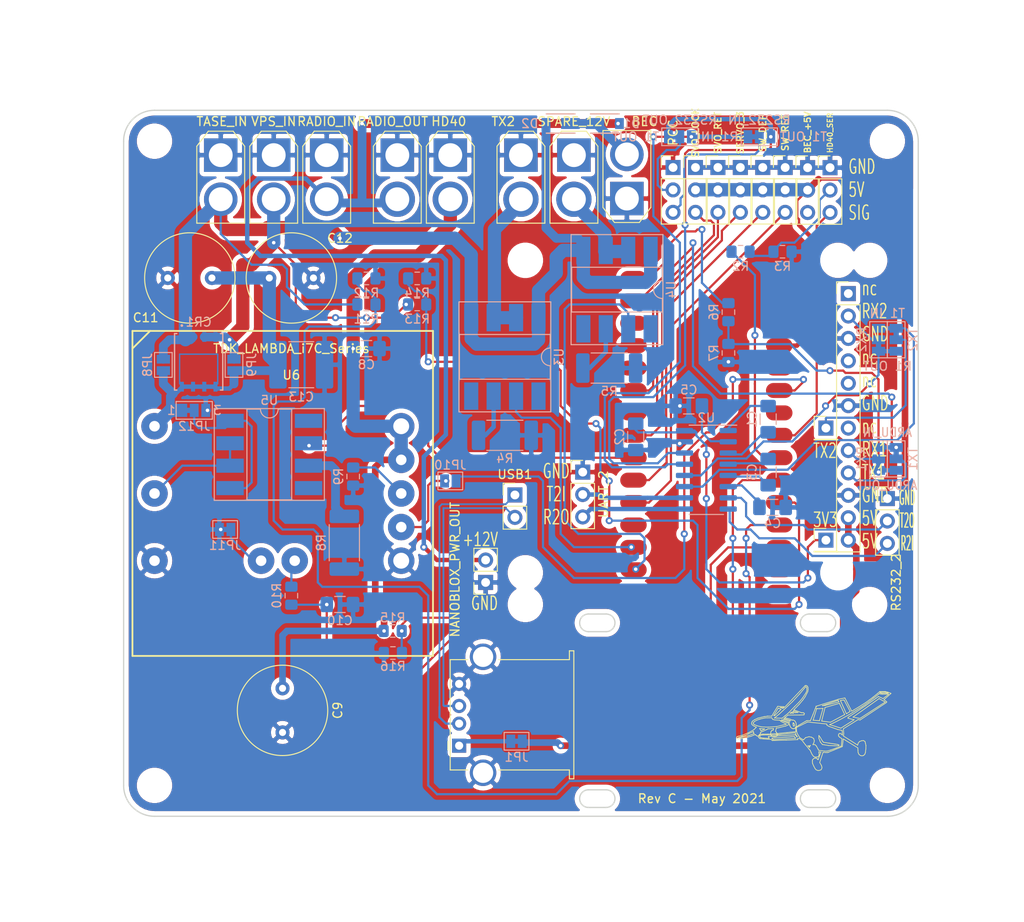
<source format=kicad_pcb>
(kicad_pcb (version 20171130) (host pcbnew "(5.1.5)-3")

  (general
    (thickness 1.6)
    (drawings 3217)
    (tracks 685)
    (zones 0)
    (modules 83)
    (nets 84)
  )

  (page A4)
  (layers
    (0 F.Cu signal)
    (31 B.Cu signal)
    (32 B.Adhes user)
    (33 F.Adhes user)
    (34 B.Paste user)
    (35 F.Paste user)
    (36 B.SilkS user)
    (37 F.SilkS user)
    (38 B.Mask user)
    (39 F.Mask user)
    (40 Dwgs.User user hide)
    (41 Cmts.User user)
    (42 Eco1.User user)
    (43 Eco2.User user)
    (44 Edge.Cuts user)
    (45 Margin user)
    (46 B.CrtYd user hide)
    (47 F.CrtYd user hide)
    (48 B.Fab user hide)
    (49 F.Fab user hide)
  )

  (setup
    (last_trace_width 0.5)
    (user_trace_width 0.5)
    (user_trace_width 0.75)
    (user_trace_width 1)
    (user_trace_width 1.5)
    (user_trace_width 2)
    (trace_clearance 0.2)
    (zone_clearance 0.508)
    (zone_45_only no)
    (trace_min 0.2)
    (via_size 0.8)
    (via_drill 0.4)
    (via_min_size 0.4)
    (via_min_drill 0.3)
    (uvia_size 0.3)
    (uvia_drill 0.1)
    (uvias_allowed no)
    (uvia_min_size 0.2)
    (uvia_min_drill 0.1)
    (edge_width 0.05)
    (segment_width 0.2)
    (pcb_text_width 0.3)
    (pcb_text_size 1.5 1.5)
    (mod_edge_width 0.12)
    (mod_text_size 1 1)
    (mod_text_width 0.15)
    (pad_size 3 3)
    (pad_drill 3)
    (pad_to_mask_clearance 0.051)
    (solder_mask_min_width 0.25)
    (aux_axis_origin 0 0)
    (visible_elements 7EFFFFFF)
    (pcbplotparams
      (layerselection 0x010fc_ffffffff)
      (usegerberextensions false)
      (usegerberattributes false)
      (usegerberadvancedattributes false)
      (creategerberjobfile false)
      (excludeedgelayer true)
      (linewidth 0.100000)
      (plotframeref false)
      (viasonmask false)
      (mode 1)
      (useauxorigin false)
      (hpglpennumber 1)
      (hpglpenspeed 20)
      (hpglpendiameter 15.000000)
      (psnegative false)
      (psa4output false)
      (plotreference true)
      (plotvalue true)
      (plotinvisibletext false)
      (padsonsilk false)
      (subtractmaskfromsilk false)
      (outputformat 1)
      (mirror false)
      (drillshape 1)
      (scaleselection 1)
      (outputdirectory ""))
  )

  (net 0 "")
  (net 1 GND)
  (net 2 +3V3)
  (net 3 "Net-(J4-Pad16)")
  (net 4 "Net-(J4-Pad18)")
  (net 5 "Net-(J4-Pad20)")
  (net 6 "Net-(J4-Pad2)")
  (net 7 "Net-(J4-Pad15)")
  (net 8 "Net-(J4-Pad9)")
  (net 9 "Net-(J4-Pad1)")
  (net 10 "Net-(J4-Pad13)")
  (net 11 "Net-(J4-Pad11)")
  (net 12 "Net-(C1-Pad2)")
  (net 13 "Net-(C1-Pad1)")
  (net 14 "Net-(C3-Pad2)")
  (net 15 "Net-(C3-Pad1)")
  (net 16 "Net-(C4-Pad1)")
  (net 17 "Net-(C5-Pad1)")
  (net 18 /SRV_RETRACT_PWM)
  (net 19 /SW_DEPLOY)
  (net 20 /SW_RETRACT)
  (net 21 /SRV_LOCK_PWM)
  (net 22 /24V_ENABLE)
  (net 23 /SOFT_RX)
  (net 24 /SOFT_TX)
  (net 25 /power_+24V)
  (net 26 /VPS_+12V)
  (net 27 /L3_+12V)
  (net 28 /TASE_+12V)
  (net 29 /PCC_RS232_IN)
  (net 30 /PCC_RS232_OUT)
  (net 31 "Net-(J1-Pad3)")
  (net 32 /SRV_PWM3)
  (net 33 /SOFT_TX_3V3)
  (net 34 /ARDU_SSR_1)
  (net 35 /ARDU_SSR_2)
  (net 36 /SSR1_OUT)
  (net 37 /SSR2_OUT)
  (net 38 "Net-(R4-Pad1)")
  (net 39 "Net-(R5-Pad1)")
  (net 40 "Net-(U3-Pad4)")
  (net 41 "Net-(U3-Pad1)")
  (net 42 "Net-(U4-Pad4)")
  (net 43 "Net-(U4-Pad1)")
  (net 44 /R2IN)
  (net 45 /T2OUT)
  (net 46 /R2OUT)
  (net 47 /T2IN)
  (net 48 "Net-(J22-Pad1)")
  (net 49 /power_+5V)
  (net 50 /UNUSED)
  (net 51 /UNUSED2)
  (net 52 "Net-(J23-Pad7)")
  (net 53 "Net-(J23-Pad5)")
  (net 54 "Net-(J23-Pad4)")
  (net 55 "Net-(J23-Pad1)")
  (net 56 /TX1)
  (net 57 /RX1)
  (net 58 /RX2)
  (net 59 /TX2)
  (net 60 /TX_ARDU)
  (net 61 /RX_ARDU)
  (net 62 /TX_PCC_UART)
  (net 63 /RX_PCC_UART)
  (net 64 /PCC_RS232_IN_PRE)
  (net 65 /PCC_RS232_OUT_PRE)
  (net 66 /USB1+)
  (net 67 /USB1-)
  (net 68 /COMBINED_BEC_12V)
  (net 69 "Net-(R8-Pad1)")
  (net 70 /COMBINED_GIMBAL_12V)
  (net 71 "Net-(U5-Pad4)")
  (net 72 /TDK_ENABLE)
  (net 73 "Net-(U5-Pad1)")
  (net 74 "Net-(R10-Pad1)")
  (net 75 /TASE_DETECT)
  (net 76 /VPS_DETECT)
  (net 77 /AMPS_DETECT)
  (net 78 /24V_DETECT)
  (net 79 "Net-(R9-Pad1)")
  (net 80 /24V_GOOD)
  (net 81 /POWER_GOOD)
  (net 82 "Net-(JP11-Pad2)")
  (net 83 "Net-(JP12-Pad2)")

  (net_class Default "This is the default net class."
    (clearance 0.2)
    (trace_width 0.25)
    (via_dia 0.8)
    (via_drill 0.4)
    (uvia_dia 0.3)
    (uvia_drill 0.1)
    (add_net +3V3)
    (add_net /24V_DETECT)
    (add_net /24V_ENABLE)
    (add_net /24V_GOOD)
    (add_net /AMPS_DETECT)
    (add_net /ARDU_SSR_1)
    (add_net /ARDU_SSR_2)
    (add_net /COMBINED_BEC_12V)
    (add_net /COMBINED_GIMBAL_12V)
    (add_net /L3_+12V)
    (add_net /PCC_RS232_IN)
    (add_net /PCC_RS232_IN_PRE)
    (add_net /PCC_RS232_OUT)
    (add_net /PCC_RS232_OUT_PRE)
    (add_net /POWER_GOOD)
    (add_net /R2IN)
    (add_net /R2OUT)
    (add_net /RX1)
    (add_net /RX2)
    (add_net /RX_ARDU)
    (add_net /RX_PCC_UART)
    (add_net /SOFT_RX)
    (add_net /SOFT_TX)
    (add_net /SOFT_TX_3V3)
    (add_net /SRV_LOCK_PWM)
    (add_net /SRV_PWM3)
    (add_net /SRV_RETRACT_PWM)
    (add_net /SSR1_OUT)
    (add_net /SSR2_OUT)
    (add_net /SW_DEPLOY)
    (add_net /SW_RETRACT)
    (add_net /T2IN)
    (add_net /T2OUT)
    (add_net /TASE_+12V)
    (add_net /TASE_DETECT)
    (add_net /TDK_ENABLE)
    (add_net /TX1)
    (add_net /TX2)
    (add_net /TX_ARDU)
    (add_net /TX_PCC_UART)
    (add_net /UNUSED)
    (add_net /UNUSED2)
    (add_net /USB1+)
    (add_net /USB1-)
    (add_net /VPS_+12V)
    (add_net /VPS_DETECT)
    (add_net /power_+24V)
    (add_net /power_+5V)
    (add_net GND)
    (add_net "Net-(C1-Pad1)")
    (add_net "Net-(C1-Pad2)")
    (add_net "Net-(C3-Pad1)")
    (add_net "Net-(C3-Pad2)")
    (add_net "Net-(C4-Pad1)")
    (add_net "Net-(C5-Pad1)")
    (add_net "Net-(J1-Pad3)")
    (add_net "Net-(J22-Pad1)")
    (add_net "Net-(J23-Pad1)")
    (add_net "Net-(J23-Pad4)")
    (add_net "Net-(J23-Pad5)")
    (add_net "Net-(J23-Pad7)")
    (add_net "Net-(J4-Pad1)")
    (add_net "Net-(J4-Pad11)")
    (add_net "Net-(J4-Pad13)")
    (add_net "Net-(J4-Pad15)")
    (add_net "Net-(J4-Pad16)")
    (add_net "Net-(J4-Pad18)")
    (add_net "Net-(J4-Pad2)")
    (add_net "Net-(J4-Pad20)")
    (add_net "Net-(J4-Pad9)")
    (add_net "Net-(JP11-Pad2)")
    (add_net "Net-(JP12-Pad2)")
    (add_net "Net-(R10-Pad1)")
    (add_net "Net-(R4-Pad1)")
    (add_net "Net-(R5-Pad1)")
    (add_net "Net-(R8-Pad1)")
    (add_net "Net-(R9-Pad1)")
    (add_net "Net-(U3-Pad1)")
    (add_net "Net-(U3-Pad4)")
    (add_net "Net-(U4-Pad1)")
    (add_net "Net-(U4-Pad4)")
    (add_net "Net-(U5-Pad1)")
    (add_net "Net-(U5-Pad4)")
  )

  (module DualDiode:STPS15L30CDJFTR (layer B.Cu) (tedit 60AC107B) (tstamp 609A21F4)
    (at 8.5 28.5 270)
    (path /60CA4CB0)
    (fp_text reference CR1 (at -4.5 0) (layer B.SilkS)
      (effects (font (size 1 1) (thickness 0.15)) (justify mirror))
    )
    (fp_text value STPS15L30CDJFTR (at 0 0 270) (layer B.SilkS) hide
      (effects (font (size 1 1) (thickness 0.15)) (justify mirror))
    )
    (fp_circle (center -2.2606 1.905) (end -2.1844 1.905) (layer B.Fab) (width 0.1524))
    (fp_circle (center -4.11 1.905) (end -4.0338 1.905) (layer B.SilkS) (width 0.1524))
    (fp_arc (start 0 2.6035) (end 0.3048 2.6035) (angle -180) (layer B.Fab) (width 0.1524))
    (fp_line (start -3.3274 -2.5908) (end -3.6274 -2.5908) (layer B.CrtYd) (width 0.1524))
    (fp_line (start -3.3274 -2.8575) (end -3.3274 -2.5908) (layer B.CrtYd) (width 0.1524))
    (fp_line (start 3.3274 -2.8575) (end -3.3274 -2.8575) (layer B.CrtYd) (width 0.1524))
    (fp_line (start 3.3274 -2.5908) (end 3.3274 -2.8575) (layer B.CrtYd) (width 0.1524))
    (fp_line (start 3.6274 -2.5908) (end 3.3274 -2.5908) (layer B.CrtYd) (width 0.1524))
    (fp_line (start 3.6274 2.5908) (end 3.6274 -2.5908) (layer B.CrtYd) (width 0.1524))
    (fp_line (start 3.3274 2.5908) (end 3.6274 2.5908) (layer B.CrtYd) (width 0.1524))
    (fp_line (start 3.3274 2.8575) (end 3.3274 2.5908) (layer B.CrtYd) (width 0.1524))
    (fp_line (start -3.3274 2.8575) (end 3.3274 2.8575) (layer B.CrtYd) (width 0.1524))
    (fp_line (start -3.3274 2.5908) (end -3.3274 2.8575) (layer B.CrtYd) (width 0.1524))
    (fp_line (start -3.6274 2.5908) (end -3.3274 2.5908) (layer B.CrtYd) (width 0.1524))
    (fp_line (start -3.6274 -2.5908) (end -3.6274 2.5908) (layer B.CrtYd) (width 0.1524))
    (fp_line (start 2.5 -2.159) (end 2.5 2.159) (layer B.Paste) (width 0.1524))
    (fp_line (start -0.8636 -2.159) (end 2.5 -2.159) (layer B.Paste) (width 0.1524))
    (fp_line (start -0.8636 2.159) (end -0.8636 -2.159) (layer B.Paste) (width 0.1524))
    (fp_line (start 2.5 -2.159) (end 2.5 2.159) (layer B.Mask) (width 0.1524))
    (fp_line (start -0.8636 -2.159) (end 2.5 -2.159) (layer B.Mask) (width 0.1524))
    (fp_line (start -0.8636 2.159) (end -0.8636 -2.159) (layer B.Mask) (width 0.1524))
    (fp_line (start 2.5 2.159) (end -0.8636 2.159) (layer B.Mask) (width 0.1524))
    (fp_line (start -0.8636 -2.159) (end 2.5 -2.159) (layer B.Cu) (width 0.1524))
    (fp_line (start -0.8636 2.159) (end -0.8636 -2.159) (layer B.Cu) (width 0.1524))
    (fp_line (start 2.5 2.159) (end -0.8636 2.159) (layer B.Cu) (width 0.1524))
    (fp_line (start 3.2004 2.46674) (end 3.2004 2.7305) (layer B.SilkS) (width 0.1524))
    (fp_line (start -3.2004 -2.46674) (end -3.2004 -2.7305) (layer B.SilkS) (width 0.1524))
    (fp_line (start -3.0734 2.6035) (end -3.0734 -2.6035) (layer B.Fab) (width 0.1524))
    (fp_line (start 3.0734 2.6035) (end -3.0734 2.6035) (layer B.Fab) (width 0.1524))
    (fp_line (start 3.0734 -2.6035) (end 3.0734 2.6035) (layer B.Fab) (width 0.1524))
    (fp_line (start -3.0734 -2.6035) (end 3.0734 -2.6035) (layer B.Fab) (width 0.1524))
    (fp_line (start -3.2004 2.7305) (end -3.2004 2.46674) (layer B.SilkS) (width 0.1524))
    (fp_line (start 3.2004 2.7305) (end -3.2004 2.7305) (layer B.SilkS) (width 0.1524))
    (fp_line (start 3.2004 -2.7305) (end 3.2004 -2.46674) (layer B.SilkS) (width 0.1524))
    (fp_line (start -3.2004 -2.7305) (end 3.2004 -2.7305) (layer B.SilkS) (width 0.1524))
    (fp_text user 0.044in/1.113mm (at -2.817 -4.3815 270) (layer Dwgs.User) hide
      (effects (font (size 1 1) (thickness 0.15)))
    )
    (fp_text user 0.222in/5.634mm (at 0 5.0165 270) (layer Dwgs.User) hide
      (effects (font (size 1 1) (thickness 0.15)))
    )
    (fp_text user 0.018in/0.458mm (at 5.865 1.905 270) (layer Dwgs.User) hide
      (effects (font (size 1 1) (thickness 0.15)))
    )
    (fp_text user 0.05in/1.27mm (at -5.865 1.27 270) (layer Dwgs.User) hide
      (effects (font (size 1 1) (thickness 0.15)))
    )
    (fp_text user * (at 0 0 270) (layer B.Fab) hide
      (effects (font (size 1 1) (thickness 0.15)) (justify mirror))
    )
    (fp_text user * (at 0 0 270) (layer B.SilkS) hide
      (effects (font (size 1 1) (thickness 0.15)) (justify mirror))
    )
    (fp_text user "Copyright 2016 Accelerated Designs. All rights reserved." (at 0 0 270) (layer Cmts.User) hide
      (effects (font (size 0.127 0.127) (thickness 0.002)))
    )
    (pad 8 smd rect (at 2.817 1.905 270) (size 1.112799 0.458) (layers B.Cu B.Paste B.Mask)
      (net 70 /COMBINED_GIMBAL_12V))
    (pad 7 smd rect (at 2.817 0.635 270) (size 1.112799 0.458) (layers B.Cu B.Paste B.Mask)
      (net 70 /COMBINED_GIMBAL_12V))
    (pad 6 smd rect (at 2.817 -0.635 270) (size 1.112799 0.458) (layers B.Cu B.Paste B.Mask)
      (net 70 /COMBINED_GIMBAL_12V))
    (pad 5 smd rect (at 2.817 -1.905 270) (size 1.112799 0.458) (layers B.Cu B.Paste B.Mask)
      (net 70 /COMBINED_GIMBAL_12V))
    (pad 4 smd rect (at -2.817 -1.905 270) (size 1.112799 0.458) (layers B.Cu B.Paste B.Mask)
      (net 26 /VPS_+12V))
    (pad 3 smd rect (at -2.817 -0.635 270) (size 1.112799 0.458) (layers B.Cu B.Paste B.Mask)
      (net 26 /VPS_+12V))
    (pad 2 smd rect (at -2.817 0.635 270) (size 1.112799 0.458) (layers B.Cu B.Paste B.Mask)
      (net 28 /TASE_+12V))
    (pad 1 smd rect (at -2.817 1.905 270) (size 1.112799 0.458) (layers B.Cu B.Paste B.Mask)
      (net 28 /TASE_+12V))
    (model "C:/Users/Adam/SelectTech/Silverfox Retract and Tase Mods/Custom PCB/ul_STPS15L30CDJFTR/2021-05-10_20-01-10/STEP/POWERFLAT5X6_STM.step"
      (at (xyz 0 0 0))
      (scale (xyz 1 1 1))
      (rotate (xyz 0 0 0))
    )
  )

  (module Jumper:SolderJumper-3_P1.3mm_Bridged12_Pad1.0x1.5mm_NumberLabels (layer B.Cu) (tedit 5C756B5B) (tstamp 609B0BD4)
    (at 8 34)
    (descr "SMD Solder Jumper, 1x1.5mm Pads, 0.3mm gap, pads 1-2 bridged with 1 copper strip, labeled with numbers")
    (tags "solder jumper open")
    (path /60A02F67)
    (attr virtual)
    (fp_text reference JP12 (at 0 1.8) (layer B.SilkS)
      (effects (font (size 1 1) (thickness 0.15)) (justify mirror))
    )
    (fp_text value TX1 (at 0 -1.9) (layer B.Fab)
      (effects (font (size 1 1) (thickness 0.15)) (justify mirror))
    )
    (fp_poly (pts (xy -0.9 0.3) (xy -0.4 0.3) (xy -0.4 -0.3) (xy -0.9 -0.3)) (layer B.Cu) (width 0))
    (fp_line (start 2.3 -1.25) (end -2.3 -1.25) (layer B.CrtYd) (width 0.05))
    (fp_line (start 2.3 -1.25) (end 2.3 1.25) (layer B.CrtYd) (width 0.05))
    (fp_line (start -2.3 1.25) (end -2.3 -1.25) (layer B.CrtYd) (width 0.05))
    (fp_line (start -2.3 1.25) (end 2.3 1.25) (layer B.CrtYd) (width 0.05))
    (fp_line (start -2.05 1) (end 2.05 1) (layer B.SilkS) (width 0.12))
    (fp_line (start 2.05 1) (end 2.05 -1) (layer B.SilkS) (width 0.12))
    (fp_line (start 2.05 -1) (end -2.05 -1) (layer B.SilkS) (width 0.12))
    (fp_line (start -2.05 -1) (end -2.05 1) (layer B.SilkS) (width 0.12))
    (fp_text user 1 (at -2.6 0) (layer B.SilkS)
      (effects (font (size 1 1) (thickness 0.15)) (justify mirror))
    )
    (fp_text user 3 (at 2.6 0) (layer B.SilkS)
      (effects (font (size 1 1) (thickness 0.15)) (justify mirror))
    )
    (pad 2 smd rect (at 0 0) (size 1 1.5) (layers B.Cu B.Mask)
      (net 83 "Net-(JP12-Pad2)"))
    (pad 3 smd rect (at 1.3 0) (size 1 1.5) (layers B.Cu B.Mask)
      (net 1 GND))
    (pad 1 smd rect (at -1.3 0) (size 1 1.5) (layers B.Cu B.Mask)
      (net 70 /COMBINED_GIMBAL_12V))
  )

  (module Resistor_SMD:R_0805_2012Metric_Pad1.15x1.40mm_HandSolder (layer B.Cu) (tedit 5B36C52B) (tstamp 609B07BD)
    (at 26 41.5 270)
    (descr "Resistor SMD 0805 (2012 Metric), square (rectangular) end terminal, IPC_7351 nominal with elongated pad for handsoldering. (Body size source: https://docs.google.com/spreadsheets/d/1BsfQQcO9C6DZCsRaXUlFlo91Tg2WpOkGARC1WS5S8t0/edit?usp=sharing), generated with kicad-footprint-generator")
    (tags "resistor handsolder")
    (path /609D200D)
    (attr smd)
    (fp_text reference R9 (at 0 1.65 90) (layer B.SilkS)
      (effects (font (size 1 1) (thickness 0.15)) (justify mirror))
    )
    (fp_text value "576 ohm 0.1% (should be 585 ohm)" (at 0 -1.65 90) (layer B.Fab)
      (effects (font (size 1 1) (thickness 0.15)) (justify mirror))
    )
    (fp_text user %R (at 0 0 90) (layer B.Fab)
      (effects (font (size 0.5 0.5) (thickness 0.08)) (justify mirror))
    )
    (fp_line (start 1.85 -0.95) (end -1.85 -0.95) (layer B.CrtYd) (width 0.05))
    (fp_line (start 1.85 0.95) (end 1.85 -0.95) (layer B.CrtYd) (width 0.05))
    (fp_line (start -1.85 0.95) (end 1.85 0.95) (layer B.CrtYd) (width 0.05))
    (fp_line (start -1.85 -0.95) (end -1.85 0.95) (layer B.CrtYd) (width 0.05))
    (fp_line (start -0.261252 -0.71) (end 0.261252 -0.71) (layer B.SilkS) (width 0.12))
    (fp_line (start -0.261252 0.71) (end 0.261252 0.71) (layer B.SilkS) (width 0.12))
    (fp_line (start 1 -0.6) (end -1 -0.6) (layer B.Fab) (width 0.1))
    (fp_line (start 1 0.6) (end 1 -0.6) (layer B.Fab) (width 0.1))
    (fp_line (start -1 0.6) (end 1 0.6) (layer B.Fab) (width 0.1))
    (fp_line (start -1 -0.6) (end -1 0.6) (layer B.Fab) (width 0.1))
    (pad 2 smd roundrect (at 1.025 0 270) (size 1.15 1.4) (layers B.Cu B.Paste B.Mask) (roundrect_rratio 0.217391)
      (net 1 GND))
    (pad 1 smd roundrect (at -1.025 0 270) (size 1.15 1.4) (layers B.Cu B.Paste B.Mask) (roundrect_rratio 0.217391)
      (net 79 "Net-(R9-Pad1)"))
    (model ${KISYS3DMOD}/Resistor_SMD.3dshapes/R_0805_2012Metric.wrl
      (at (xyz 0 0 0))
      (scale (xyz 1 1 1))
      (rotate (xyz 0 0 0))
    )
  )

  (module Capacitor_SMD:C_2220_5650Metric_Pad1.97x5.40mm_HandSolder (layer B.Cu) (tedit 5B301BBE) (tstamp 609AE593)
    (at 20.12 28.83)
    (descr "Capacitor SMD 2220 (5650 Metric), square (rectangular) end terminal, IPC_7351 nominal with elongated pad for handsoldering. (Body size from: http://datasheets.avx.com/AVX-HV_MLCC.pdf), generated with kicad-footprint-generator")
    (tags "capacitor handsolder")
    (path /60FC5EA6)
    (attr smd)
    (fp_text reference C13 (at 0 3.65) (layer B.SilkS)
      (effects (font (size 1 1) (thickness 0.15)) (justify mirror))
    )
    (fp_text value "22 uF ceramic" (at 0 -3.65) (layer B.Fab)
      (effects (font (size 1 1) (thickness 0.15)) (justify mirror))
    )
    (fp_text user %R (at 0 0) (layer B.Fab)
      (effects (font (size 1 1) (thickness 0.15)) (justify mirror))
    )
    (fp_line (start 3.88 -2.95) (end -3.88 -2.95) (layer B.CrtYd) (width 0.05))
    (fp_line (start 3.88 2.95) (end 3.88 -2.95) (layer B.CrtYd) (width 0.05))
    (fp_line (start -3.88 2.95) (end 3.88 2.95) (layer B.CrtYd) (width 0.05))
    (fp_line (start -3.88 -2.95) (end -3.88 2.95) (layer B.CrtYd) (width 0.05))
    (fp_line (start -1.415748 -2.61) (end 1.415748 -2.61) (layer B.SilkS) (width 0.12))
    (fp_line (start -1.415748 2.61) (end 1.415748 2.61) (layer B.SilkS) (width 0.12))
    (fp_line (start 2.85 -2.5) (end -2.85 -2.5) (layer B.Fab) (width 0.1))
    (fp_line (start 2.85 2.5) (end 2.85 -2.5) (layer B.Fab) (width 0.1))
    (fp_line (start -2.85 2.5) (end 2.85 2.5) (layer B.Fab) (width 0.1))
    (fp_line (start -2.85 -2.5) (end -2.85 2.5) (layer B.Fab) (width 0.1))
    (pad 2 smd roundrect (at 2.6375 0) (size 1.975 5.4) (layers B.Cu B.Paste B.Mask) (roundrect_rratio 0.126582)
      (net 1 GND))
    (pad 1 smd roundrect (at -2.6375 0) (size 1.975 5.4) (layers B.Cu B.Paste B.Mask) (roundrect_rratio 0.126582)
      (net 70 /COMBINED_GIMBAL_12V))
    (model ${KISYS3DMOD}/Capacitor_SMD.3dshapes/C_2220_5650Metric.wrl
      (at (xyz 0 0 0))
      (scale (xyz 1 1 1))
      (rotate (xyz 0 0 0))
    )
  )

  (module Capacitor_THT:C_Radial_D10.0mm_H12.5mm_P5.00mm (layer F.Cu) (tedit 5BC5C9BA) (tstamp 609AE582)
    (at 16.5 19)
    (descr "C, Radial series, Radial, pin pitch=5.00mm, diameter=10mm, height=12.5mm, Non-Polar Electrolytic Capacitor")
    (tags "C Radial series Radial pin pitch 5.00mm diameter 10mm height 12.5mm Non-Polar Electrolytic Capacitor")
    (path /6103115A)
    (fp_text reference C12 (at 8 -4.5) (layer F.SilkS)
      (effects (font (size 1 1) (thickness 0.15)))
    )
    (fp_text value "220 uF electrolytic" (at 2.5 6.25) (layer F.Fab)
      (effects (font (size 1 1) (thickness 0.15)))
    )
    (fp_text user %R (at 2.5 0) (layer F.Fab)
      (effects (font (size 1 1) (thickness 0.15)))
    )
    (fp_circle (center 2.5 0) (end 7.75 0) (layer F.CrtYd) (width 0.05))
    (fp_circle (center 2.5 0) (end 7.62 0) (layer F.SilkS) (width 0.12))
    (fp_circle (center 2.5 0) (end 7.5 0) (layer F.Fab) (width 0.1))
    (pad 2 thru_hole circle (at 5 0) (size 1.6 1.6) (drill 0.8) (layers *.Cu *.Mask)
      (net 1 GND))
    (pad 1 thru_hole circle (at 0 0) (size 1.6 1.6) (drill 0.8) (layers *.Cu *.Mask)
      (net 70 /COMBINED_GIMBAL_12V))
    (model ${KISYS3DMOD}/Capacitor_THT.3dshapes/C_Radial_D10.0mm_H12.5mm_P5.00mm.wrl
      (at (xyz 0 0 0))
      (scale (xyz 1 1 1))
      (rotate (xyz 0 0 0))
    )
  )

  (module Capacitor_THT:C_Radial_D10.0mm_H12.5mm_P5.00mm (layer F.Cu) (tedit 5BC5C9BA) (tstamp 609AE578)
    (at 10 19 180)
    (descr "C, Radial series, Radial, pin pitch=5.00mm, diameter=10mm, height=12.5mm, Non-Polar Electrolytic Capacitor")
    (tags "C Radial series Radial pin pitch 5.00mm diameter 10mm height 12.5mm Non-Polar Electrolytic Capacitor")
    (path /61031EF8)
    (fp_text reference C11 (at 7.5 -4.5) (layer F.SilkS)
      (effects (font (size 1 1) (thickness 0.15)))
    )
    (fp_text value "220 uF electrolytic" (at 2.5 6.25) (layer F.Fab)
      (effects (font (size 1 1) (thickness 0.15)))
    )
    (fp_text user %R (at 2.5 0) (layer F.Fab)
      (effects (font (size 1 1) (thickness 0.15)))
    )
    (fp_circle (center 2.5 0) (end 7.75 0) (layer F.CrtYd) (width 0.05))
    (fp_circle (center 2.5 0) (end 7.62 0) (layer F.SilkS) (width 0.12))
    (fp_circle (center 2.5 0) (end 7.5 0) (layer F.Fab) (width 0.1))
    (pad 2 thru_hole circle (at 5 0 180) (size 1.6 1.6) (drill 0.8) (layers *.Cu *.Mask)
      (net 1 GND))
    (pad 1 thru_hole circle (at 0 0 180) (size 1.6 1.6) (drill 0.8) (layers *.Cu *.Mask)
      (net 70 /COMBINED_GIMBAL_12V))
    (model ${KISYS3DMOD}/Capacitor_THT.3dshapes/C_Radial_D10.0mm_H12.5mm_P5.00mm.wrl
      (at (xyz 0 0 0))
      (scale (xyz 1 1 1))
      (rotate (xyz 0 0 0))
    )
  )

  (module Capacitor_THT:C_Radial_D10.0mm_H20.0mm_P5.00mm (layer F.Cu) (tedit 5BC5C9BA) (tstamp 609AE54E)
    (at 18 65.5 270)
    (descr "C, Radial series, Radial, pin pitch=5.00mm, diameter=10mm, height=20mm, Non-Polar Electrolytic Capacitor")
    (tags "C Radial series Radial pin pitch 5.00mm diameter 10mm height 20mm Non-Polar Electrolytic Capacitor")
    (path /60A2F687)
    (fp_text reference C9 (at 2.5 -6.25 90) (layer F.SilkS)
      (effects (font (size 1 1) (thickness 0.15)))
    )
    (fp_text value "330 uF electrolytic" (at 2.5 6.25 90) (layer F.Fab)
      (effects (font (size 1 1) (thickness 0.15)))
    )
    (fp_text user %R (at 2.5 0 90) (layer F.Fab)
      (effects (font (size 1 1) (thickness 0.15)))
    )
    (fp_circle (center 2.5 0) (end 7.75 0) (layer F.CrtYd) (width 0.05))
    (fp_circle (center 2.5 0) (end 7.62 0) (layer F.SilkS) (width 0.12))
    (fp_circle (center 2.5 0) (end 7.5 0) (layer F.Fab) (width 0.1))
    (pad 2 thru_hole circle (at 5 0 270) (size 1.6 1.6) (drill 0.8) (layers *.Cu *.Mask)
      (net 1 GND))
    (pad 1 thru_hole circle (at 0 0 270) (size 1.6 1.6) (drill 0.8) (layers *.Cu *.Mask)
      (net 25 /power_+24V))
    (model ${KISYS3DMOD}/Capacitor_THT.3dshapes/C_Radial_D10.0mm_H20.0mm_P5.00mm.wrl
      (at (xyz 0 0 0))
      (scale (xyz 1 1 1))
      (rotate (xyz 0 0 0))
    )
  )

  (module Capacitor_SMD:C_1206_3216Metric_Pad1.42x1.75mm_HandSolder (layer B.Cu) (tedit 5B301BBE) (tstamp 609AE544)
    (at 27.5 27)
    (descr "Capacitor SMD 1206 (3216 Metric), square (rectangular) end terminal, IPC_7351 nominal with elongated pad for handsoldering. (Body size source: http://www.tortai-tech.com/upload/download/2011102023233369053.pdf), generated with kicad-footprint-generator")
    (tags "capacitor handsolder")
    (path /609D3D1F)
    (attr smd)
    (fp_text reference C8 (at 0 1.82) (layer B.SilkS)
      (effects (font (size 1 1) (thickness 0.15)) (justify mirror))
    )
    (fp_text value "0.1 uF" (at 0 -1.82) (layer B.Fab)
      (effects (font (size 1 1) (thickness 0.15)) (justify mirror))
    )
    (fp_text user %R (at 0 0) (layer B.Fab)
      (effects (font (size 0.8 0.8) (thickness 0.12)) (justify mirror))
    )
    (fp_line (start 2.45 -1.12) (end -2.45 -1.12) (layer B.CrtYd) (width 0.05))
    (fp_line (start 2.45 1.12) (end 2.45 -1.12) (layer B.CrtYd) (width 0.05))
    (fp_line (start -2.45 1.12) (end 2.45 1.12) (layer B.CrtYd) (width 0.05))
    (fp_line (start -2.45 -1.12) (end -2.45 1.12) (layer B.CrtYd) (width 0.05))
    (fp_line (start -0.602064 -0.91) (end 0.602064 -0.91) (layer B.SilkS) (width 0.12))
    (fp_line (start -0.602064 0.91) (end 0.602064 0.91) (layer B.SilkS) (width 0.12))
    (fp_line (start 1.6 -0.8) (end -1.6 -0.8) (layer B.Fab) (width 0.1))
    (fp_line (start 1.6 0.8) (end 1.6 -0.8) (layer B.Fab) (width 0.1))
    (fp_line (start -1.6 0.8) (end 1.6 0.8) (layer B.Fab) (width 0.1))
    (fp_line (start -1.6 -0.8) (end -1.6 0.8) (layer B.Fab) (width 0.1))
    (pad 2 smd roundrect (at 1.4875 0) (size 1.425 1.75) (layers B.Cu B.Paste B.Mask) (roundrect_rratio 0.175439)
      (net 1 GND))
    (pad 1 smd roundrect (at -1.4875 0) (size 1.425 1.75) (layers B.Cu B.Paste B.Mask) (roundrect_rratio 0.175439)
      (net 25 /power_+24V))
    (model ${KISYS3DMOD}/Capacitor_SMD.3dshapes/C_1206_3216Metric.wrl
      (at (xyz 0 0 0))
      (scale (xyz 1 1 1))
      (rotate (xyz 0 0 0))
    )
  )

  (module Jumper:SolderJumper-2_P1.3mm_Bridged_Pad1.0x1.5mm (layer B.Cu) (tedit 5C756AB2) (tstamp 609AD3CA)
    (at 11.5 47.5)
    (descr "SMD Solder Jumper, 1x1.5mm Pads, 0.3mm gap, bridged with 1 copper strip")
    (tags "solder jumper open")
    (path /60FBEAC8)
    (attr virtual)
    (fp_text reference JP11 (at 0 1.8) (layer B.SilkS)
      (effects (font (size 1 1) (thickness 0.15)) (justify mirror))
    )
    (fp_text value SYNC_GND (at 0 -1.9) (layer B.Fab)
      (effects (font (size 1 1) (thickness 0.15)) (justify mirror))
    )
    (fp_poly (pts (xy -0.25 0.3) (xy 0.25 0.3) (xy 0.25 -0.3) (xy -0.25 -0.3)) (layer B.Cu) (width 0))
    (fp_line (start 1.65 -1.25) (end -1.65 -1.25) (layer B.CrtYd) (width 0.05))
    (fp_line (start 1.65 -1.25) (end 1.65 1.25) (layer B.CrtYd) (width 0.05))
    (fp_line (start -1.65 1.25) (end -1.65 -1.25) (layer B.CrtYd) (width 0.05))
    (fp_line (start -1.65 1.25) (end 1.65 1.25) (layer B.CrtYd) (width 0.05))
    (fp_line (start -1.4 1) (end 1.4 1) (layer B.SilkS) (width 0.12))
    (fp_line (start 1.4 1) (end 1.4 -1) (layer B.SilkS) (width 0.12))
    (fp_line (start 1.4 -1) (end -1.4 -1) (layer B.SilkS) (width 0.12))
    (fp_line (start -1.4 -1) (end -1.4 1) (layer B.SilkS) (width 0.12))
    (pad 2 smd rect (at 0.65 0) (size 1 1.5) (layers B.Cu B.Mask)
      (net 82 "Net-(JP11-Pad2)"))
    (pad 1 smd rect (at -0.65 0) (size 1 1.5) (layers B.Cu B.Mask)
      (net 1 GND))
  )

  (module Jumper:SolderJumper-2_P1.3mm_Bridged_Pad1.0x1.5mm (layer B.Cu) (tedit 5C756AB2) (tstamp 5FAEF579)
    (at 44.5 71.5)
    (descr "SMD Solder Jumper, 1x1.5mm Pads, 0.3mm gap, bridged with 1 copper strip")
    (tags "solder jumper open")
    (path /5FC7DD52)
    (attr virtual)
    (fp_text reference JP1 (at 0 1.8) (layer B.SilkS)
      (effects (font (size 1 1) (thickness 0.15)) (justify mirror))
    )
    (fp_text value USB_Enable_5V_Out (at 0 -1.9) (layer B.Fab)
      (effects (font (size 1 1) (thickness 0.15)) (justify mirror))
    )
    (fp_poly (pts (xy -0.25 0.3) (xy 0.25 0.3) (xy 0.25 -0.3) (xy -0.25 -0.3)) (layer B.Cu) (width 0))
    (fp_line (start 1.65 -1.25) (end -1.65 -1.25) (layer B.CrtYd) (width 0.05))
    (fp_line (start 1.65 -1.25) (end 1.65 1.25) (layer B.CrtYd) (width 0.05))
    (fp_line (start -1.65 1.25) (end -1.65 -1.25) (layer B.CrtYd) (width 0.05))
    (fp_line (start -1.65 1.25) (end 1.65 1.25) (layer B.CrtYd) (width 0.05))
    (fp_line (start -1.4 1) (end 1.4 1) (layer B.SilkS) (width 0.12))
    (fp_line (start 1.4 1) (end 1.4 -1) (layer B.SilkS) (width 0.12))
    (fp_line (start 1.4 -1) (end -1.4 -1) (layer B.SilkS) (width 0.12))
    (fp_line (start -1.4 -1) (end -1.4 1) (layer B.SilkS) (width 0.12))
    (pad 2 smd rect (at 0.65 0) (size 1 1.5) (layers B.Cu B.Mask)
      (net 49 /power_+5V))
    (pad 1 smd rect (at -0.65 0) (size 1 1.5) (layers B.Cu B.Mask)
      (net 48 "Net-(J22-Pad1)"))
  )

  (module Jumper:SolderJumper-2_P1.3mm_Open_Pad1.0x1.5mm (layer B.Cu) (tedit 5A3EABFC) (tstamp 609AB871)
    (at 37 42 180)
    (descr "SMD Solder Jumper, 1x1.5mm Pads, 0.3mm gap, open")
    (tags "solder jumper open")
    (path /60F6B578)
    (attr virtual)
    (fp_text reference JP10 (at 0 1.8) (layer B.SilkS)
      (effects (font (size 1 1) (thickness 0.15)) (justify mirror))
    )
    (fp_text value POWER_GOOD_BRIDGE (at 0 -1.9) (layer B.Fab)
      (effects (font (size 1 1) (thickness 0.15)) (justify mirror))
    )
    (fp_line (start 1.65 -1.25) (end -1.65 -1.25) (layer B.CrtYd) (width 0.05))
    (fp_line (start 1.65 -1.25) (end 1.65 1.25) (layer B.CrtYd) (width 0.05))
    (fp_line (start -1.65 1.25) (end -1.65 -1.25) (layer B.CrtYd) (width 0.05))
    (fp_line (start -1.65 1.25) (end 1.65 1.25) (layer B.CrtYd) (width 0.05))
    (fp_line (start -1.4 1) (end 1.4 1) (layer B.SilkS) (width 0.12))
    (fp_line (start 1.4 1) (end 1.4 -1) (layer B.SilkS) (width 0.12))
    (fp_line (start 1.4 -1) (end -1.4 -1) (layer B.SilkS) (width 0.12))
    (fp_line (start -1.4 -1) (end -1.4 1) (layer B.SilkS) (width 0.12))
    (pad 1 smd rect (at -0.65 0 180) (size 1 1.5) (layers B.Cu B.Mask)
      (net 80 /24V_GOOD))
    (pad 2 smd rect (at 0.65 0 180) (size 1 1.5) (layers B.Cu B.Mask)
      (net 81 /POWER_GOOD))
  )

  (module Resistor_SMD:R_0805_2012Metric_Pad1.15x1.40mm_HandSolder (layer B.Cu) (tedit 5B36C52B) (tstamp 609AA251)
    (at 30.5 61.5 180)
    (descr "Resistor SMD 0805 (2012 Metric), square (rectangular) end terminal, IPC_7351 nominal with elongated pad for handsoldering. (Body size source: https://docs.google.com/spreadsheets/d/1BsfQQcO9C6DZCsRaXUlFlo91Tg2WpOkGARC1WS5S8t0/edit?usp=sharing), generated with kicad-footprint-generator")
    (tags "resistor handsolder")
    (path /60E94508)
    (attr smd)
    (fp_text reference R16 (at 0 -1.5) (layer B.SilkS)
      (effects (font (size 1 1) (thickness 0.15)) (justify mirror))
    )
    (fp_text value "47 kohm" (at 0 -1.65) (layer B.Fab)
      (effects (font (size 1 1) (thickness 0.15)) (justify mirror))
    )
    (fp_text user %R (at 0 0) (layer B.Fab)
      (effects (font (size 0.5 0.5) (thickness 0.08)) (justify mirror))
    )
    (fp_line (start 1.85 -0.95) (end -1.85 -0.95) (layer B.CrtYd) (width 0.05))
    (fp_line (start 1.85 0.95) (end 1.85 -0.95) (layer B.CrtYd) (width 0.05))
    (fp_line (start -1.85 0.95) (end 1.85 0.95) (layer B.CrtYd) (width 0.05))
    (fp_line (start -1.85 -0.95) (end -1.85 0.95) (layer B.CrtYd) (width 0.05))
    (fp_line (start -0.261252 -0.71) (end 0.261252 -0.71) (layer B.SilkS) (width 0.12))
    (fp_line (start -0.261252 0.71) (end 0.261252 0.71) (layer B.SilkS) (width 0.12))
    (fp_line (start 1 -0.6) (end -1 -0.6) (layer B.Fab) (width 0.1))
    (fp_line (start 1 0.6) (end 1 -0.6) (layer B.Fab) (width 0.1))
    (fp_line (start -1 0.6) (end 1 0.6) (layer B.Fab) (width 0.1))
    (fp_line (start -1 -0.6) (end -1 0.6) (layer B.Fab) (width 0.1))
    (pad 2 smd roundrect (at 1.025 0 180) (size 1.15 1.4) (layers B.Cu B.Paste B.Mask) (roundrect_rratio 0.217391)
      (net 1 GND))
    (pad 1 smd roundrect (at -1.025 0 180) (size 1.15 1.4) (layers B.Cu B.Paste B.Mask) (roundrect_rratio 0.217391)
      (net 78 /24V_DETECT))
    (model ${KISYS3DMOD}/Resistor_SMD.3dshapes/R_0805_2012Metric.wrl
      (at (xyz 0 0 0))
      (scale (xyz 1 1 1))
      (rotate (xyz 0 0 0))
    )
  )

  (module Resistor_SMD:R_0805_2012Metric_Pad1.15x1.40mm_HandSolder (layer B.Cu) (tedit 5B36C52B) (tstamp 609AA240)
    (at 30.475 59)
    (descr "Resistor SMD 0805 (2012 Metric), square (rectangular) end terminal, IPC_7351 nominal with elongated pad for handsoldering. (Body size source: https://docs.google.com/spreadsheets/d/1BsfQQcO9C6DZCsRaXUlFlo91Tg2WpOkGARC1WS5S8t0/edit?usp=sharing), generated with kicad-footprint-generator")
    (tags "resistor handsolder")
    (path /60E94502)
    (attr smd)
    (fp_text reference R15 (at 0 -1.5) (layer B.SilkS)
      (effects (font (size 1 1) (thickness 0.15)) (justify mirror))
    )
    (fp_text value "200 kohm" (at 0 -1.65) (layer B.Fab)
      (effects (font (size 1 1) (thickness 0.15)) (justify mirror))
    )
    (fp_text user %R (at 0 0) (layer B.Fab)
      (effects (font (size 0.5 0.5) (thickness 0.08)) (justify mirror))
    )
    (fp_line (start 1.85 -0.95) (end -1.85 -0.95) (layer B.CrtYd) (width 0.05))
    (fp_line (start 1.85 0.95) (end 1.85 -0.95) (layer B.CrtYd) (width 0.05))
    (fp_line (start -1.85 0.95) (end 1.85 0.95) (layer B.CrtYd) (width 0.05))
    (fp_line (start -1.85 -0.95) (end -1.85 0.95) (layer B.CrtYd) (width 0.05))
    (fp_line (start -0.261252 -0.71) (end 0.261252 -0.71) (layer B.SilkS) (width 0.12))
    (fp_line (start -0.261252 0.71) (end 0.261252 0.71) (layer B.SilkS) (width 0.12))
    (fp_line (start 1 -0.6) (end -1 -0.6) (layer B.Fab) (width 0.1))
    (fp_line (start 1 0.6) (end 1 -0.6) (layer B.Fab) (width 0.1))
    (fp_line (start -1 0.6) (end 1 0.6) (layer B.Fab) (width 0.1))
    (fp_line (start -1 -0.6) (end -1 0.6) (layer B.Fab) (width 0.1))
    (pad 2 smd roundrect (at 1.025 0) (size 1.15 1.4) (layers B.Cu B.Paste B.Mask) (roundrect_rratio 0.217391)
      (net 78 /24V_DETECT))
    (pad 1 smd roundrect (at -1.025 0) (size 1.15 1.4) (layers B.Cu B.Paste B.Mask) (roundrect_rratio 0.217391)
      (net 25 /power_+24V))
    (model ${KISYS3DMOD}/Resistor_SMD.3dshapes/R_0805_2012Metric.wrl
      (at (xyz 0 0 0))
      (scale (xyz 1 1 1))
      (rotate (xyz 0 0 0))
    )
  )

  (module Resistor_SMD:R_0805_2012Metric_Pad1.15x1.40mm_HandSolder (layer B.Cu) (tedit 5B36C52B) (tstamp 609AA1AF)
    (at 19 55 270)
    (descr "Resistor SMD 0805 (2012 Metric), square (rectangular) end terminal, IPC_7351 nominal with elongated pad for handsoldering. (Body size source: https://docs.google.com/spreadsheets/d/1BsfQQcO9C6DZCsRaXUlFlo91Tg2WpOkGARC1WS5S8t0/edit?usp=sharing), generated with kicad-footprint-generator")
    (tags "resistor handsolder")
    (path /60EC2017)
    (attr smd)
    (fp_text reference R10 (at 0 1.65 90) (layer B.SilkS)
      (effects (font (size 1 1) (thickness 0.15)) (justify mirror))
    )
    (fp_text value "1 kohm" (at 0 -1.65 90) (layer B.Fab)
      (effects (font (size 1 1) (thickness 0.15)) (justify mirror))
    )
    (fp_text user %R (at 0 0 90) (layer B.Fab)
      (effects (font (size 0.5 0.5) (thickness 0.08)) (justify mirror))
    )
    (fp_line (start 1.85 -0.95) (end -1.85 -0.95) (layer B.CrtYd) (width 0.05))
    (fp_line (start 1.85 0.95) (end 1.85 -0.95) (layer B.CrtYd) (width 0.05))
    (fp_line (start -1.85 0.95) (end 1.85 0.95) (layer B.CrtYd) (width 0.05))
    (fp_line (start -1.85 -0.95) (end -1.85 0.95) (layer B.CrtYd) (width 0.05))
    (fp_line (start -0.261252 -0.71) (end 0.261252 -0.71) (layer B.SilkS) (width 0.12))
    (fp_line (start -0.261252 0.71) (end 0.261252 0.71) (layer B.SilkS) (width 0.12))
    (fp_line (start 1 -0.6) (end -1 -0.6) (layer B.Fab) (width 0.1))
    (fp_line (start 1 0.6) (end 1 -0.6) (layer B.Fab) (width 0.1))
    (fp_line (start -1 0.6) (end 1 0.6) (layer B.Fab) (width 0.1))
    (fp_line (start -1 -0.6) (end -1 0.6) (layer B.Fab) (width 0.1))
    (pad 2 smd roundrect (at 1.025 0 270) (size 1.15 1.4) (layers B.Cu B.Paste B.Mask) (roundrect_rratio 0.217391)
      (net 77 /AMPS_DETECT))
    (pad 1 smd roundrect (at -1.025 0 270) (size 1.15 1.4) (layers B.Cu B.Paste B.Mask) (roundrect_rratio 0.217391)
      (net 74 "Net-(R10-Pad1)"))
    (model ${KISYS3DMOD}/Resistor_SMD.3dshapes/R_0805_2012Metric.wrl
      (at (xyz 0 0 0))
      (scale (xyz 1 1 1))
      (rotate (xyz 0 0 0))
    )
  )

  (module Capacitor_SMD:C_1206_3216Metric_Pad1.42x1.75mm_HandSolder (layer B.Cu) (tedit 5B301BBE) (tstamp 609A9928)
    (at 24.5 56)
    (descr "Capacitor SMD 1206 (3216 Metric), square (rectangular) end terminal, IPC_7351 nominal with elongated pad for handsoldering. (Body size source: http://www.tortai-tech.com/upload/download/2011102023233369053.pdf), generated with kicad-footprint-generator")
    (tags "capacitor handsolder")
    (path /60EAA30C)
    (attr smd)
    (fp_text reference C10 (at 0 1.82) (layer B.SilkS)
      (effects (font (size 1 1) (thickness 0.15)) (justify mirror))
    )
    (fp_text value "0.1 uF" (at 0 -1.82) (layer B.Fab)
      (effects (font (size 1 1) (thickness 0.15)) (justify mirror))
    )
    (fp_text user %R (at 0 0) (layer B.Fab)
      (effects (font (size 0.8 0.8) (thickness 0.12)) (justify mirror))
    )
    (fp_line (start 2.45 -1.12) (end -2.45 -1.12) (layer B.CrtYd) (width 0.05))
    (fp_line (start 2.45 1.12) (end 2.45 -1.12) (layer B.CrtYd) (width 0.05))
    (fp_line (start -2.45 1.12) (end 2.45 1.12) (layer B.CrtYd) (width 0.05))
    (fp_line (start -2.45 -1.12) (end -2.45 1.12) (layer B.CrtYd) (width 0.05))
    (fp_line (start -0.602064 -0.91) (end 0.602064 -0.91) (layer B.SilkS) (width 0.12))
    (fp_line (start -0.602064 0.91) (end 0.602064 0.91) (layer B.SilkS) (width 0.12))
    (fp_line (start 1.6 -0.8) (end -1.6 -0.8) (layer B.Fab) (width 0.1))
    (fp_line (start 1.6 0.8) (end 1.6 -0.8) (layer B.Fab) (width 0.1))
    (fp_line (start -1.6 0.8) (end 1.6 0.8) (layer B.Fab) (width 0.1))
    (fp_line (start -1.6 -0.8) (end -1.6 0.8) (layer B.Fab) (width 0.1))
    (pad 2 smd roundrect (at 1.4875 0) (size 1.425 1.75) (layers B.Cu B.Paste B.Mask) (roundrect_rratio 0.175439)
      (net 1 GND))
    (pad 1 smd roundrect (at -1.4875 0) (size 1.425 1.75) (layers B.Cu B.Paste B.Mask) (roundrect_rratio 0.175439)
      (net 77 /AMPS_DETECT))
    (model ${KISYS3DMOD}/Capacitor_SMD.3dshapes/C_1206_3216Metric.wrl
      (at (xyz 0 0 0))
      (scale (xyz 1 1 1))
      (rotate (xyz 0 0 0))
    )
  )

  (module Jumper:SolderJumper-2_P1.3mm_Open_Pad1.0x1.5mm (layer B.Cu) (tedit 5A3EABFC) (tstamp 609A6D63)
    (at 12.5 28.85 270)
    (descr "SMD Solder Jumper, 1x1.5mm Pads, 0.3mm gap, open")
    (tags "solder jumper open")
    (path /60DFFE33)
    (attr virtual)
    (fp_text reference JP9 (at 0 -2 90) (layer B.SilkS)
      (effects (font (size 1 1) (thickness 0.15)) (justify mirror))
    )
    (fp_text value VPS_DIODE_BYPASS (at 0 -1.9 90) (layer B.Fab)
      (effects (font (size 1 1) (thickness 0.15)) (justify mirror))
    )
    (fp_line (start 1.65 -1.25) (end -1.65 -1.25) (layer B.CrtYd) (width 0.05))
    (fp_line (start 1.65 -1.25) (end 1.65 1.25) (layer B.CrtYd) (width 0.05))
    (fp_line (start -1.65 1.25) (end -1.65 -1.25) (layer B.CrtYd) (width 0.05))
    (fp_line (start -1.65 1.25) (end 1.65 1.25) (layer B.CrtYd) (width 0.05))
    (fp_line (start -1.4 1) (end 1.4 1) (layer B.SilkS) (width 0.12))
    (fp_line (start 1.4 1) (end 1.4 -1) (layer B.SilkS) (width 0.12))
    (fp_line (start 1.4 -1) (end -1.4 -1) (layer B.SilkS) (width 0.12))
    (fp_line (start -1.4 -1) (end -1.4 1) (layer B.SilkS) (width 0.12))
    (pad 1 smd rect (at -0.65 0 270) (size 1 1.5) (layers B.Cu B.Mask)
      (net 26 /VPS_+12V))
    (pad 2 smd rect (at 0.65 0 270) (size 1 1.5) (layers B.Cu B.Mask)
      (net 70 /COMBINED_GIMBAL_12V))
  )

  (module Jumper:SolderJumper-2_P1.3mm_Open_Pad1.0x1.5mm (layer B.Cu) (tedit 5A3EABFC) (tstamp 609A6D55)
    (at 4.5 28.85 270)
    (descr "SMD Solder Jumper, 1x1.5mm Pads, 0.3mm gap, open")
    (tags "solder jumper open")
    (path /60DD435E)
    (attr virtual)
    (fp_text reference JP8 (at 0 1.8 90) (layer B.SilkS)
      (effects (font (size 1 1) (thickness 0.15)) (justify mirror))
    )
    (fp_text value TASE_DIODE_BYPASS (at 0 -1.9 90) (layer B.Fab)
      (effects (font (size 1 1) (thickness 0.15)) (justify mirror))
    )
    (fp_line (start 1.65 -1.25) (end -1.65 -1.25) (layer B.CrtYd) (width 0.05))
    (fp_line (start 1.65 -1.25) (end 1.65 1.25) (layer B.CrtYd) (width 0.05))
    (fp_line (start -1.65 1.25) (end -1.65 -1.25) (layer B.CrtYd) (width 0.05))
    (fp_line (start -1.65 1.25) (end 1.65 1.25) (layer B.CrtYd) (width 0.05))
    (fp_line (start -1.4 1) (end 1.4 1) (layer B.SilkS) (width 0.12))
    (fp_line (start 1.4 1) (end 1.4 -1) (layer B.SilkS) (width 0.12))
    (fp_line (start 1.4 -1) (end -1.4 -1) (layer B.SilkS) (width 0.12))
    (fp_line (start -1.4 -1) (end -1.4 1) (layer B.SilkS) (width 0.12))
    (pad 1 smd rect (at -0.65 0 270) (size 1 1.5) (layers B.Cu B.Mask)
      (net 28 /TASE_+12V))
    (pad 2 smd rect (at 0.65 0 270) (size 1 1.5) (layers B.Cu B.Mask)
      (net 70 /COMBINED_GIMBAL_12V))
  )

  (module Resistor_SMD:R_0805_2012Metric_Pad1.15x1.40mm_HandSolder (layer B.Cu) (tedit 5B36C52B) (tstamp 609A55E9)
    (at 33.25 19.05)
    (descr "Resistor SMD 0805 (2012 Metric), square (rectangular) end terminal, IPC_7351 nominal with elongated pad for handsoldering. (Body size source: https://docs.google.com/spreadsheets/d/1BsfQQcO9C6DZCsRaXUlFlo91Tg2WpOkGARC1WS5S8t0/edit?usp=sharing), generated with kicad-footprint-generator")
    (tags "resistor handsolder")
    (path /60DA16D6)
    (attr smd)
    (fp_text reference R14 (at 0 1.65) (layer B.SilkS)
      (effects (font (size 1 1) (thickness 0.15)) (justify mirror))
    )
    (fp_text value "47 kohm" (at 0 -1.65) (layer B.Fab)
      (effects (font (size 1 1) (thickness 0.15)) (justify mirror))
    )
    (fp_text user %R (at 0 0) (layer B.Fab)
      (effects (font (size 0.5 0.5) (thickness 0.08)) (justify mirror))
    )
    (fp_line (start 1.85 -0.95) (end -1.85 -0.95) (layer B.CrtYd) (width 0.05))
    (fp_line (start 1.85 0.95) (end 1.85 -0.95) (layer B.CrtYd) (width 0.05))
    (fp_line (start -1.85 0.95) (end 1.85 0.95) (layer B.CrtYd) (width 0.05))
    (fp_line (start -1.85 -0.95) (end -1.85 0.95) (layer B.CrtYd) (width 0.05))
    (fp_line (start -0.261252 -0.71) (end 0.261252 -0.71) (layer B.SilkS) (width 0.12))
    (fp_line (start -0.261252 0.71) (end 0.261252 0.71) (layer B.SilkS) (width 0.12))
    (fp_line (start 1 -0.6) (end -1 -0.6) (layer B.Fab) (width 0.1))
    (fp_line (start 1 0.6) (end 1 -0.6) (layer B.Fab) (width 0.1))
    (fp_line (start -1 0.6) (end 1 0.6) (layer B.Fab) (width 0.1))
    (fp_line (start -1 -0.6) (end -1 0.6) (layer B.Fab) (width 0.1))
    (pad 2 smd roundrect (at 1.025 0) (size 1.15 1.4) (layers B.Cu B.Paste B.Mask) (roundrect_rratio 0.217391)
      (net 1 GND))
    (pad 1 smd roundrect (at -1.025 0) (size 1.15 1.4) (layers B.Cu B.Paste B.Mask) (roundrect_rratio 0.217391)
      (net 76 /VPS_DETECT))
    (model ${KISYS3DMOD}/Resistor_SMD.3dshapes/R_0805_2012Metric.wrl
      (at (xyz 0 0 0))
      (scale (xyz 1 1 1))
      (rotate (xyz 0 0 0))
    )
  )

  (module Resistor_SMD:R_0805_2012Metric_Pad1.15x1.40mm_HandSolder (layer B.Cu) (tedit 5B36C52B) (tstamp 609A55D8)
    (at 33.25 22)
    (descr "Resistor SMD 0805 (2012 Metric), square (rectangular) end terminal, IPC_7351 nominal with elongated pad for handsoldering. (Body size source: https://docs.google.com/spreadsheets/d/1BsfQQcO9C6DZCsRaXUlFlo91Tg2WpOkGARC1WS5S8t0/edit?usp=sharing), generated with kicad-footprint-generator")
    (tags "resistor handsolder")
    (path /60DA16D0)
    (attr smd)
    (fp_text reference R13 (at 0 1.65) (layer B.SilkS)
      (effects (font (size 1 1) (thickness 0.15)) (justify mirror))
    )
    (fp_text value "91 kohm" (at 0 -1.65) (layer B.Fab)
      (effects (font (size 1 1) (thickness 0.15)) (justify mirror))
    )
    (fp_text user %R (at 0 0) (layer B.Fab)
      (effects (font (size 0.5 0.5) (thickness 0.08)) (justify mirror))
    )
    (fp_line (start 1.85 -0.95) (end -1.85 -0.95) (layer B.CrtYd) (width 0.05))
    (fp_line (start 1.85 0.95) (end 1.85 -0.95) (layer B.CrtYd) (width 0.05))
    (fp_line (start -1.85 0.95) (end 1.85 0.95) (layer B.CrtYd) (width 0.05))
    (fp_line (start -1.85 -0.95) (end -1.85 0.95) (layer B.CrtYd) (width 0.05))
    (fp_line (start -0.261252 -0.71) (end 0.261252 -0.71) (layer B.SilkS) (width 0.12))
    (fp_line (start -0.261252 0.71) (end 0.261252 0.71) (layer B.SilkS) (width 0.12))
    (fp_line (start 1 -0.6) (end -1 -0.6) (layer B.Fab) (width 0.1))
    (fp_line (start 1 0.6) (end 1 -0.6) (layer B.Fab) (width 0.1))
    (fp_line (start -1 0.6) (end 1 0.6) (layer B.Fab) (width 0.1))
    (fp_line (start -1 -0.6) (end -1 0.6) (layer B.Fab) (width 0.1))
    (pad 2 smd roundrect (at 1.025 0) (size 1.15 1.4) (layers B.Cu B.Paste B.Mask) (roundrect_rratio 0.217391)
      (net 76 /VPS_DETECT))
    (pad 1 smd roundrect (at -1.025 0) (size 1.15 1.4) (layers B.Cu B.Paste B.Mask) (roundrect_rratio 0.217391)
      (net 26 /VPS_+12V))
    (model ${KISYS3DMOD}/Resistor_SMD.3dshapes/R_0805_2012Metric.wrl
      (at (xyz 0 0 0))
      (scale (xyz 1 1 1))
      (rotate (xyz 0 0 0))
    )
  )

  (module Resistor_SMD:R_0805_2012Metric_Pad1.15x1.40mm_HandSolder (layer B.Cu) (tedit 5B36C52B) (tstamp 609A55C7)
    (at 27.5 19.05)
    (descr "Resistor SMD 0805 (2012 Metric), square (rectangular) end terminal, IPC_7351 nominal with elongated pad for handsoldering. (Body size source: https://docs.google.com/spreadsheets/d/1BsfQQcO9C6DZCsRaXUlFlo91Tg2WpOkGARC1WS5S8t0/edit?usp=sharing), generated with kicad-footprint-generator")
    (tags "resistor handsolder")
    (path /60D75D02)
    (attr smd)
    (fp_text reference R12 (at 0 1.65) (layer B.SilkS)
      (effects (font (size 1 1) (thickness 0.15)) (justify mirror))
    )
    (fp_text value "47 kohm" (at 0 -1.65) (layer B.Fab)
      (effects (font (size 1 1) (thickness 0.15)) (justify mirror))
    )
    (fp_text user %R (at 0 0) (layer B.Fab)
      (effects (font (size 0.5 0.5) (thickness 0.08)) (justify mirror))
    )
    (fp_line (start 1.85 -0.95) (end -1.85 -0.95) (layer B.CrtYd) (width 0.05))
    (fp_line (start 1.85 0.95) (end 1.85 -0.95) (layer B.CrtYd) (width 0.05))
    (fp_line (start -1.85 0.95) (end 1.85 0.95) (layer B.CrtYd) (width 0.05))
    (fp_line (start -1.85 -0.95) (end -1.85 0.95) (layer B.CrtYd) (width 0.05))
    (fp_line (start -0.261252 -0.71) (end 0.261252 -0.71) (layer B.SilkS) (width 0.12))
    (fp_line (start -0.261252 0.71) (end 0.261252 0.71) (layer B.SilkS) (width 0.12))
    (fp_line (start 1 -0.6) (end -1 -0.6) (layer B.Fab) (width 0.1))
    (fp_line (start 1 0.6) (end 1 -0.6) (layer B.Fab) (width 0.1))
    (fp_line (start -1 0.6) (end 1 0.6) (layer B.Fab) (width 0.1))
    (fp_line (start -1 -0.6) (end -1 0.6) (layer B.Fab) (width 0.1))
    (pad 2 smd roundrect (at 1.025 0) (size 1.15 1.4) (layers B.Cu B.Paste B.Mask) (roundrect_rratio 0.217391)
      (net 1 GND))
    (pad 1 smd roundrect (at -1.025 0) (size 1.15 1.4) (layers B.Cu B.Paste B.Mask) (roundrect_rratio 0.217391)
      (net 75 /TASE_DETECT))
    (model ${KISYS3DMOD}/Resistor_SMD.3dshapes/R_0805_2012Metric.wrl
      (at (xyz 0 0 0))
      (scale (xyz 1 1 1))
      (rotate (xyz 0 0 0))
    )
  )

  (module Resistor_SMD:R_0805_2012Metric_Pad1.15x1.40mm_HandSolder (layer B.Cu) (tedit 5B36C52B) (tstamp 609A55B6)
    (at 27.5 22)
    (descr "Resistor SMD 0805 (2012 Metric), square (rectangular) end terminal, IPC_7351 nominal with elongated pad for handsoldering. (Body size source: https://docs.google.com/spreadsheets/d/1BsfQQcO9C6DZCsRaXUlFlo91Tg2WpOkGARC1WS5S8t0/edit?usp=sharing), generated with kicad-footprint-generator")
    (tags "resistor handsolder")
    (path /60D75CFC)
    (attr smd)
    (fp_text reference R11 (at 0 1.65) (layer B.SilkS)
      (effects (font (size 1 1) (thickness 0.15)) (justify mirror))
    )
    (fp_text value "91 kohm" (at 0 -1.65) (layer B.Fab)
      (effects (font (size 1 1) (thickness 0.15)) (justify mirror))
    )
    (fp_text user %R (at 0 0) (layer B.Fab)
      (effects (font (size 0.5 0.5) (thickness 0.08)) (justify mirror))
    )
    (fp_line (start 1.85 -0.95) (end -1.85 -0.95) (layer B.CrtYd) (width 0.05))
    (fp_line (start 1.85 0.95) (end 1.85 -0.95) (layer B.CrtYd) (width 0.05))
    (fp_line (start -1.85 0.95) (end 1.85 0.95) (layer B.CrtYd) (width 0.05))
    (fp_line (start -1.85 -0.95) (end -1.85 0.95) (layer B.CrtYd) (width 0.05))
    (fp_line (start -0.261252 -0.71) (end 0.261252 -0.71) (layer B.SilkS) (width 0.12))
    (fp_line (start -0.261252 0.71) (end 0.261252 0.71) (layer B.SilkS) (width 0.12))
    (fp_line (start 1 -0.6) (end -1 -0.6) (layer B.Fab) (width 0.1))
    (fp_line (start 1 0.6) (end 1 -0.6) (layer B.Fab) (width 0.1))
    (fp_line (start -1 0.6) (end 1 0.6) (layer B.Fab) (width 0.1))
    (fp_line (start -1 -0.6) (end -1 0.6) (layer B.Fab) (width 0.1))
    (pad 2 smd roundrect (at 1.025 0) (size 1.15 1.4) (layers B.Cu B.Paste B.Mask) (roundrect_rratio 0.217391)
      (net 75 /TASE_DETECT))
    (pad 1 smd roundrect (at -1.025 0) (size 1.15 1.4) (layers B.Cu B.Paste B.Mask) (roundrect_rratio 0.217391)
      (net 28 /TASE_+12V))
    (model ${KISYS3DMOD}/Resistor_SMD.3dshapes/R_0805_2012Metric.wrl
      (at (xyz 0 0 0))
      (scale (xyz 1 1 1))
      (rotate (xyz 0 0 0))
    )
  )

  (module "SF Payload PCB:TDK_LAMBDA_i7C" (layer F.Cu) (tedit 5F9C218A) (tstamp 609A2B15)
    (at 1 25)
    (path /609A1C9F)
    (fp_text reference U6 (at 18 5) (layer F.SilkS)
      (effects (font (size 1 1) (thickness 0.15)))
    )
    (fp_text value TDK_LAMBDA_i7C_Series (at 18 2) (layer F.SilkS)
      (effects (font (size 1 1) (thickness 0.15)))
    )
    (fp_line (start 0 2) (end 2 0) (layer F.SilkS) (width 0.2))
    (fp_line (start 0 36.83) (end 0 0) (layer F.SilkS) (width 0.2))
    (fp_line (start 34.04 36.83) (end 0 36.83) (layer F.SilkS) (width 0.2))
    (fp_line (start 34.04 0) (end 34.04 36.83) (layer F.SilkS) (width 0.2))
    (fp_line (start 0 0) (end 34.04 0) (layer F.SilkS) (width 0.2))
    (pad 8 thru_hole circle (at 30.44 10.8) (size 3 3) (drill 1.8) (layers *.Cu *.Mask)
      (net 25 /power_+24V))
    (pad 34 thru_hole circle (at 18.38 26.04) (size 3 3) (drill 1.2) (layers *.Cu *.Mask)
      (net 74 "Net-(R10-Pad1)"))
    (pad 32 thru_hole circle (at 14.57 26.04) (size 3 3) (drill 1.2) (layers *.Cu *.Mask)
      (net 82 "Net-(JP11-Pad2)"))
    (pad 7 thru_hole circle (at 30.44 14.61) (size 3 3) (drill 1.2) (layers *.Cu *.Mask)
      (net 25 /power_+24V))
    (pad 6 thru_hole circle (at 30.44 18.42) (size 3 3) (drill 1.2) (layers *.Cu *.Mask)
      (net 79 "Net-(R9-Pad1)"))
    (pad 5 thru_hole circle (at 30.44 22.23) (size 3 3) (drill 1.2) (layers *.Cu *.Mask)
      (net 81 /POWER_GOOD))
    (pad 4 thru_hole circle (at 30.44 26.04) (size 3 3) (drill 1.8) (layers *.Cu *.Mask)
      (net 1 GND))
    (pad 3 thru_hole circle (at 2.5 26.04) (size 3 3) (drill 1.2) (layers *.Cu *.Mask)
      (net 1 GND))
    (pad 2 thru_hole circle (at 2.5 18.42) (size 3 3) (drill 1.2) (layers *.Cu *.Mask)
      (net 72 /TDK_ENABLE))
    (pad 1 thru_hole circle (at 2.5 10.8) (size 3 3) (drill 1.2) (layers *.Cu *.Mask)
      (net 70 /COMBINED_GIMBAL_12V))
    (model "C:/Users/Adam/SelectTech/Silverfox Retract and Tase Mods/Custom PCB/i7c_out_step/i7C_Heatsink_FullFeature.stp"
      (offset (xyz -0.25 -0.1 6.7))
      (scale (xyz 1 1 1))
      (rotate (xyz 90 0 0))
    )
  )

  (module SingleDiode:SBR3U30P1-7 (layer B.Cu) (tedit 0) (tstamp 609A0343)
    (at 49.5 1.5)
    (path /60AA23AB)
    (fp_text reference D2 (at -3.5 0) (layer B.SilkS)
      (effects (font (size 1 1) (thickness 0.15)) (justify mirror))
    )
    (fp_text value DIODE (at 0.5 -3.5) (layer B.SilkS) hide
      (effects (font (size 1 1) (thickness 0.15)) (justify mirror))
    )
    (fp_line (start -1.7526 -0.8763) (end -2.4098 -0.8763) (layer B.CrtYd) (width 0.1524))
    (fp_line (start -1.7526 -1.2192) (end -1.7526 -0.8763) (layer B.CrtYd) (width 0.1524))
    (fp_line (start 1.7526 -1.2192) (end -1.7526 -1.2192) (layer B.CrtYd) (width 0.1524))
    (fp_line (start 1.7526 -0.8763) (end 1.7526 -1.2192) (layer B.CrtYd) (width 0.1524))
    (fp_line (start 2.4098 -0.8763) (end 1.7526 -0.8763) (layer B.CrtYd) (width 0.1524))
    (fp_line (start 2.4098 0.8763) (end 2.4098 -0.8763) (layer B.CrtYd) (width 0.1524))
    (fp_line (start 1.7526 0.8763) (end 2.4098 0.8763) (layer B.CrtYd) (width 0.1524))
    (fp_line (start 1.7526 1.2192) (end 1.7526 0.8763) (layer B.CrtYd) (width 0.1524))
    (fp_line (start -1.7526 1.2192) (end 1.7526 1.2192) (layer B.CrtYd) (width 0.1524))
    (fp_line (start -1.7526 0.8763) (end -1.7526 1.2192) (layer B.CrtYd) (width 0.1524))
    (fp_line (start -2.4098 0.8763) (end -1.7526 0.8763) (layer B.CrtYd) (width 0.1524))
    (fp_line (start -2.4098 -0.8763) (end -2.4098 0.8763) (layer B.CrtYd) (width 0.1524))
    (fp_line (start -1.4986 0.9652) (end -1.4986 -0.9652) (layer B.Fab) (width 0.1524))
    (fp_line (start 1.4986 0.9652) (end -1.4986 0.9652) (layer B.Fab) (width 0.1524))
    (fp_line (start 1.4986 -0.9652) (end 1.4986 0.9652) (layer B.Fab) (width 0.1524))
    (fp_line (start -1.4986 -0.9652) (end 1.4986 -0.9652) (layer B.Fab) (width 0.1524))
    (fp_line (start 1.6256 1.0922) (end -1.6256 1.0922) (layer B.SilkS) (width 0.1524))
    (fp_line (start -1.6256 -1.0922) (end 1.6256 -1.0922) (layer B.SilkS) (width 0.1524))
    (fp_line (start -1.4986 -0.4826) (end -1.016 -0.9652) (layer B.Fab) (width 0.1524))
    (fp_line (start -1.4986 0.4826) (end -1.016 0.9652) (layer B.Fab) (width 0.1524))
    (fp_line (start 1.9558 0.6223) (end 1.4986 0.6223) (layer B.Fab) (width 0.1524))
    (fp_line (start 1.9558 -0.6223) (end 1.9558 0.6223) (layer B.Fab) (width 0.1524))
    (fp_line (start 1.4986 -0.6223) (end 1.9558 -0.6223) (layer B.Fab) (width 0.1524))
    (fp_line (start 1.4986 0.6223) (end 1.4986 -0.6223) (layer B.Fab) (width 0.1524))
    (fp_line (start -1.9558 -0.6223) (end -1.4986 -0.6223) (layer B.Fab) (width 0.1524))
    (fp_line (start -1.9558 0.6223) (end -1.9558 -0.6223) (layer B.Fab) (width 0.1524))
    (fp_line (start -1.4986 0.6223) (end -1.9558 0.6223) (layer B.Fab) (width 0.1524))
    (fp_line (start -1.4986 -0.6223) (end -1.4986 0.6223) (layer B.Fab) (width 0.1524))
    (fp_text user * (at -2.5368 0) (layer B.SilkS) hide
      (effects (font (size 1 1) (thickness 0.15)) (justify mirror))
    )
    (fp_text user * (at -1.2446 0) (layer B.Fab) hide
      (effects (font (size 1 1) (thickness 0.15)) (justify mirror))
    )
    (fp_text user * (at -1.2446 0) (layer B.Fab) hide
      (effects (font (size 1 1) (thickness 0.15)) (justify mirror))
    )
    (fp_text user * (at -2.5368 0) (layer B.SilkS) hide
      (effects (font (size 1 1) (thickness 0.15)) (justify mirror))
    )
    (fp_text user "Copyright 2016 Accelerated Designs. All rights reserved." (at 0 0) (layer Cmts.User) hide
      (effects (font (size 0.127 0.127) (thickness 0.002)))
    )
    (pad 2 smd rect (at 1.1033 0) (size 2.105 1.2446) (layers B.Cu B.Paste B.Mask)
      (net 68 /COMBINED_BEC_12V))
    (pad 1 smd rect (at -1.6621 0) (size 0.9874 1.2446) (layers B.Cu B.Paste B.Mask)
      (net 28 /TASE_+12V))
    (model "C:/Users/Adam/SelectTech/Silverfox Retract and Tase Mods/Custom PCB/ul_SBR3U30P17/2021-05-10_20-01-42/STEP/SDO_POWERDI123_DIO.step"
      (at (xyz 0 0 0))
      (scale (xyz 1 1 1))
      (rotate (xyz 0 0 0))
    )
  )

  (module SingleDiode:SBR3U30P1-7 (layer B.Cu) (tedit 0) (tstamp 609A031C)
    (at 54.5 1.5 180)
    (path /60AA0C8D)
    (fp_text reference D1 (at -3 0) (layer B.SilkS)
      (effects (font (size 1 1) (thickness 0.15)) (justify mirror))
    )
    (fp_text value DIODE (at -0.5 3.5) (layer B.SilkS) hide
      (effects (font (size 1 1) (thickness 0.15)) (justify mirror))
    )
    (fp_line (start -1.7526 -0.8763) (end -2.4098 -0.8763) (layer B.CrtYd) (width 0.1524))
    (fp_line (start -1.7526 -1.2192) (end -1.7526 -0.8763) (layer B.CrtYd) (width 0.1524))
    (fp_line (start 1.7526 -1.2192) (end -1.7526 -1.2192) (layer B.CrtYd) (width 0.1524))
    (fp_line (start 1.7526 -0.8763) (end 1.7526 -1.2192) (layer B.CrtYd) (width 0.1524))
    (fp_line (start 2.4098 -0.8763) (end 1.7526 -0.8763) (layer B.CrtYd) (width 0.1524))
    (fp_line (start 2.4098 0.8763) (end 2.4098 -0.8763) (layer B.CrtYd) (width 0.1524))
    (fp_line (start 1.7526 0.8763) (end 2.4098 0.8763) (layer B.CrtYd) (width 0.1524))
    (fp_line (start 1.7526 1.2192) (end 1.7526 0.8763) (layer B.CrtYd) (width 0.1524))
    (fp_line (start -1.7526 1.2192) (end 1.7526 1.2192) (layer B.CrtYd) (width 0.1524))
    (fp_line (start -1.7526 0.8763) (end -1.7526 1.2192) (layer B.CrtYd) (width 0.1524))
    (fp_line (start -2.4098 0.8763) (end -1.7526 0.8763) (layer B.CrtYd) (width 0.1524))
    (fp_line (start -2.4098 -0.8763) (end -2.4098 0.8763) (layer B.CrtYd) (width 0.1524))
    (fp_line (start -1.4986 0.9652) (end -1.4986 -0.9652) (layer B.Fab) (width 0.1524))
    (fp_line (start 1.4986 0.9652) (end -1.4986 0.9652) (layer B.Fab) (width 0.1524))
    (fp_line (start 1.4986 -0.9652) (end 1.4986 0.9652) (layer B.Fab) (width 0.1524))
    (fp_line (start -1.4986 -0.9652) (end 1.4986 -0.9652) (layer B.Fab) (width 0.1524))
    (fp_line (start 1.6256 1.0922) (end -1.6256 1.0922) (layer B.SilkS) (width 0.1524))
    (fp_line (start -1.6256 -1.0922) (end 1.6256 -1.0922) (layer B.SilkS) (width 0.1524))
    (fp_line (start -1.4986 -0.4826) (end -1.016 -0.9652) (layer B.Fab) (width 0.1524))
    (fp_line (start -1.4986 0.4826) (end -1.016 0.9652) (layer B.Fab) (width 0.1524))
    (fp_line (start 1.9558 0.6223) (end 1.4986 0.6223) (layer B.Fab) (width 0.1524))
    (fp_line (start 1.9558 -0.6223) (end 1.9558 0.6223) (layer B.Fab) (width 0.1524))
    (fp_line (start 1.4986 -0.6223) (end 1.9558 -0.6223) (layer B.Fab) (width 0.1524))
    (fp_line (start 1.4986 0.6223) (end 1.4986 -0.6223) (layer B.Fab) (width 0.1524))
    (fp_line (start -1.9558 -0.6223) (end -1.4986 -0.6223) (layer B.Fab) (width 0.1524))
    (fp_line (start -1.9558 0.6223) (end -1.9558 -0.6223) (layer B.Fab) (width 0.1524))
    (fp_line (start -1.4986 0.6223) (end -1.9558 0.6223) (layer B.Fab) (width 0.1524))
    (fp_line (start -1.4986 -0.6223) (end -1.4986 0.6223) (layer B.Fab) (width 0.1524))
    (fp_text user * (at -2.5368 0) (layer B.SilkS) hide
      (effects (font (size 1 1) (thickness 0.15)) (justify mirror))
    )
    (fp_text user * (at -1.2446 0) (layer B.Fab) hide
      (effects (font (size 1 1) (thickness 0.15)) (justify mirror))
    )
    (fp_text user * (at -1.2446 0) (layer B.Fab) hide
      (effects (font (size 1 1) (thickness 0.15)) (justify mirror))
    )
    (fp_text user * (at -2.5368 0) (layer B.SilkS) hide
      (effects (font (size 1 1) (thickness 0.15)) (justify mirror))
    )
    (fp_text user "Copyright 2016 Accelerated Designs. All rights reserved." (at 0 0) (layer Cmts.User) hide
      (effects (font (size 0.127 0.127) (thickness 0.002)))
    )
    (pad 2 smd rect (at 1.1033 0 180) (size 2.105 1.2446) (layers B.Cu B.Paste B.Mask)
      (net 68 /COMBINED_BEC_12V))
    (pad 1 smd rect (at -1.6621 0 180) (size 0.9874 1.2446) (layers B.Cu B.Paste B.Mask)
      (net 27 /L3_+12V))
    (model "C:/Users/Adam/SelectTech/Silverfox Retract and Tase Mods/Custom PCB/ul_SBR3U30P17/2021-05-10_20-01-42/STEP/SDO_POWERDI123_DIO.step"
      (at (xyz 0 0 0))
      (scale (xyz 1 1 1))
      (rotate (xyz 0 0 0))
    )
  )

  (module Package_DIP:DIP-8_W8.89mm_SMDSocket_LongPads (layer B.Cu) (tedit 5A02E8C5) (tstamp 6099A3FA)
    (at 16.5 39 180)
    (descr "8-lead though-hole mounted DIP package, row spacing 8.89 mm (350 mils), SMDSocket, LongPads")
    (tags "THT DIP DIL PDIP 2.54mm 8.89mm 350mil SMDSocket LongPads")
    (path /60A4E15E)
    (attr smd)
    (fp_text reference U5 (at 0 6.14) (layer B.SilkS)
      (effects (font (size 1 1) (thickness 0.15)) (justify mirror))
    )
    (fp_text value LCC110 (at 0 -6.14) (layer B.Fab)
      (effects (font (size 1 1) (thickness 0.15)) (justify mirror))
    )
    (fp_text user %R (at 0 0) (layer B.Fab)
      (effects (font (size 1 1) (thickness 0.15)) (justify mirror))
    )
    (fp_line (start 6.25 5.4) (end -6.25 5.4) (layer B.CrtYd) (width 0.05))
    (fp_line (start 6.25 -5.4) (end 6.25 5.4) (layer B.CrtYd) (width 0.05))
    (fp_line (start -6.25 -5.4) (end 6.25 -5.4) (layer B.CrtYd) (width 0.05))
    (fp_line (start -6.25 5.4) (end -6.25 -5.4) (layer B.CrtYd) (width 0.05))
    (fp_line (start 6.235 5.2) (end -6.235 5.2) (layer B.SilkS) (width 0.12))
    (fp_line (start 6.235 -5.2) (end 6.235 5.2) (layer B.SilkS) (width 0.12))
    (fp_line (start -6.235 -5.2) (end 6.235 -5.2) (layer B.SilkS) (width 0.12))
    (fp_line (start -6.235 5.2) (end -6.235 -5.2) (layer B.SilkS) (width 0.12))
    (fp_line (start 2.535 5.14) (end 1 5.14) (layer B.SilkS) (width 0.12))
    (fp_line (start 2.535 -5.14) (end 2.535 5.14) (layer B.SilkS) (width 0.12))
    (fp_line (start -2.535 -5.14) (end 2.535 -5.14) (layer B.SilkS) (width 0.12))
    (fp_line (start -2.535 5.14) (end -2.535 -5.14) (layer B.SilkS) (width 0.12))
    (fp_line (start -1 5.14) (end -2.535 5.14) (layer B.SilkS) (width 0.12))
    (fp_line (start 5.08 5.14) (end -5.08 5.14) (layer B.Fab) (width 0.1))
    (fp_line (start 5.08 -5.14) (end 5.08 5.14) (layer B.Fab) (width 0.1))
    (fp_line (start -5.08 -5.14) (end 5.08 -5.14) (layer B.Fab) (width 0.1))
    (fp_line (start -5.08 5.14) (end -5.08 -5.14) (layer B.Fab) (width 0.1))
    (fp_line (start -3.175 4.08) (end -2.175 5.08) (layer B.Fab) (width 0.1))
    (fp_line (start -3.175 -5.08) (end -3.175 4.08) (layer B.Fab) (width 0.1))
    (fp_line (start 3.175 -5.08) (end -3.175 -5.08) (layer B.Fab) (width 0.1))
    (fp_line (start 3.175 5.08) (end 3.175 -5.08) (layer B.Fab) (width 0.1))
    (fp_line (start -2.175 5.08) (end 3.175 5.08) (layer B.Fab) (width 0.1))
    (fp_arc (start 0 5.14) (end -1 5.14) (angle 180) (layer B.SilkS) (width 0.12))
    (pad 8 smd rect (at 4.445 3.81 180) (size 3.1 1.6) (layers B.Cu B.Paste B.Mask)
      (net 83 "Net-(JP12-Pad2)"))
    (pad 4 smd rect (at -4.445 -3.81 180) (size 3.1 1.6) (layers B.Cu B.Paste B.Mask)
      (net 71 "Net-(U5-Pad4)"))
    (pad 7 smd rect (at 4.445 1.27 180) (size 3.1 1.6) (layers B.Cu B.Paste B.Mask)
      (net 72 /TDK_ENABLE))
    (pad 3 smd rect (at -4.445 -1.27 180) (size 3.1 1.6) (layers B.Cu B.Paste B.Mask)
      (net 69 "Net-(R8-Pad1)"))
    (pad 6 smd rect (at 4.445 -1.27 180) (size 3.1 1.6) (layers B.Cu B.Paste B.Mask)
      (net 72 /TDK_ENABLE))
    (pad 2 smd rect (at -4.445 1.27 180) (size 3.1 1.6) (layers B.Cu B.Paste B.Mask)
      (net 22 /24V_ENABLE))
    (pad 5 smd rect (at 4.445 -3.81 180) (size 3.1 1.6) (layers B.Cu B.Paste B.Mask)
      (net 83 "Net-(JP12-Pad2)"))
    (pad 1 smd rect (at -4.445 3.81 180) (size 3.1 1.6) (layers B.Cu B.Paste B.Mask)
      (net 73 "Net-(U5-Pad1)"))
    (model ${KISYS3DMOD}/Package_DIP.3dshapes/DIP-8_W8.89mm_SMDSocket.wrl
      (at (xyz 0 0 0))
      (scale (xyz 1 1 1))
      (rotate (xyz 0 0 0))
    )
  )

  (module Resistor_SMD:R_2512_6332Metric_Pad1.52x3.35mm_HandSolder (layer B.Cu) (tedit 5B301BBD) (tstamp 6099A2E2)
    (at 25 49 270)
    (descr "Resistor SMD 2512 (6332 Metric), square (rectangular) end terminal, IPC_7351 nominal with elongated pad for handsoldering. (Body size source: http://www.tortai-tech.com/upload/download/2011102023233369053.pdf), generated with kicad-footprint-generator")
    (tags "resistor handsolder")
    (path /60A4E164)
    (attr smd)
    (fp_text reference R8 (at 0 2.62 90) (layer B.SilkS)
      (effects (font (size 1 1) (thickness 0.15)) (justify mirror))
    )
    (fp_text value 100ohm (at 0 -2.62 90) (layer B.Fab)
      (effects (font (size 1 1) (thickness 0.15)) (justify mirror))
    )
    (fp_text user %R (at 0 0 90) (layer B.Fab)
      (effects (font (size 1 1) (thickness 0.15)) (justify mirror))
    )
    (fp_line (start 4 -1.92) (end -4 -1.92) (layer B.CrtYd) (width 0.05))
    (fp_line (start 4 1.92) (end 4 -1.92) (layer B.CrtYd) (width 0.05))
    (fp_line (start -4 1.92) (end 4 1.92) (layer B.CrtYd) (width 0.05))
    (fp_line (start -4 -1.92) (end -4 1.92) (layer B.CrtYd) (width 0.05))
    (fp_line (start -2.052064 -1.71) (end 2.052064 -1.71) (layer B.SilkS) (width 0.12))
    (fp_line (start -2.052064 1.71) (end 2.052064 1.71) (layer B.SilkS) (width 0.12))
    (fp_line (start 3.15 -1.6) (end -3.15 -1.6) (layer B.Fab) (width 0.1))
    (fp_line (start 3.15 1.6) (end 3.15 -1.6) (layer B.Fab) (width 0.1))
    (fp_line (start -3.15 1.6) (end 3.15 1.6) (layer B.Fab) (width 0.1))
    (fp_line (start -3.15 -1.6) (end -3.15 1.6) (layer B.Fab) (width 0.1))
    (pad 2 smd roundrect (at 2.9875 0 270) (size 1.525 3.35) (layers B.Cu B.Paste B.Mask) (roundrect_rratio 0.163934)
      (net 1 GND))
    (pad 1 smd roundrect (at -2.9875 0 270) (size 1.525 3.35) (layers B.Cu B.Paste B.Mask) (roundrect_rratio 0.163934)
      (net 69 "Net-(R8-Pad1)"))
    (model ${KISYS3DMOD}/Resistor_SMD.3dshapes/R_2512_6332Metric.wrl
      (at (xyz 0 0 0))
      (scale (xyz 1 1 1))
      (rotate (xyz 0 0 0))
    )
  )

  (module Jumper:SolderJumper-3_P1.3mm_Bridged12_Pad1.0x1.5mm_NumberLabels (layer B.Cu) (tedit 5C756B5B) (tstamp 5FAFD909)
    (at 72 3)
    (descr "SMD Solder Jumper, 1x1.5mm Pads, 0.3mm gap, pads 1-2 bridged with 1 copper strip, labeled with numbers")
    (tags "solder jumper open")
    (path /5FE2A713)
    (attr virtual)
    (fp_text reference JP7 (at 0 1.8) (layer B.Fab)
      (effects (font (size 1 1) (thickness 0.15)) (justify mirror))
    )
    (fp_text value RS232_IN (at 0 -1.9) (layer B.SilkS)
      (effects (font (size 1 1) (thickness 0.15)) (justify mirror))
    )
    (fp_poly (pts (xy -0.9 0.3) (xy -0.4 0.3) (xy -0.4 -0.3) (xy -0.9 -0.3)) (layer B.Cu) (width 0))
    (fp_line (start 2.3 -1.25) (end -2.3 -1.25) (layer B.CrtYd) (width 0.05))
    (fp_line (start 2.3 -1.25) (end 2.3 1.25) (layer B.CrtYd) (width 0.05))
    (fp_line (start -2.3 1.25) (end -2.3 -1.25) (layer B.CrtYd) (width 0.05))
    (fp_line (start -2.3 1.25) (end 2.3 1.25) (layer B.CrtYd) (width 0.05))
    (fp_line (start -2.05 1) (end 2.05 1) (layer B.SilkS) (width 0.12))
    (fp_line (start 2.05 1) (end 2.05 -1) (layer B.SilkS) (width 0.12))
    (fp_line (start 2.05 -1) (end -2.05 -1) (layer B.SilkS) (width 0.12))
    (fp_line (start -2.05 -1) (end -2.05 1) (layer B.SilkS) (width 0.12))
    (fp_text user "R1 IN" (at -4.5 0) (layer B.Fab)
      (effects (font (size 1 1) (thickness 0.15)) (justify mirror))
    )
    (fp_text user "T1 OUT" (at 5 0) (layer B.SilkS)
      (effects (font (size 1 1) (thickness 0.15)) (justify mirror))
    )
    (pad 2 smd rect (at 0 0) (size 1 1.5) (layers B.Cu B.Mask)
      (net 29 /PCC_RS232_IN))
    (pad 3 smd rect (at 1.3 0) (size 1 1.5) (layers B.Cu B.Mask)
      (net 65 /PCC_RS232_OUT_PRE))
    (pad 1 smd rect (at -1.3 0) (size 1 1.5) (layers B.Cu B.Mask)
      (net 64 /PCC_RS232_IN_PRE))
  )

  (module Jumper:SolderJumper-3_P1.3mm_Bridged12_Pad1.0x1.5mm_NumberLabels (layer B.Cu) (tedit 5C756B5B) (tstamp 5FAFD8F7)
    (at 63 3)
    (descr "SMD Solder Jumper, 1x1.5mm Pads, 0.3mm gap, pads 1-2 bridged with 1 copper strip, labeled with numbers")
    (tags "solder jumper open")
    (path /5FE43446)
    (attr virtual)
    (fp_text reference JP6 (at 0 1.8) (layer B.Fab)
      (effects (font (size 1 1) (thickness 0.15)) (justify mirror))
    )
    (fp_text value RS232_OUT (at 0 -1.9) (layer B.SilkS)
      (effects (font (size 1 1) (thickness 0.15)) (justify mirror))
    )
    (fp_poly (pts (xy -0.9 0.3) (xy -0.4 0.3) (xy -0.4 -0.3) (xy -0.9 -0.3)) (layer B.Cu) (width 0))
    (fp_line (start 2.3 -1.25) (end -2.3 -1.25) (layer B.CrtYd) (width 0.05))
    (fp_line (start 2.3 -1.25) (end 2.3 1.25) (layer B.CrtYd) (width 0.05))
    (fp_line (start -2.3 1.25) (end -2.3 -1.25) (layer B.CrtYd) (width 0.05))
    (fp_line (start -2.3 1.25) (end 2.3 1.25) (layer B.CrtYd) (width 0.05))
    (fp_line (start -2.05 1) (end 2.05 1) (layer B.SilkS) (width 0.12))
    (fp_line (start 2.05 1) (end 2.05 -1) (layer B.SilkS) (width 0.12))
    (fp_line (start 2.05 -1) (end -2.05 -1) (layer B.SilkS) (width 0.12))
    (fp_line (start -2.05 -1) (end -2.05 1) (layer B.SilkS) (width 0.12))
    (fp_text user "T1 OUT" (at -5 0) (layer B.SilkS)
      (effects (font (size 1 1) (thickness 0.15)) (justify mirror))
    )
    (fp_text user "R1 IN" (at 4.5 0) (layer B.SilkS)
      (effects (font (size 1 1) (thickness 0.15)) (justify mirror))
    )
    (pad 2 smd rect (at 0 0) (size 1 1.5) (layers B.Cu B.Mask)
      (net 30 /PCC_RS232_OUT))
    (pad 3 smd rect (at 1.3 0) (size 1 1.5) (layers B.Cu B.Mask)
      (net 64 /PCC_RS232_IN_PRE))
    (pad 1 smd rect (at -1.3 0) (size 1 1.5) (layers B.Cu B.Mask)
      (net 65 /PCC_RS232_OUT_PRE))
  )

  (module Jumper:SolderJumper-3_P1.3mm_Bridged12_Pad1.0x1.5mm_NumberLabels (layer B.Cu) (tedit 5C756B5B) (tstamp 5FAF65E9)
    (at 87.5 26 270)
    (descr "SMD Solder Jumper, 1x1.5mm Pads, 0.3mm gap, pads 1-2 bridged with 1 copper strip, labeled with numbers")
    (tags "solder jumper open")
    (path /5FD62E67)
    (attr virtual)
    (fp_text reference JP5 (at 0 1.8 90) (layer B.Fab)
      (effects (font (size 1 1) (thickness 0.15)) (justify mirror))
    )
    (fp_text value TX2 (at 0 -1.9 90) (layer B.SilkS)
      (effects (font (size 1 1) (thickness 0.15)) (justify mirror))
    )
    (fp_poly (pts (xy -0.9 0.3) (xy -0.4 0.3) (xy -0.4 -0.3) (xy -0.9 -0.3)) (layer B.Cu) (width 0))
    (fp_line (start 2.3 -1.25) (end -2.3 -1.25) (layer B.CrtYd) (width 0.05))
    (fp_line (start 2.3 -1.25) (end 2.3 1.25) (layer B.CrtYd) (width 0.05))
    (fp_line (start -2.3 1.25) (end -2.3 -1.25) (layer B.CrtYd) (width 0.05))
    (fp_line (start -2.3 1.25) (end 2.3 1.25) (layer B.CrtYd) (width 0.05))
    (fp_line (start -2.05 1) (end 2.05 1) (layer B.SilkS) (width 0.12))
    (fp_line (start 2.05 1) (end 2.05 -1) (layer B.SilkS) (width 0.12))
    (fp_line (start 2.05 -1) (end -2.05 -1) (layer B.SilkS) (width 0.12))
    (fp_line (start -2.05 -1) (end -2.05 1) (layer B.SilkS) (width 0.12))
    (fp_text user "T1 IN" (at -3 1 180) (layer B.SilkS)
      (effects (font (size 1 1) (thickness 0.15)) (justify mirror))
    )
    (fp_text user "R1 OUT" (at 3 1 180) (layer B.SilkS)
      (effects (font (size 1 1) (thickness 0.15)) (justify mirror))
    )
    (pad 2 smd rect (at 0 0 270) (size 1 1.5) (layers B.Cu B.Mask)
      (net 59 /TX2))
    (pad 3 smd rect (at 1.3 0 270) (size 1 1.5) (layers B.Cu B.Mask)
      (net 63 /RX_PCC_UART))
    (pad 1 smd rect (at -1.3 0 270) (size 1 1.5) (layers B.Cu B.Mask)
      (net 62 /TX_PCC_UART))
  )

  (module Jumper:SolderJumper-3_P1.3mm_Bridged12_Pad1.0x1.5mm_NumberLabels (layer B.Cu) (tedit 5C756B5B) (tstamp 5FAF65D7)
    (at 85.5 26 90)
    (descr "SMD Solder Jumper, 1x1.5mm Pads, 0.3mm gap, pads 1-2 bridged with 1 copper strip, labeled with numbers")
    (tags "solder jumper open")
    (path /5FD64183)
    (attr virtual)
    (fp_text reference JP4 (at 0 1.8 90) (layer B.Fab)
      (effects (font (size 1 1) (thickness 0.15)) (justify mirror))
    )
    (fp_text value RX2 (at 0 -1.9 90) (layer B.SilkS)
      (effects (font (size 1 1) (thickness 0.15)) (justify mirror))
    )
    (fp_text user "T1 IN" (at 4.5 0 90) (layer B.Fab)
      (effects (font (size 1 1) (thickness 0.15)) (justify mirror))
    )
    (fp_text user "R1 OUT" (at -5 0 90) (layer B.Fab)
      (effects (font (size 1 1) (thickness 0.15)) (justify mirror))
    )
    (fp_line (start -2.05 -1) (end -2.05 1) (layer B.SilkS) (width 0.12))
    (fp_line (start 2.05 -1) (end -2.05 -1) (layer B.SilkS) (width 0.12))
    (fp_line (start 2.05 1) (end 2.05 -1) (layer B.SilkS) (width 0.12))
    (fp_line (start -2.05 1) (end 2.05 1) (layer B.SilkS) (width 0.12))
    (fp_line (start -2.3 1.25) (end 2.3 1.25) (layer B.CrtYd) (width 0.05))
    (fp_line (start -2.3 1.25) (end -2.3 -1.25) (layer B.CrtYd) (width 0.05))
    (fp_line (start 2.3 -1.25) (end 2.3 1.25) (layer B.CrtYd) (width 0.05))
    (fp_line (start 2.3 -1.25) (end -2.3 -1.25) (layer B.CrtYd) (width 0.05))
    (fp_poly (pts (xy -0.9 0.3) (xy -0.4 0.3) (xy -0.4 -0.3) (xy -0.9 -0.3)) (layer B.Cu) (width 0))
    (pad 1 smd rect (at -1.3 0 90) (size 1 1.5) (layers B.Cu B.Mask)
      (net 63 /RX_PCC_UART))
    (pad 3 smd rect (at 1.3 0 90) (size 1 1.5) (layers B.Cu B.Mask)
      (net 62 /TX_PCC_UART))
    (pad 2 smd rect (at 0 0 90) (size 1 1.5) (layers B.Cu B.Mask)
      (net 58 /RX2))
  )

  (module Jumper:SolderJumper-3_P1.3mm_Bridged12_Pad1.0x1.5mm_NumberLabels (layer B.Cu) (tedit 5C756B5B) (tstamp 5FAF65C5)
    (at 87.5 39.5 270)
    (descr "SMD Solder Jumper, 1x1.5mm Pads, 0.3mm gap, pads 1-2 bridged with 1 copper strip, labeled with numbers")
    (tags "solder jumper open")
    (path /5FCF2B05)
    (attr virtual)
    (fp_text reference JP3 (at 0 1.8 90) (layer B.Fab)
      (effects (font (size 1 1) (thickness 0.15)) (justify mirror))
    )
    (fp_text value TX1 (at 0 -1.9 90) (layer B.SilkS)
      (effects (font (size 1 1) (thickness 0.15)) (justify mirror))
    )
    (fp_poly (pts (xy -0.9 0.3) (xy -0.4 0.3) (xy -0.4 -0.3) (xy -0.9 -0.3)) (layer B.Cu) (width 0))
    (fp_line (start 2.3 -1.25) (end -2.3 -1.25) (layer B.CrtYd) (width 0.05))
    (fp_line (start 2.3 -1.25) (end 2.3 1.25) (layer B.CrtYd) (width 0.05))
    (fp_line (start -2.3 1.25) (end -2.3 -1.25) (layer B.CrtYd) (width 0.05))
    (fp_line (start -2.3 1.25) (end 2.3 1.25) (layer B.CrtYd) (width 0.05))
    (fp_line (start -2.05 1) (end 2.05 1) (layer B.SilkS) (width 0.12))
    (fp_line (start 2.05 1) (end 2.05 -1) (layer B.SilkS) (width 0.12))
    (fp_line (start 2.05 -1) (end -2.05 -1) (layer B.SilkS) (width 0.12))
    (fp_line (start -2.05 -1) (end -2.05 1) (layer B.SilkS) (width 0.12))
    (fp_text user ARDU_IN (at -3 1 180) (layer B.SilkS)
      (effects (font (size 1 0.9) (thickness 0.15)) (justify mirror))
    )
    (fp_text user ARDU_OUT (at 3 1 180) (layer B.SilkS)
      (effects (font (size 1 0.9) (thickness 0.15)) (justify mirror))
    )
    (pad 2 smd rect (at 0 0 270) (size 1 1.5) (layers B.Cu B.Mask)
      (net 56 /TX1))
    (pad 3 smd rect (at 1.3 0 270) (size 1 1.5) (layers B.Cu B.Mask)
      (net 61 /RX_ARDU))
    (pad 1 smd rect (at -1.3 0 270) (size 1 1.5) (layers B.Cu B.Mask)
      (net 60 /TX_ARDU))
  )

  (module Jumper:SolderJumper-3_P1.3mm_Bridged12_Pad1.0x1.5mm_NumberLabels (layer B.Cu) (tedit 5C756B5B) (tstamp 5FAF548F)
    (at 85.5 39.5 90)
    (descr "SMD Solder Jumper, 1x1.5mm Pads, 0.3mm gap, pads 1-2 bridged with 1 copper strip, labeled with numbers")
    (tags "solder jumper open")
    (path /5FCD6AB1)
    (attr virtual)
    (fp_text reference JP2 (at 0 1.8 90) (layer B.Fab)
      (effects (font (size 1 1) (thickness 0.15)) (justify mirror))
    )
    (fp_text value RX1 (at 0 -1.9 90) (layer B.SilkS)
      (effects (font (size 1 1) (thickness 0.15)) (justify mirror))
    )
    (fp_poly (pts (xy -0.9 0.3) (xy -0.4 0.3) (xy -0.4 -0.3) (xy -0.9 -0.3)) (layer B.Cu) (width 0))
    (fp_line (start 2.3 -1.25) (end -2.3 -1.25) (layer B.CrtYd) (width 0.05))
    (fp_line (start 2.3 -1.25) (end 2.3 1.25) (layer B.CrtYd) (width 0.05))
    (fp_line (start -2.3 1.25) (end -2.3 -1.25) (layer B.CrtYd) (width 0.05))
    (fp_line (start -2.3 1.25) (end 2.3 1.25) (layer B.CrtYd) (width 0.05))
    (fp_line (start -2.05 1) (end 2.05 1) (layer B.SilkS) (width 0.12))
    (fp_line (start 2.05 1) (end 2.05 -1) (layer B.SilkS) (width 0.12))
    (fp_line (start 2.05 -1) (end -2.05 -1) (layer B.SilkS) (width 0.12))
    (fp_line (start -2.05 -1) (end -2.05 1) (layer B.SilkS) (width 0.12))
    (fp_text user ARDU_OUT (at -6 0 90) (layer B.Fab)
      (effects (font (size 1 1) (thickness 0.15)) (justify mirror))
    )
    (fp_text user ARDU_IN (at 5.5 0 90) (layer B.Fab)
      (effects (font (size 1 1) (thickness 0.15)) (justify mirror))
    )
    (pad 2 smd rect (at 0 0 90) (size 1 1.5) (layers B.Cu B.Mask)
      (net 57 /RX1))
    (pad 3 smd rect (at 1.3 0 90) (size 1 1.5) (layers B.Cu B.Mask)
      (net 60 /TX_ARDU))
    (pad 1 smd rect (at -1.3 0 90) (size 1 1.5) (layers B.Cu B.Mask)
      (net 61 /RX_ARDU))
  )

  (module Connector_PinHeader_2.54mm:PinHeader_1x02_P2.54mm_Vertical (layer F.Cu) (tedit 59FED5CC) (tstamp 5FAEF109)
    (at 44.32 43.59)
    (descr "Through hole straight pin header, 1x02, 2.54mm pitch, single row")
    (tags "Through hole pin header THT 1x02 2.54mm single row")
    (path /5FC90DA8)
    (fp_text reference USB1 (at 0 -2.33) (layer F.SilkS)
      (effects (font (size 1 1) (thickness 0.15)))
    )
    (fp_text value Conn_01x02 (at 0 4.87) (layer F.Fab)
      (effects (font (size 1 1) (thickness 0.15)))
    )
    (fp_text user %R (at 0 1.27 90) (layer F.Fab)
      (effects (font (size 1 1) (thickness 0.15)))
    )
    (fp_line (start 1.8 -1.8) (end -1.8 -1.8) (layer F.CrtYd) (width 0.05))
    (fp_line (start 1.8 4.35) (end 1.8 -1.8) (layer F.CrtYd) (width 0.05))
    (fp_line (start -1.8 4.35) (end 1.8 4.35) (layer F.CrtYd) (width 0.05))
    (fp_line (start -1.8 -1.8) (end -1.8 4.35) (layer F.CrtYd) (width 0.05))
    (fp_line (start -1.33 -1.33) (end 0 -1.33) (layer F.SilkS) (width 0.12))
    (fp_line (start -1.33 0) (end -1.33 -1.33) (layer F.SilkS) (width 0.12))
    (fp_line (start -1.33 1.27) (end 1.33 1.27) (layer F.SilkS) (width 0.12))
    (fp_line (start 1.33 1.27) (end 1.33 3.87) (layer F.SilkS) (width 0.12))
    (fp_line (start -1.33 1.27) (end -1.33 3.87) (layer F.SilkS) (width 0.12))
    (fp_line (start -1.33 3.87) (end 1.33 3.87) (layer F.SilkS) (width 0.12))
    (fp_line (start -1.27 -0.635) (end -0.635 -1.27) (layer F.Fab) (width 0.1))
    (fp_line (start -1.27 3.81) (end -1.27 -0.635) (layer F.Fab) (width 0.1))
    (fp_line (start 1.27 3.81) (end -1.27 3.81) (layer F.Fab) (width 0.1))
    (fp_line (start 1.27 -1.27) (end 1.27 3.81) (layer F.Fab) (width 0.1))
    (fp_line (start -0.635 -1.27) (end 1.27 -1.27) (layer F.Fab) (width 0.1))
    (pad 2 thru_hole oval (at 0 2.54) (size 1.7 1.7) (drill 1) (layers *.Cu *.Mask)
      (net 66 /USB1+))
    (pad 1 thru_hole rect (at 0 0) (size 1.7 1.7) (drill 1) (layers *.Cu *.Mask)
      (net 67 /USB1-))
    (model ${KISYS3DMOD}/Connector_PinHeader_2.54mm.3dshapes/PinHeader_1x02_P2.54mm_Vertical.wrl
      (at (xyz 0 0 0))
      (scale (xyz 1 1 1))
      (rotate (xyz 0 0 0))
    )
  )

  (module Connector_USB:USB_A_Stewart_SS-52100-001_Horizontal (layer F.Cu) (tedit 5CB49A87) (tstamp 5FACE861)
    (at 38 72 90)
    (descr "USB A connector https://belfuse.com/resources/drawings/stewartconnector/dr-stw-ss-52100-001.pdf")
    (tags "USB_A Female Connector receptacle")
    (path /5FAC9BE1)
    (fp_text reference J22 (at 3.5 -2.26 90) (layer F.Fab)
      (effects (font (size 1 1) (thickness 0.15)))
    )
    (fp_text value USB_A (at 3.5 14.49 90) (layer F.Fab)
      (effects (font (size 1 1) (thickness 0.15)))
    )
    (fp_line (start -5.15 1.99) (end -4.25 0.69) (layer F.CrtYd) (width 0.05))
    (fp_line (start -5.15 3.44) (end -5.15 1.99) (layer F.CrtYd) (width 0.05))
    (fp_line (start -3.25 4.74) (end -4.25 4.74) (layer F.CrtYd) (width 0.05))
    (fp_line (start -5.15 3.44) (end -4.25 4.74) (layer F.CrtYd) (width 0.05))
    (fp_line (start -3.25 0.69) (end -4.25 0.69) (layer F.CrtYd) (width 0.05))
    (fp_line (start 12.15 3.44) (end 11.25 4.74) (layer F.CrtYd) (width 0.05))
    (fp_line (start -3.25 0.69) (end -3.25 -1.51) (layer F.CrtYd) (width 0.05))
    (fp_line (start 10.25 -1.51) (end -3.25 -1.51) (layer F.CrtYd) (width 0.05))
    (fp_line (start 10.25 0.69) (end 10.25 -1.51) (layer F.CrtYd) (width 0.05))
    (fp_line (start 12.15 1.99) (end 12.15 3.44) (layer F.CrtYd) (width 0.05))
    (fp_line (start 10.25 0.69) (end 11.25 0.69) (layer F.CrtYd) (width 0.05))
    (fp_line (start 12.15 1.99) (end 11.25 0.69) (layer F.CrtYd) (width 0.05))
    (fp_line (start 10.75 12.49) (end 10.75 12.99) (layer F.Fab) (width 0.1))
    (fp_line (start 9.75 12.49) (end 10.75 12.49) (layer F.Fab) (width 0.1))
    (fp_line (start -3.75 12.49) (end -2.75 12.49) (layer F.Fab) (width 0.1))
    (fp_line (start -3.75 12.99) (end -3.75 12.49) (layer F.Fab) (width 0.1))
    (fp_line (start -3.75 12.99) (end 10.75 12.99) (layer F.Fab) (width 0.1))
    (fp_line (start -2.75 12.49) (end -2.75 -1.01) (layer F.Fab) (width 0.1))
    (fp_line (start -2.75 -1.01) (end 9.75 -1.01) (layer F.Fab) (width 0.1))
    (fp_line (start 9.75 12.49) (end 9.75 -1.01) (layer F.Fab) (width 0.1))
    (fp_text user %R (at 3.5 5.99 90) (layer F.Fab)
      (effects (font (size 1 1) (thickness 0.15)))
    )
    (fp_line (start -3.75 12.99) (end 10.75 12.99) (layer F.SilkS) (width 0.12))
    (fp_line (start 10.75 12.99) (end 10.75 12.49) (layer F.SilkS) (width 0.12))
    (fp_line (start 10.75 12.49) (end 9.75 12.49) (layer F.SilkS) (width 0.12))
    (fp_line (start 9.75 12.49) (end 9.75 4.49) (layer F.SilkS) (width 0.12))
    (fp_line (start 9.75 0.99) (end 9.75 -1.01) (layer F.SilkS) (width 0.12))
    (fp_line (start 9.75 -1.01) (end -2.75 -1.01) (layer F.SilkS) (width 0.12))
    (fp_line (start -2.75 -1.01) (end -2.75 0.99) (layer F.SilkS) (width 0.12))
    (fp_line (start -2.75 4.49) (end -2.75 12.49) (layer F.SilkS) (width 0.12))
    (fp_line (start -2.75 12.49) (end -3.75 12.49) (layer F.SilkS) (width 0.12))
    (fp_line (start -3.75 12.49) (end -3.75 12.99) (layer F.SilkS) (width 0.12))
    (fp_line (start -0.5 -1.26) (end 0.5 -1.26) (layer F.SilkS) (width 0.12))
    (fp_line (start -0.25 -1.01) (end 0 -0.76) (layer F.Fab) (width 0.1))
    (fp_line (start 0 -0.76) (end 0.25 -1.01) (layer F.Fab) (width 0.1))
    (fp_line (start -3.25 4.74) (end -3.25 11.99) (layer F.CrtYd) (width 0.05))
    (fp_line (start -3.25 11.99) (end -4.25 11.99) (layer F.CrtYd) (width 0.05))
    (fp_line (start -4.25 11.99) (end -4.25 13.49) (layer F.CrtYd) (width 0.05))
    (fp_line (start -4.25 13.49) (end 11.25 13.49) (layer F.CrtYd) (width 0.05))
    (fp_line (start 11.25 13.49) (end 11.25 11.99) (layer F.CrtYd) (width 0.05))
    (fp_line (start 11.25 11.99) (end 10.25 11.99) (layer F.CrtYd) (width 0.05))
    (fp_line (start 10.25 11.99) (end 10.25 4.74) (layer F.CrtYd) (width 0.05))
    (fp_line (start 10.25 4.74) (end 11.25 4.74) (layer F.CrtYd) (width 0.05))
    (pad 4 thru_hole circle (at 7 0 90) (size 1.6 1.6) (drill 0.92) (layers *.Cu *.Mask)
      (net 1 GND))
    (pad 3 thru_hole circle (at 4.5 0 90) (size 1.6 1.6) (drill 0.92) (layers *.Cu *.Mask)
      (net 66 /USB1+))
    (pad 2 thru_hole circle (at 2.5 0 90) (size 1.6 1.6) (drill 0.92) (layers *.Cu *.Mask)
      (net 67 /USB1-))
    (pad 1 thru_hole rect (at 0 0 90) (size 1.6 1.6) (drill 0.92) (layers *.Cu *.Mask)
      (net 48 "Net-(J22-Pad1)"))
    (pad 5 thru_hole circle (at -3.07 2.71 90) (size 3 3) (drill 2.3) (layers *.Cu *.Mask)
      (net 1 GND))
    (pad 5 thru_hole circle (at 10.07 2.71 90) (size 3 3) (drill 2.3) (layers *.Cu *.Mask)
      (net 1 GND))
    (model ${KISYS3DMOD}/Connector_USB.3dshapes/USB_A_Stewart_SS-52100-001_Horizontal.wrl
      (at (xyz 0 0 0))
      (scale (xyz 1 1 1))
      (rotate (xyz 0 0 0))
    )
  )

  (module Connector_PinHeader_2.54mm:PinHeader_1x01_P2.54mm_Vertical (layer F.Cu) (tedit 59FED5CC) (tstamp 5FAE68B8)
    (at 79.54 36.01)
    (descr "Through hole straight pin header, 1x01, 2.54mm pitch, single row")
    (tags "Through hole pin header THT 1x01 2.54mm single row")
    (path /5FC314FF)
    (fp_text reference J25 (at 0 -2.33) (layer F.Fab)
      (effects (font (size 1 1) (thickness 0.15)))
    )
    (fp_text value Conn_01x01 (at 0 2.33) (layer F.Fab)
      (effects (font (size 1 1) (thickness 0.15)))
    )
    (fp_text user %R (at 0 0 90) (layer F.Fab)
      (effects (font (size 1 1) (thickness 0.15)))
    )
    (fp_line (start 1.8 -1.8) (end -1.8 -1.8) (layer F.CrtYd) (width 0.05))
    (fp_line (start 1.8 1.8) (end 1.8 -1.8) (layer F.CrtYd) (width 0.05))
    (fp_line (start -1.8 1.8) (end 1.8 1.8) (layer F.CrtYd) (width 0.05))
    (fp_line (start -1.8 -1.8) (end -1.8 1.8) (layer F.CrtYd) (width 0.05))
    (fp_line (start -1.33 -1.33) (end 0 -1.33) (layer F.SilkS) (width 0.12))
    (fp_line (start -1.33 0) (end -1.33 -1.33) (layer F.SilkS) (width 0.12))
    (fp_line (start -1.33 1.27) (end 1.33 1.27) (layer F.SilkS) (width 0.12))
    (fp_line (start 1.33 1.27) (end 1.33 1.33) (layer F.SilkS) (width 0.12))
    (fp_line (start -1.33 1.27) (end -1.33 1.33) (layer F.SilkS) (width 0.12))
    (fp_line (start -1.33 1.33) (end 1.33 1.33) (layer F.SilkS) (width 0.12))
    (fp_line (start -1.27 -0.635) (end -0.635 -1.27) (layer F.Fab) (width 0.1))
    (fp_line (start -1.27 1.27) (end -1.27 -0.635) (layer F.Fab) (width 0.1))
    (fp_line (start 1.27 1.27) (end -1.27 1.27) (layer F.Fab) (width 0.1))
    (fp_line (start 1.27 -1.27) (end 1.27 1.27) (layer F.Fab) (width 0.1))
    (fp_line (start -0.635 -1.27) (end 1.27 -1.27) (layer F.Fab) (width 0.1))
    (pad 1 thru_hole rect (at 0 0) (size 1.7 1.7) (drill 1) (layers *.Cu *.Mask)
      (net 59 /TX2))
    (model ${KISYS3DMOD}/Connector_PinHeader_2.54mm.3dshapes/PinHeader_1x01_P2.54mm_Vertical.wrl
      (at (xyz 0 0 0))
      (scale (xyz 1 1 1))
      (rotate (xyz 0 0 0))
    )
  )

  (module Connector_PinHeader_2.54mm:PinHeader_1x01_P2.54mm_Vertical (layer F.Cu) (tedit 59FED5CC) (tstamp 5FAE3098)
    (at 79.54 48.71)
    (descr "Through hole straight pin header, 1x01, 2.54mm pitch, single row")
    (tags "Through hole pin header THT 1x01 2.54mm single row")
    (path /5FB7D994)
    (fp_text reference J24 (at 0 -2.33) (layer F.Fab)
      (effects (font (size 1 1) (thickness 0.15)))
    )
    (fp_text value Conn_01x01 (at 0 2.33) (layer F.Fab)
      (effects (font (size 1 1) (thickness 0.15)))
    )
    (fp_text user %R (at 0 0 90) (layer F.Fab)
      (effects (font (size 1 1) (thickness 0.15)))
    )
    (fp_line (start 1.8 -1.8) (end -1.8 -1.8) (layer F.CrtYd) (width 0.05))
    (fp_line (start 1.8 1.8) (end 1.8 -1.8) (layer F.CrtYd) (width 0.05))
    (fp_line (start -1.8 1.8) (end 1.8 1.8) (layer F.CrtYd) (width 0.05))
    (fp_line (start -1.8 -1.8) (end -1.8 1.8) (layer F.CrtYd) (width 0.05))
    (fp_line (start -1.33 -1.33) (end 0 -1.33) (layer F.SilkS) (width 0.12))
    (fp_line (start -1.33 0) (end -1.33 -1.33) (layer F.SilkS) (width 0.12))
    (fp_line (start -1.33 1.27) (end 1.33 1.27) (layer F.SilkS) (width 0.12))
    (fp_line (start 1.33 1.27) (end 1.33 1.33) (layer F.SilkS) (width 0.12))
    (fp_line (start -1.33 1.27) (end -1.33 1.33) (layer F.SilkS) (width 0.12))
    (fp_line (start -1.33 1.33) (end 1.33 1.33) (layer F.SilkS) (width 0.12))
    (fp_line (start -1.27 -0.635) (end -0.635 -1.27) (layer F.Fab) (width 0.1))
    (fp_line (start -1.27 1.27) (end -1.27 -0.635) (layer F.Fab) (width 0.1))
    (fp_line (start 1.27 1.27) (end -1.27 1.27) (layer F.Fab) (width 0.1))
    (fp_line (start 1.27 -1.27) (end 1.27 1.27) (layer F.Fab) (width 0.1))
    (fp_line (start -0.635 -1.27) (end 1.27 -1.27) (layer F.Fab) (width 0.1))
    (pad 1 thru_hole rect (at 0 0) (size 1.7 1.7) (drill 1) (layers *.Cu *.Mask)
      (net 2 +3V3))
    (model ${KISYS3DMOD}/Connector_PinHeader_2.54mm.3dshapes/PinHeader_1x01_P2.54mm_Vertical.wrl
      (at (xyz 0 0 0))
      (scale (xyz 1 1 1))
      (rotate (xyz 0 0 0))
    )
  )

  (module Connector_PinHeader_2.54mm:PinHeader_1x12_P2.54mm_Vertical (layer F.Cu) (tedit 59FED5CC) (tstamp 5FAE3083)
    (at 82.08 20.77)
    (descr "Through hole straight pin header, 1x12, 2.54mm pitch, single row")
    (tags "Through hole pin header THT 1x12 2.54mm single row")
    (path /5FB6CC26)
    (fp_text reference J23 (at 0 -2.33) (layer F.Fab)
      (effects (font (size 1 1) (thickness 0.15)))
    )
    (fp_text value Conn_01x12 (at 0 30.27) (layer F.Fab)
      (effects (font (size 1 1) (thickness 0.15)))
    )
    (fp_text user %R (at 0 13.97 90) (layer F.Fab)
      (effects (font (size 1 1) (thickness 0.15)))
    )
    (fp_line (start 1.8 -1.8) (end -1.8 -1.8) (layer F.CrtYd) (width 0.05))
    (fp_line (start 1.8 29.75) (end 1.8 -1.8) (layer F.CrtYd) (width 0.05))
    (fp_line (start -1.8 29.75) (end 1.8 29.75) (layer F.CrtYd) (width 0.05))
    (fp_line (start -1.8 -1.8) (end -1.8 29.75) (layer F.CrtYd) (width 0.05))
    (fp_line (start -1.33 -1.33) (end 0 -1.33) (layer F.SilkS) (width 0.12))
    (fp_line (start -1.33 0) (end -1.33 -1.33) (layer F.SilkS) (width 0.12))
    (fp_line (start -1.33 1.27) (end 1.33 1.27) (layer F.SilkS) (width 0.12))
    (fp_line (start 1.33 1.27) (end 1.33 29.27) (layer F.SilkS) (width 0.12))
    (fp_line (start -1.33 1.27) (end -1.33 29.27) (layer F.SilkS) (width 0.12))
    (fp_line (start -1.33 29.27) (end 1.33 29.27) (layer F.SilkS) (width 0.12))
    (fp_line (start -1.27 -0.635) (end -0.635 -1.27) (layer F.Fab) (width 0.1))
    (fp_line (start -1.27 29.21) (end -1.27 -0.635) (layer F.Fab) (width 0.1))
    (fp_line (start 1.27 29.21) (end -1.27 29.21) (layer F.Fab) (width 0.1))
    (fp_line (start 1.27 -1.27) (end 1.27 29.21) (layer F.Fab) (width 0.1))
    (fp_line (start -0.635 -1.27) (end 1.27 -1.27) (layer F.Fab) (width 0.1))
    (pad 12 thru_hole oval (at 0 27.94) (size 1.7 1.7) (drill 1) (layers *.Cu *.Mask)
      (net 49 /power_+5V))
    (pad 11 thru_hole oval (at 0 25.4) (size 1.7 1.7) (drill 1) (layers *.Cu *.Mask)
      (net 49 /power_+5V))
    (pad 10 thru_hole oval (at 0 22.86) (size 1.7 1.7) (drill 1) (layers *.Cu *.Mask)
      (net 1 GND))
    (pad 9 thru_hole oval (at 0 20.32) (size 1.7 1.7) (drill 1) (layers *.Cu *.Mask)
      (net 56 /TX1))
    (pad 8 thru_hole oval (at 0 17.78) (size 1.7 1.7) (drill 1) (layers *.Cu *.Mask)
      (net 57 /RX1))
    (pad 7 thru_hole oval (at 0 15.24) (size 1.7 1.7) (drill 1) (layers *.Cu *.Mask)
      (net 52 "Net-(J23-Pad7)"))
    (pad 6 thru_hole oval (at 0 12.7) (size 1.7 1.7) (drill 1) (layers *.Cu *.Mask)
      (net 1 GND))
    (pad 5 thru_hole oval (at 0 10.16) (size 1.7 1.7) (drill 1) (layers *.Cu *.Mask)
      (net 53 "Net-(J23-Pad5)"))
    (pad 4 thru_hole oval (at 0 7.62) (size 1.7 1.7) (drill 1) (layers *.Cu *.Mask)
      (net 54 "Net-(J23-Pad4)"))
    (pad 3 thru_hole oval (at 0 5.08) (size 1.7 1.7) (drill 1) (layers *.Cu *.Mask)
      (net 1 GND))
    (pad 2 thru_hole oval (at 0 2.54) (size 1.7 1.7) (drill 1) (layers *.Cu *.Mask)
      (net 58 /RX2))
    (pad 1 thru_hole rect (at 0 0) (size 1.7 1.7) (drill 1) (layers *.Cu *.Mask)
      (net 55 "Net-(J23-Pad1)"))
    (model ${KISYS3DMOD}/Connector_PinHeader_2.54mm.3dshapes/PinHeader_1x12_P2.54mm_Vertical.wrl
      (at (xyz 0 0 0))
      (scale (xyz 1 1 1))
      (rotate (xyz 0 0 0))
    )
  )

  (module Package_SO:SOIC-16_3.9x9.9mm_P1.27mm (layer B.Cu) (tedit 5D9F72B1) (tstamp 5F85AD80)
    (at 66 40.74 180)
    (descr "SOIC, 16 Pin (JEDEC MS-012AC, https://www.analog.com/media/en/package-pcb-resources/package/pkg_pdf/soic_narrow-r/r_16.pdf), generated with kicad-footprint-generator ipc_gullwing_generator.py")
    (tags "SOIC SO")
    (path /5F8DE442)
    (attr smd)
    (fp_text reference U2 (at 0 5.9) (layer B.SilkS)
      (effects (font (size 1 1) (thickness 0.15)) (justify mirror))
    )
    (fp_text value MAX232I (at 0 -5.9) (layer B.Fab)
      (effects (font (size 1 1) (thickness 0.15)) (justify mirror))
    )
    (fp_text user %R (at 0 0) (layer B.Fab)
      (effects (font (size 0.98 0.98) (thickness 0.15)) (justify mirror))
    )
    (fp_line (start 3.7 5.2) (end -3.7 5.2) (layer B.CrtYd) (width 0.05))
    (fp_line (start 3.7 -5.2) (end 3.7 5.2) (layer B.CrtYd) (width 0.05))
    (fp_line (start -3.7 -5.2) (end 3.7 -5.2) (layer B.CrtYd) (width 0.05))
    (fp_line (start -3.7 5.2) (end -3.7 -5.2) (layer B.CrtYd) (width 0.05))
    (fp_line (start -1.95 3.975) (end -0.975 4.95) (layer B.Fab) (width 0.1))
    (fp_line (start -1.95 -4.95) (end -1.95 3.975) (layer B.Fab) (width 0.1))
    (fp_line (start 1.95 -4.95) (end -1.95 -4.95) (layer B.Fab) (width 0.1))
    (fp_line (start 1.95 4.95) (end 1.95 -4.95) (layer B.Fab) (width 0.1))
    (fp_line (start -0.975 4.95) (end 1.95 4.95) (layer B.Fab) (width 0.1))
    (fp_line (start 0 5.06) (end -3.45 5.06) (layer B.SilkS) (width 0.12))
    (fp_line (start 0 5.06) (end 1.95 5.06) (layer B.SilkS) (width 0.12))
    (fp_line (start 0 -5.06) (end -1.95 -5.06) (layer B.SilkS) (width 0.12))
    (fp_line (start 0 -5.06) (end 1.95 -5.06) (layer B.SilkS) (width 0.12))
    (pad 16 smd roundrect (at 2.475 4.445 180) (size 1.95 0.6) (layers B.Cu B.Paste B.Mask) (roundrect_rratio 0.25)
      (net 2 +3V3))
    (pad 15 smd roundrect (at 2.475 3.175 180) (size 1.95 0.6) (layers B.Cu B.Paste B.Mask) (roundrect_rratio 0.25)
      (net 1 GND))
    (pad 14 smd roundrect (at 2.475 1.905 180) (size 1.95 0.6) (layers B.Cu B.Paste B.Mask) (roundrect_rratio 0.25)
      (net 65 /PCC_RS232_OUT_PRE))
    (pad 13 smd roundrect (at 2.475 0.635 180) (size 1.95 0.6) (layers B.Cu B.Paste B.Mask) (roundrect_rratio 0.25)
      (net 64 /PCC_RS232_IN_PRE))
    (pad 12 smd roundrect (at 2.475 -0.635 180) (size 1.95 0.6) (layers B.Cu B.Paste B.Mask) (roundrect_rratio 0.25)
      (net 63 /RX_PCC_UART))
    (pad 11 smd roundrect (at 2.475 -1.905 180) (size 1.95 0.6) (layers B.Cu B.Paste B.Mask) (roundrect_rratio 0.25)
      (net 62 /TX_PCC_UART))
    (pad 10 smd roundrect (at 2.475 -3.175 180) (size 1.95 0.6) (layers B.Cu B.Paste B.Mask) (roundrect_rratio 0.25)
      (net 47 /T2IN))
    (pad 9 smd roundrect (at 2.475 -4.445 180) (size 1.95 0.6) (layers B.Cu B.Paste B.Mask) (roundrect_rratio 0.25)
      (net 46 /R2OUT))
    (pad 8 smd roundrect (at -2.475 -4.445 180) (size 1.95 0.6) (layers B.Cu B.Paste B.Mask) (roundrect_rratio 0.25)
      (net 44 /R2IN))
    (pad 7 smd roundrect (at -2.475 -3.175 180) (size 1.95 0.6) (layers B.Cu B.Paste B.Mask) (roundrect_rratio 0.25)
      (net 45 /T2OUT))
    (pad 6 smd roundrect (at -2.475 -1.905 180) (size 1.95 0.6) (layers B.Cu B.Paste B.Mask) (roundrect_rratio 0.25)
      (net 16 "Net-(C4-Pad1)"))
    (pad 5 smd roundrect (at -2.475 -0.635 180) (size 1.95 0.6) (layers B.Cu B.Paste B.Mask) (roundrect_rratio 0.25)
      (net 14 "Net-(C3-Pad2)"))
    (pad 4 smd roundrect (at -2.475 0.635 180) (size 1.95 0.6) (layers B.Cu B.Paste B.Mask) (roundrect_rratio 0.25)
      (net 15 "Net-(C3-Pad1)"))
    (pad 3 smd roundrect (at -2.475 1.905 180) (size 1.95 0.6) (layers B.Cu B.Paste B.Mask) (roundrect_rratio 0.25)
      (net 12 "Net-(C1-Pad2)"))
    (pad 2 smd roundrect (at -2.475 3.175 180) (size 1.95 0.6) (layers B.Cu B.Paste B.Mask) (roundrect_rratio 0.25)
      (net 17 "Net-(C5-Pad1)"))
    (pad 1 smd roundrect (at -2.475 4.445 180) (size 1.95 0.6) (layers B.Cu B.Paste B.Mask) (roundrect_rratio 0.25)
      (net 13 "Net-(C1-Pad1)"))
    (model ${KISYS3DMOD}/Package_SO.3dshapes/SOIC-16_3.9x9.9mm_P1.27mm.wrl
      (at (xyz 0 0 0))
      (scale (xyz 1 1 1))
      (rotate (xyz 0 0 0))
    )
  )

  (module Resistor_SMD:R_0805_2012Metric_Pad1.15x1.40mm_HandSolder (layer B.Cu) (tedit 5B36C52B) (tstamp 5FAD95C3)
    (at 68.5 27.5 270)
    (descr "Resistor SMD 0805 (2012 Metric), square (rectangular) end terminal, IPC_7351 nominal with elongated pad for handsoldering. (Body size source: https://docs.google.com/spreadsheets/d/1BsfQQcO9C6DZCsRaXUlFlo91Tg2WpOkGARC1WS5S8t0/edit?usp=sharing), generated with kicad-footprint-generator")
    (tags "resistor handsolder")
    (path /5FAED0D1)
    (attr smd)
    (fp_text reference R7 (at 0 1.65 90) (layer B.SilkS)
      (effects (font (size 1 1) (thickness 0.15)) (justify mirror))
    )
    (fp_text value "91 kohm" (at 0 -1.65 90) (layer B.Fab)
      (effects (font (size 1 1) (thickness 0.15)) (justify mirror))
    )
    (fp_text user %R (at 0 0 90) (layer B.Fab)
      (effects (font (size 0.5 0.5) (thickness 0.08)) (justify mirror))
    )
    (fp_line (start 1.85 -0.95) (end -1.85 -0.95) (layer B.CrtYd) (width 0.05))
    (fp_line (start 1.85 0.95) (end 1.85 -0.95) (layer B.CrtYd) (width 0.05))
    (fp_line (start -1.85 0.95) (end 1.85 0.95) (layer B.CrtYd) (width 0.05))
    (fp_line (start -1.85 -0.95) (end -1.85 0.95) (layer B.CrtYd) (width 0.05))
    (fp_line (start -0.261252 -0.71) (end 0.261252 -0.71) (layer B.SilkS) (width 0.12))
    (fp_line (start -0.261252 0.71) (end 0.261252 0.71) (layer B.SilkS) (width 0.12))
    (fp_line (start 1 -0.6) (end -1 -0.6) (layer B.Fab) (width 0.1))
    (fp_line (start 1 0.6) (end 1 -0.6) (layer B.Fab) (width 0.1))
    (fp_line (start -1 0.6) (end 1 0.6) (layer B.Fab) (width 0.1))
    (fp_line (start -1 -0.6) (end -1 0.6) (layer B.Fab) (width 0.1))
    (pad 2 smd roundrect (at 1.025 0 270) (size 1.15 1.4) (layers B.Cu B.Paste B.Mask) (roundrect_rratio 0.217391)
      (net 1 GND))
    (pad 1 smd roundrect (at -1.025 0 270) (size 1.15 1.4) (layers B.Cu B.Paste B.Mask) (roundrect_rratio 0.217391)
      (net 61 /RX_ARDU))
    (model ${KISYS3DMOD}/Resistor_SMD.3dshapes/R_0805_2012Metric.wrl
      (at (xyz 0 0 0))
      (scale (xyz 1 1 1))
      (rotate (xyz 0 0 0))
    )
  )

  (module Resistor_SMD:R_0805_2012Metric_Pad1.15x1.40mm_HandSolder (layer B.Cu) (tedit 5B36C52B) (tstamp 5FAD9593)
    (at 68.5 22.875001 270)
    (descr "Resistor SMD 0805 (2012 Metric), square (rectangular) end terminal, IPC_7351 nominal with elongated pad for handsoldering. (Body size source: https://docs.google.com/spreadsheets/d/1BsfQQcO9C6DZCsRaXUlFlo91Tg2WpOkGARC1WS5S8t0/edit?usp=sharing), generated with kicad-footprint-generator")
    (tags "resistor handsolder")
    (path /5FAEC508)
    (attr smd)
    (fp_text reference R6 (at 0 1.65 90) (layer B.SilkS)
      (effects (font (size 1 1) (thickness 0.15)) (justify mirror))
    )
    (fp_text value "47 kohm" (at 0 -1.65 90) (layer B.Fab)
      (effects (font (size 1 1) (thickness 0.15)) (justify mirror))
    )
    (fp_text user %R (at 0 0 90) (layer B.Fab)
      (effects (font (size 0.5 0.5) (thickness 0.08)) (justify mirror))
    )
    (fp_line (start 1.85 -0.95) (end -1.85 -0.95) (layer B.CrtYd) (width 0.05))
    (fp_line (start 1.85 0.95) (end 1.85 -0.95) (layer B.CrtYd) (width 0.05))
    (fp_line (start -1.85 0.95) (end 1.85 0.95) (layer B.CrtYd) (width 0.05))
    (fp_line (start -1.85 -0.95) (end -1.85 0.95) (layer B.CrtYd) (width 0.05))
    (fp_line (start -0.261252 -0.71) (end 0.261252 -0.71) (layer B.SilkS) (width 0.12))
    (fp_line (start -0.261252 0.71) (end 0.261252 0.71) (layer B.SilkS) (width 0.12))
    (fp_line (start 1 -0.6) (end -1 -0.6) (layer B.Fab) (width 0.1))
    (fp_line (start 1 0.6) (end 1 -0.6) (layer B.Fab) (width 0.1))
    (fp_line (start -1 0.6) (end 1 0.6) (layer B.Fab) (width 0.1))
    (fp_line (start -1 -0.6) (end -1 0.6) (layer B.Fab) (width 0.1))
    (pad 2 smd roundrect (at 1.025 0 270) (size 1.15 1.4) (layers B.Cu B.Paste B.Mask) (roundrect_rratio 0.217391)
      (net 61 /RX_ARDU))
    (pad 1 smd roundrect (at -1.025 0 270) (size 1.15 1.4) (layers B.Cu B.Paste B.Mask) (roundrect_rratio 0.217391)
      (net 3 "Net-(J4-Pad16)"))
    (model ${KISYS3DMOD}/Resistor_SMD.3dshapes/R_0805_2012Metric.wrl
      (at (xyz 0 0 0))
      (scale (xyz 1 1 1))
      (rotate (xyz 0 0 0))
    )
  )

  (module Resistor_SMD:R_2512_6332Metric_Pad1.52x3.35mm_HandSolder (layer B.Cu) (tedit 5B301BBD) (tstamp 5F91DBDA)
    (at 55 29.21)
    (descr "Resistor SMD 2512 (6332 Metric), square (rectangular) end terminal, IPC_7351 nominal with elongated pad for handsoldering. (Body size source: http://www.tortai-tech.com/upload/download/2011102023233369053.pdf), generated with kicad-footprint-generator")
    (tags "resistor handsolder")
    (path /5FBF9697)
    (attr smd)
    (fp_text reference R5 (at 0 2.62) (layer B.SilkS)
      (effects (font (size 1 1) (thickness 0.15)) (justify mirror))
    )
    (fp_text value 100ohm (at 0 -2.62) (layer B.Fab)
      (effects (font (size 1 1) (thickness 0.15)) (justify mirror))
    )
    (fp_text user %R (at 0 0) (layer B.Fab)
      (effects (font (size 1 1) (thickness 0.15)) (justify mirror))
    )
    (fp_line (start 4 -1.92) (end -4 -1.92) (layer B.CrtYd) (width 0.05))
    (fp_line (start 4 1.92) (end 4 -1.92) (layer B.CrtYd) (width 0.05))
    (fp_line (start -4 1.92) (end 4 1.92) (layer B.CrtYd) (width 0.05))
    (fp_line (start -4 -1.92) (end -4 1.92) (layer B.CrtYd) (width 0.05))
    (fp_line (start -2.052064 -1.71) (end 2.052064 -1.71) (layer B.SilkS) (width 0.12))
    (fp_line (start -2.052064 1.71) (end 2.052064 1.71) (layer B.SilkS) (width 0.12))
    (fp_line (start 3.15 -1.6) (end -3.15 -1.6) (layer B.Fab) (width 0.1))
    (fp_line (start 3.15 1.6) (end 3.15 -1.6) (layer B.Fab) (width 0.1))
    (fp_line (start -3.15 1.6) (end 3.15 1.6) (layer B.Fab) (width 0.1))
    (fp_line (start -3.15 -1.6) (end -3.15 1.6) (layer B.Fab) (width 0.1))
    (pad 2 smd roundrect (at 2.9875 0) (size 1.525 3.35) (layers B.Cu B.Paste B.Mask) (roundrect_rratio 0.163934)
      (net 1 GND))
    (pad 1 smd roundrect (at -2.9875 0) (size 1.525 3.35) (layers B.Cu B.Paste B.Mask) (roundrect_rratio 0.163934)
      (net 39 "Net-(R5-Pad1)"))
    (model ${KISYS3DMOD}/Resistor_SMD.3dshapes/R_2512_6332Metric.wrl
      (at (xyz 0 0 0))
      (scale (xyz 1 1 1))
      (rotate (xyz 0 0 0))
    )
  )

  (module Resistor_SMD:R_2512_6332Metric_Pad1.52x3.35mm_HandSolder (layer B.Cu) (tedit 5B301BBD) (tstamp 5F91DBC9)
    (at 43.18 36.83)
    (descr "Resistor SMD 2512 (6332 Metric), square (rectangular) end terminal, IPC_7351 nominal with elongated pad for handsoldering. (Body size source: http://www.tortai-tech.com/upload/download/2011102023233369053.pdf), generated with kicad-footprint-generator")
    (tags "resistor handsolder")
    (path /5FBC1554)
    (attr smd)
    (fp_text reference R4 (at 0 2.62) (layer B.SilkS)
      (effects (font (size 1 1) (thickness 0.15)) (justify mirror))
    )
    (fp_text value 100ohm (at 0 -2.62) (layer B.Fab)
      (effects (font (size 1 1) (thickness 0.15)) (justify mirror))
    )
    (fp_text user %R (at 0 0) (layer B.Fab)
      (effects (font (size 1 1) (thickness 0.15)) (justify mirror))
    )
    (fp_line (start 4 -1.92) (end -4 -1.92) (layer B.CrtYd) (width 0.05))
    (fp_line (start 4 1.92) (end 4 -1.92) (layer B.CrtYd) (width 0.05))
    (fp_line (start -4 1.92) (end 4 1.92) (layer B.CrtYd) (width 0.05))
    (fp_line (start -4 -1.92) (end -4 1.92) (layer B.CrtYd) (width 0.05))
    (fp_line (start -2.052064 -1.71) (end 2.052064 -1.71) (layer B.SilkS) (width 0.12))
    (fp_line (start -2.052064 1.71) (end 2.052064 1.71) (layer B.SilkS) (width 0.12))
    (fp_line (start 3.15 -1.6) (end -3.15 -1.6) (layer B.Fab) (width 0.1))
    (fp_line (start 3.15 1.6) (end 3.15 -1.6) (layer B.Fab) (width 0.1))
    (fp_line (start -3.15 1.6) (end 3.15 1.6) (layer B.Fab) (width 0.1))
    (fp_line (start -3.15 -1.6) (end -3.15 1.6) (layer B.Fab) (width 0.1))
    (pad 2 smd roundrect (at 2.9875 0) (size 1.525 3.35) (layers B.Cu B.Paste B.Mask) (roundrect_rratio 0.163934)
      (net 1 GND))
    (pad 1 smd roundrect (at -2.9875 0) (size 1.525 3.35) (layers B.Cu B.Paste B.Mask) (roundrect_rratio 0.163934)
      (net 38 "Net-(R4-Pad1)"))
    (model ${KISYS3DMOD}/Resistor_SMD.3dshapes/R_2512_6332Metric.wrl
      (at (xyz 0 0 0))
      (scale (xyz 1 1 1))
      (rotate (xyz 0 0 0))
    )
  )

  (module Connector_PinHeader_2.54mm:PinHeader_1x03_P2.54mm_Vertical (layer F.Cu) (tedit 59FED5CC) (tstamp 5F973ADF)
    (at 52 41)
    (descr "Through hole straight pin header, 1x03, 2.54mm pitch, single row")
    (tags "Through hole pin header THT 1x03 2.54mm single row")
    (path /5FE6F070)
    (fp_text reference J21 (at 7.85 -1) (layer F.Fab)
      (effects (font (size 1 1) (thickness 0.15)))
    )
    (fp_text value UART_2 (at 2.35 2.5 90) (layer F.SilkS)
      (effects (font (size 1 1) (thickness 0.15)))
    )
    (fp_text user %R (at 0 2.54 90) (layer F.Fab)
      (effects (font (size 1 1) (thickness 0.15)))
    )
    (fp_line (start 1.8 -1.8) (end -1.8 -1.8) (layer F.CrtYd) (width 0.05))
    (fp_line (start 1.8 6.85) (end 1.8 -1.8) (layer F.CrtYd) (width 0.05))
    (fp_line (start -1.8 6.85) (end 1.8 6.85) (layer F.CrtYd) (width 0.05))
    (fp_line (start -1.8 -1.8) (end -1.8 6.85) (layer F.CrtYd) (width 0.05))
    (fp_line (start -1.33 -1.33) (end 0 -1.33) (layer F.SilkS) (width 0.12))
    (fp_line (start -1.33 0) (end -1.33 -1.33) (layer F.SilkS) (width 0.12))
    (fp_line (start -1.33 1.27) (end 1.33 1.27) (layer F.SilkS) (width 0.12))
    (fp_line (start 1.33 1.27) (end 1.33 6.41) (layer F.SilkS) (width 0.12))
    (fp_line (start -1.33 1.27) (end -1.33 6.41) (layer F.SilkS) (width 0.12))
    (fp_line (start -1.33 6.41) (end 1.33 6.41) (layer F.SilkS) (width 0.12))
    (fp_line (start -1.27 -0.635) (end -0.635 -1.27) (layer F.Fab) (width 0.1))
    (fp_line (start -1.27 6.35) (end -1.27 -0.635) (layer F.Fab) (width 0.1))
    (fp_line (start 1.27 6.35) (end -1.27 6.35) (layer F.Fab) (width 0.1))
    (fp_line (start 1.27 -1.27) (end 1.27 6.35) (layer F.Fab) (width 0.1))
    (fp_line (start -0.635 -1.27) (end 1.27 -1.27) (layer F.Fab) (width 0.1))
    (pad 3 thru_hole oval (at 0 5.08) (size 1.7 1.7) (drill 1) (layers *.Cu *.Mask)
      (net 46 /R2OUT))
    (pad 2 thru_hole oval (at 0 2.54) (size 1.7 1.7) (drill 1) (layers *.Cu *.Mask)
      (net 47 /T2IN))
    (pad 1 thru_hole rect (at 0 0) (size 1.7 1.7) (drill 1) (layers *.Cu *.Mask)
      (net 1 GND))
    (model ${KISYS3DMOD}/Connector_PinHeader_2.54mm.3dshapes/PinHeader_1x03_P2.54mm_Vertical.wrl
      (at (xyz 0 0 0))
      (scale (xyz 1 1 1))
      (rotate (xyz 0 0 0))
    )
  )

  (module Connector_PinHeader_2.54mm:PinHeader_1x03_P2.54mm_Vertical (layer F.Cu) (tedit 59FED5CC) (tstamp 5F973AC8)
    (at 86.5 44)
    (descr "Through hole straight pin header, 1x03, 2.54mm pitch, single row")
    (tags "Through hole pin header THT 1x03 2.54mm single row")
    (path /5FE6E4E2)
    (fp_text reference J20 (at 11 -3) (layer F.Fab)
      (effects (font (size 1 1) (thickness 0.15)))
    )
    (fp_text value RS232_2 (at 1 9.5 90) (layer F.SilkS)
      (effects (font (size 1 1) (thickness 0.15)))
    )
    (fp_text user %R (at 0 2.54 90) (layer F.Fab)
      (effects (font (size 1 1) (thickness 0.15)))
    )
    (fp_line (start 1.8 -1.8) (end -1.8 -1.8) (layer F.CrtYd) (width 0.05))
    (fp_line (start 1.8 6.85) (end 1.8 -1.8) (layer F.CrtYd) (width 0.05))
    (fp_line (start -1.8 6.85) (end 1.8 6.85) (layer F.CrtYd) (width 0.05))
    (fp_line (start -1.8 -1.8) (end -1.8 6.85) (layer F.CrtYd) (width 0.05))
    (fp_line (start -1.33 -1.33) (end 0 -1.33) (layer F.SilkS) (width 0.12))
    (fp_line (start -1.33 0) (end -1.33 -1.33) (layer F.SilkS) (width 0.12))
    (fp_line (start -1.33 1.27) (end 1.33 1.27) (layer F.SilkS) (width 0.12))
    (fp_line (start 1.33 1.27) (end 1.33 6.41) (layer F.SilkS) (width 0.12))
    (fp_line (start -1.33 1.27) (end -1.33 6.41) (layer F.SilkS) (width 0.12))
    (fp_line (start -1.33 6.41) (end 1.33 6.41) (layer F.SilkS) (width 0.12))
    (fp_line (start -1.27 -0.635) (end -0.635 -1.27) (layer F.Fab) (width 0.1))
    (fp_line (start -1.27 6.35) (end -1.27 -0.635) (layer F.Fab) (width 0.1))
    (fp_line (start 1.27 6.35) (end -1.27 6.35) (layer F.Fab) (width 0.1))
    (fp_line (start 1.27 -1.27) (end 1.27 6.35) (layer F.Fab) (width 0.1))
    (fp_line (start -0.635 -1.27) (end 1.27 -1.27) (layer F.Fab) (width 0.1))
    (pad 3 thru_hole oval (at 0 5.08) (size 1.7 1.7) (drill 1) (layers *.Cu *.Mask)
      (net 44 /R2IN))
    (pad 2 thru_hole oval (at 0 2.54) (size 1.7 1.7) (drill 1) (layers *.Cu *.Mask)
      (net 45 /T2OUT))
    (pad 1 thru_hole rect (at 0 0) (size 1.7 1.7) (drill 1) (layers *.Cu *.Mask)
      (net 1 GND))
    (model ${KISYS3DMOD}/Connector_PinHeader_2.54mm.3dshapes/PinHeader_1x03_P2.54mm_Vertical.wrl
      (at (xyz 0 0 0))
      (scale (xyz 1 1 1))
      (rotate (xyz 0 0 0))
    )
  )

  (module Capacitor_SMD:C_1206_3216Metric_Pad1.42x1.75mm_HandSolder (layer B.Cu) (tedit 5B301BBE) (tstamp 5F85A8B7)
    (at 64.0125 33.5 180)
    (descr "Capacitor SMD 1206 (3216 Metric), square (rectangular) end terminal, IPC_7351 nominal with elongated pad for handsoldering. (Body size source: http://www.tortai-tech.com/upload/download/2011102023233369053.pdf), generated with kicad-footprint-generator")
    (tags "capacitor handsolder")
    (path /5F8E3DA5)
    (attr smd)
    (fp_text reference C5 (at 0 1.82) (layer B.SilkS)
      (effects (font (size 1 1) (thickness 0.15)) (justify mirror))
    )
    (fp_text value "0.47 uF" (at 0 -1.82) (layer B.Fab)
      (effects (font (size 1 1) (thickness 0.15)) (justify mirror))
    )
    (fp_text user %R (at 0 0) (layer B.Fab)
      (effects (font (size 0.8 0.8) (thickness 0.12)) (justify mirror))
    )
    (fp_line (start 2.45 -1.12) (end -2.45 -1.12) (layer B.CrtYd) (width 0.05))
    (fp_line (start 2.45 1.12) (end 2.45 -1.12) (layer B.CrtYd) (width 0.05))
    (fp_line (start -2.45 1.12) (end 2.45 1.12) (layer B.CrtYd) (width 0.05))
    (fp_line (start -2.45 -1.12) (end -2.45 1.12) (layer B.CrtYd) (width 0.05))
    (fp_line (start -0.602064 -0.91) (end 0.602064 -0.91) (layer B.SilkS) (width 0.12))
    (fp_line (start -0.602064 0.91) (end 0.602064 0.91) (layer B.SilkS) (width 0.12))
    (fp_line (start 1.6 -0.8) (end -1.6 -0.8) (layer B.Fab) (width 0.1))
    (fp_line (start 1.6 0.8) (end 1.6 -0.8) (layer B.Fab) (width 0.1))
    (fp_line (start -1.6 0.8) (end 1.6 0.8) (layer B.Fab) (width 0.1))
    (fp_line (start -1.6 -0.8) (end -1.6 0.8) (layer B.Fab) (width 0.1))
    (pad 2 smd roundrect (at 1.4875 0 180) (size 1.425 1.75) (layers B.Cu B.Paste B.Mask) (roundrect_rratio 0.175439)
      (net 1 GND))
    (pad 1 smd roundrect (at -1.4875 0 180) (size 1.425 1.75) (layers B.Cu B.Paste B.Mask) (roundrect_rratio 0.175439)
      (net 17 "Net-(C5-Pad1)"))
    (model ${KISYS3DMOD}/Capacitor_SMD.3dshapes/C_1206_3216Metric.wrl
      (at (xyz 0 0 0))
      (scale (xyz 1 1 1))
      (rotate (xyz 0 0 0))
    )
  )

  (module Capacitor_SMD:C_1206_3216Metric_Pad1.42x1.75mm_HandSolder (layer B.Cu) (tedit 5B301BBE) (tstamp 5F85A8A6)
    (at 73.5 45)
    (descr "Capacitor SMD 1206 (3216 Metric), square (rectangular) end terminal, IPC_7351 nominal with elongated pad for handsoldering. (Body size source: http://www.tortai-tech.com/upload/download/2011102023233369053.pdf), generated with kicad-footprint-generator")
    (tags "capacitor handsolder")
    (path /5F8E4A7B)
    (attr smd)
    (fp_text reference C4 (at 0 1.82) (layer B.SilkS)
      (effects (font (size 1 1) (thickness 0.15)) (justify mirror))
    )
    (fp_text value "0.47 uF" (at 0 -1.82) (layer B.Fab)
      (effects (font (size 1 1) (thickness 0.15)) (justify mirror))
    )
    (fp_text user %R (at 0 0) (layer B.Fab)
      (effects (font (size 0.8 0.8) (thickness 0.12)) (justify mirror))
    )
    (fp_line (start 2.45 -1.12) (end -2.45 -1.12) (layer B.CrtYd) (width 0.05))
    (fp_line (start 2.45 1.12) (end 2.45 -1.12) (layer B.CrtYd) (width 0.05))
    (fp_line (start -2.45 1.12) (end 2.45 1.12) (layer B.CrtYd) (width 0.05))
    (fp_line (start -2.45 -1.12) (end -2.45 1.12) (layer B.CrtYd) (width 0.05))
    (fp_line (start -0.602064 -0.91) (end 0.602064 -0.91) (layer B.SilkS) (width 0.12))
    (fp_line (start -0.602064 0.91) (end 0.602064 0.91) (layer B.SilkS) (width 0.12))
    (fp_line (start 1.6 -0.8) (end -1.6 -0.8) (layer B.Fab) (width 0.1))
    (fp_line (start 1.6 0.8) (end 1.6 -0.8) (layer B.Fab) (width 0.1))
    (fp_line (start -1.6 0.8) (end 1.6 0.8) (layer B.Fab) (width 0.1))
    (fp_line (start -1.6 -0.8) (end -1.6 0.8) (layer B.Fab) (width 0.1))
    (pad 2 smd roundrect (at 1.4875 0) (size 1.425 1.75) (layers B.Cu B.Paste B.Mask) (roundrect_rratio 0.175439)
      (net 1 GND))
    (pad 1 smd roundrect (at -1.4875 0) (size 1.425 1.75) (layers B.Cu B.Paste B.Mask) (roundrect_rratio 0.175439)
      (net 16 "Net-(C4-Pad1)"))
    (model ${KISYS3DMOD}/Capacitor_SMD.3dshapes/C_1206_3216Metric.wrl
      (at (xyz 0 0 0))
      (scale (xyz 1 1 1))
      (rotate (xyz 0 0 0))
    )
  )

  (module Capacitor_SMD:C_1206_3216Metric_Pad1.42x1.75mm_HandSolder (layer B.Cu) (tedit 5B301BBE) (tstamp 5F85A895)
    (at 73 41 270)
    (descr "Capacitor SMD 1206 (3216 Metric), square (rectangular) end terminal, IPC_7351 nominal with elongated pad for handsoldering. (Body size source: http://www.tortai-tech.com/upload/download/2011102023233369053.pdf), generated with kicad-footprint-generator")
    (tags "capacitor handsolder")
    (path /5F8E44B7)
    (attr smd)
    (fp_text reference C3 (at 0 1.82 90) (layer B.SilkS)
      (effects (font (size 1 1) (thickness 0.15)) (justify mirror))
    )
    (fp_text value "0.47 uF" (at 0 -1.82 90) (layer B.Fab)
      (effects (font (size 1 1) (thickness 0.15)) (justify mirror))
    )
    (fp_text user %R (at 0 0 90) (layer B.Fab)
      (effects (font (size 0.8 0.8) (thickness 0.12)) (justify mirror))
    )
    (fp_line (start 2.45 -1.12) (end -2.45 -1.12) (layer B.CrtYd) (width 0.05))
    (fp_line (start 2.45 1.12) (end 2.45 -1.12) (layer B.CrtYd) (width 0.05))
    (fp_line (start -2.45 1.12) (end 2.45 1.12) (layer B.CrtYd) (width 0.05))
    (fp_line (start -2.45 -1.12) (end -2.45 1.12) (layer B.CrtYd) (width 0.05))
    (fp_line (start -0.602064 -0.91) (end 0.602064 -0.91) (layer B.SilkS) (width 0.12))
    (fp_line (start -0.602064 0.91) (end 0.602064 0.91) (layer B.SilkS) (width 0.12))
    (fp_line (start 1.6 -0.8) (end -1.6 -0.8) (layer B.Fab) (width 0.1))
    (fp_line (start 1.6 0.8) (end 1.6 -0.8) (layer B.Fab) (width 0.1))
    (fp_line (start -1.6 0.8) (end 1.6 0.8) (layer B.Fab) (width 0.1))
    (fp_line (start -1.6 -0.8) (end -1.6 0.8) (layer B.Fab) (width 0.1))
    (pad 2 smd roundrect (at 1.4875 0 270) (size 1.425 1.75) (layers B.Cu B.Paste B.Mask) (roundrect_rratio 0.175439)
      (net 14 "Net-(C3-Pad2)"))
    (pad 1 smd roundrect (at -1.4875 0 270) (size 1.425 1.75) (layers B.Cu B.Paste B.Mask) (roundrect_rratio 0.175439)
      (net 15 "Net-(C3-Pad1)"))
    (model ${KISYS3DMOD}/Capacitor_SMD.3dshapes/C_1206_3216Metric.wrl
      (at (xyz 0 0 0))
      (scale (xyz 1 1 1))
      (rotate (xyz 0 0 0))
    )
  )

  (module Capacitor_SMD:C_1206_3216Metric_Pad1.42x1.75mm_HandSolder (layer B.Cu) (tedit 5B301BBE) (tstamp 5F85A884)
    (at 58 37 270)
    (descr "Capacitor SMD 1206 (3216 Metric), square (rectangular) end terminal, IPC_7351 nominal with elongated pad for handsoldering. (Body size source: http://www.tortai-tech.com/upload/download/2011102023233369053.pdf), generated with kicad-footprint-generator")
    (tags "capacitor handsolder")
    (path /5F8E5022)
    (attr smd)
    (fp_text reference C2 (at 0 1.82 90) (layer B.SilkS)
      (effects (font (size 1 1) (thickness 0.15)) (justify mirror))
    )
    (fp_text value "0.1 uF" (at 0 -1.82 90) (layer B.Fab)
      (effects (font (size 1 1) (thickness 0.15)) (justify mirror))
    )
    (fp_text user %R (at 0 0 90) (layer B.Fab)
      (effects (font (size 0.8 0.8) (thickness 0.12)) (justify mirror))
    )
    (fp_line (start 2.45 -1.12) (end -2.45 -1.12) (layer B.CrtYd) (width 0.05))
    (fp_line (start 2.45 1.12) (end 2.45 -1.12) (layer B.CrtYd) (width 0.05))
    (fp_line (start -2.45 1.12) (end 2.45 1.12) (layer B.CrtYd) (width 0.05))
    (fp_line (start -2.45 -1.12) (end -2.45 1.12) (layer B.CrtYd) (width 0.05))
    (fp_line (start -0.602064 -0.91) (end 0.602064 -0.91) (layer B.SilkS) (width 0.12))
    (fp_line (start -0.602064 0.91) (end 0.602064 0.91) (layer B.SilkS) (width 0.12))
    (fp_line (start 1.6 -0.8) (end -1.6 -0.8) (layer B.Fab) (width 0.1))
    (fp_line (start 1.6 0.8) (end 1.6 -0.8) (layer B.Fab) (width 0.1))
    (fp_line (start -1.6 0.8) (end 1.6 0.8) (layer B.Fab) (width 0.1))
    (fp_line (start -1.6 -0.8) (end -1.6 0.8) (layer B.Fab) (width 0.1))
    (pad 2 smd roundrect (at 1.4875 0 270) (size 1.425 1.75) (layers B.Cu B.Paste B.Mask) (roundrect_rratio 0.175439)
      (net 1 GND))
    (pad 1 smd roundrect (at -1.4875 0 270) (size 1.425 1.75) (layers B.Cu B.Paste B.Mask) (roundrect_rratio 0.175439)
      (net 2 +3V3))
    (model ${KISYS3DMOD}/Capacitor_SMD.3dshapes/C_1206_3216Metric.wrl
      (at (xyz 0 0 0))
      (scale (xyz 1 1 1))
      (rotate (xyz 0 0 0))
    )
  )

  (module Capacitor_SMD:C_1206_3216Metric_Pad1.42x1.75mm_HandSolder (layer B.Cu) (tedit 5B301BBE) (tstamp 5F85A873)
    (at 73 35 270)
    (descr "Capacitor SMD 1206 (3216 Metric), square (rectangular) end terminal, IPC_7351 nominal with elongated pad for handsoldering. (Body size source: http://www.tortai-tech.com/upload/download/2011102023233369053.pdf), generated with kicad-footprint-generator")
    (tags "capacitor handsolder")
    (path /5F8E2863)
    (attr smd)
    (fp_text reference C1 (at 0 1.82 90) (layer B.SilkS)
      (effects (font (size 1 1) (thickness 0.15)) (justify mirror))
    )
    (fp_text value "0.1 uF" (at 0 -1.82 90) (layer B.Fab)
      (effects (font (size 1 1) (thickness 0.15)) (justify mirror))
    )
    (fp_text user %R (at 0 0 90) (layer B.Fab)
      (effects (font (size 0.8 0.8) (thickness 0.12)) (justify mirror))
    )
    (fp_line (start 2.45 -1.12) (end -2.45 -1.12) (layer B.CrtYd) (width 0.05))
    (fp_line (start 2.45 1.12) (end 2.45 -1.12) (layer B.CrtYd) (width 0.05))
    (fp_line (start -2.45 1.12) (end 2.45 1.12) (layer B.CrtYd) (width 0.05))
    (fp_line (start -2.45 -1.12) (end -2.45 1.12) (layer B.CrtYd) (width 0.05))
    (fp_line (start -0.602064 -0.91) (end 0.602064 -0.91) (layer B.SilkS) (width 0.12))
    (fp_line (start -0.602064 0.91) (end 0.602064 0.91) (layer B.SilkS) (width 0.12))
    (fp_line (start 1.6 -0.8) (end -1.6 -0.8) (layer B.Fab) (width 0.1))
    (fp_line (start 1.6 0.8) (end 1.6 -0.8) (layer B.Fab) (width 0.1))
    (fp_line (start -1.6 0.8) (end 1.6 0.8) (layer B.Fab) (width 0.1))
    (fp_line (start -1.6 -0.8) (end -1.6 0.8) (layer B.Fab) (width 0.1))
    (pad 2 smd roundrect (at 1.4875 0 270) (size 1.425 1.75) (layers B.Cu B.Paste B.Mask) (roundrect_rratio 0.175439)
      (net 12 "Net-(C1-Pad2)"))
    (pad 1 smd roundrect (at -1.4875 0 270) (size 1.425 1.75) (layers B.Cu B.Paste B.Mask) (roundrect_rratio 0.175439)
      (net 13 "Net-(C1-Pad1)"))
    (model ${KISYS3DMOD}/Capacitor_SMD.3dshapes/C_1206_3216Metric.wrl
      (at (xyz 0 0 0))
      (scale (xyz 1 1 1))
      (rotate (xyz 0 0 0))
    )
  )

  (module Connector_AMASS:AMASS_XT30U-F_1x02_P5.0mm_Vertical (layer F.Cu) (tedit 5C8E9CDA) (tstamp 5F8A4A8B)
    (at 51 5.08 270)
    (descr "Connector XT30 Vertical Cable Female, https://www.tme.eu/en/Document/3cbfa5cfa544d79584972dd5234a409e/XT30U%20SPEC.pdf")
    (tags "RC Connector XT30")
    (path /5FA2E7A5)
    (fp_text reference J16 (at 20.16 -1.47 90) (layer F.Fab)
      (effects (font (size 1 1) (thickness 0.15)))
    )
    (fp_text value SPARE_12V (at -3.81 0 180) (layer F.SilkS)
      (effects (font (size 1 1) (thickness 0.15)))
    )
    (fp_line (start -3.1 1.8) (end -1.4 3.1) (layer F.CrtYd) (width 0.05))
    (fp_line (start -3.1 -1.8) (end -1.4 -3.1) (layer F.CrtYd) (width 0.05))
    (fp_line (start -1.4 3.1) (end 8.1 3.1) (layer F.CrtYd) (width 0.05))
    (fp_line (start -3.1 -1.8) (end -3.1 1.8) (layer F.CrtYd) (width 0.05))
    (fp_line (start 8.1 -3.1) (end 8.1 3.1) (layer F.CrtYd) (width 0.05))
    (fp_line (start -1.4 -3.1) (end 8.1 -3.1) (layer F.CrtYd) (width 0.05))
    (fp_line (start -2.71 -1.41) (end -2.71 1.41) (layer F.SilkS) (width 0.12))
    (fp_line (start -2.71 1.41) (end -1.01 2.71) (layer F.SilkS) (width 0.12))
    (fp_line (start -2.71 -1.41) (end -1.01 -2.71) (layer F.SilkS) (width 0.12))
    (fp_line (start -1.01 2.71) (end 7.71 2.71) (layer F.SilkS) (width 0.12))
    (fp_line (start 7.71 -2.71) (end 7.71 2.71) (layer F.SilkS) (width 0.12))
    (fp_line (start -1.01 -2.71) (end 7.71 -2.71) (layer F.SilkS) (width 0.12))
    (fp_line (start -2.6 1.3) (end -0.9 2.6) (layer F.Fab) (width 0.1))
    (fp_line (start -2.6 -1.3) (end -0.9 -2.6) (layer F.Fab) (width 0.1))
    (fp_line (start -0.9 2.6) (end 7.6 2.6) (layer F.Fab) (width 0.1))
    (fp_line (start -0.9 -2.6) (end 7.6 -2.6) (layer F.Fab) (width 0.1))
    (fp_line (start 7.6 -2.6) (end 7.6 2.6) (layer F.Fab) (width 0.1))
    (fp_line (start -2.6 -1.3) (end -2.6 1.3) (layer F.Fab) (width 0.1))
    (fp_text user %R (at 2.5 0 90) (layer F.Fab)
      (effects (font (size 1 1) (thickness 0.15)))
    )
    (pad 2 thru_hole circle (at 5 0 270) (size 4 4) (drill 2.7) (layers *.Cu *.Mask)
      (net 37 /SSR2_OUT))
    (pad 1 thru_hole rect (at 0 0 270) (size 3.8 3.8) (drill 2.7) (layers *.Cu *.Mask)
      (net 1 GND))
    (model ${KISYS3DMOD}/Connector_AMASS.3dshapes/AMASS_XT30U-F_1x02_P5.0mm_Vertical.wrl
      (at (xyz 0 0 0))
      (scale (xyz 1 1 1))
      (rotate (xyz 0 0 0))
    )
    (model "${KIPRJMOD}/XT30 Female.step"
      (offset (xyz 7.6 -2.6 20))
      (scale (xyz 1 1 1))
      (rotate (xyz 0 0 -90))
    )
  )

  (module Connector_PinSocket_2.54mm:PinSocket_1x02_P2.54mm_Vertical (layer F.Cu) (tedit 5A19A420) (tstamp 5F9371B7)
    (at 41 53.5 180)
    (descr "Through hole straight socket strip, 1x02, 2.54mm pitch, single row (from Kicad 4.0.7), script generated")
    (tags "Through hole socket strip THT 1x02 2.54mm single row")
    (path /5FCD6F84)
    (fp_text reference J19 (at 0 -2.77) (layer F.Fab)
      (effects (font (size 1 1) (thickness 0.15)))
    )
    (fp_text value NANOBLOX_PWR_OUT (at 3.47 1.45 90) (layer F.SilkS)
      (effects (font (size 1 1) (thickness 0.15)))
    )
    (fp_text user %R (at 0 1.27 90) (layer F.Fab)
      (effects (font (size 1 1) (thickness 0.15)))
    )
    (fp_line (start -1.8 4.3) (end -1.8 -1.8) (layer F.CrtYd) (width 0.05))
    (fp_line (start 1.75 4.3) (end -1.8 4.3) (layer F.CrtYd) (width 0.05))
    (fp_line (start 1.75 -1.8) (end 1.75 4.3) (layer F.CrtYd) (width 0.05))
    (fp_line (start -1.8 -1.8) (end 1.75 -1.8) (layer F.CrtYd) (width 0.05))
    (fp_line (start 0 -1.33) (end 1.33 -1.33) (layer F.SilkS) (width 0.12))
    (fp_line (start 1.33 -1.33) (end 1.33 0) (layer F.SilkS) (width 0.12))
    (fp_line (start 1.33 1.27) (end 1.33 3.87) (layer F.SilkS) (width 0.12))
    (fp_line (start -1.33 3.87) (end 1.33 3.87) (layer F.SilkS) (width 0.12))
    (fp_line (start -1.33 1.27) (end -1.33 3.87) (layer F.SilkS) (width 0.12))
    (fp_line (start -1.33 1.27) (end 1.33 1.27) (layer F.SilkS) (width 0.12))
    (fp_line (start -1.27 3.81) (end -1.27 -1.27) (layer F.Fab) (width 0.1))
    (fp_line (start 1.27 3.81) (end -1.27 3.81) (layer F.Fab) (width 0.1))
    (fp_line (start 1.27 -0.635) (end 1.27 3.81) (layer F.Fab) (width 0.1))
    (fp_line (start 0.635 -1.27) (end 1.27 -0.635) (layer F.Fab) (width 0.1))
    (fp_line (start -1.27 -1.27) (end 0.635 -1.27) (layer F.Fab) (width 0.1))
    (pad 2 thru_hole oval (at 0 2.54 180) (size 1.7 1.7) (drill 1) (layers *.Cu *.Mask)
      (net 27 /L3_+12V))
    (pad 1 thru_hole rect (at 0 0 180) (size 1.7 1.7) (drill 1) (layers *.Cu *.Mask)
      (net 1 GND))
    (model ${KISYS3DMOD}/Connector_PinSocket_2.54mm.3dshapes/PinSocket_1x02_P2.54mm_Vertical.wrl
      (at (xyz 0 0 0))
      (scale (xyz 1 1 1))
      (rotate (xyz 0 0 0))
    )
  )

  (module MountingHole:MountingHole_3mm (layer F.Cu) (tedit 56D1B4CB) (tstamp 5F801638)
    (at 45.5 17)
    (descr "Mounting Hole 3mm, no annular")
    (tags "mounting hole 3mm no annular")
    (path /5F87728D)
    (attr virtual)
    (fp_text reference NANOBLOX_1 (at 0 -4) (layer F.Fab)
      (effects (font (size 1 1) (thickness 0.15)))
    )
    (fp_text value NANOBLOX (at 0 4) (layer F.Fab)
      (effects (font (size 1 1) (thickness 0.15)))
    )
    (fp_circle (center 0 0) (end 3.25 0) (layer F.CrtYd) (width 0.05))
    (fp_circle (center 0 0) (end 3 0) (layer Cmts.User) (width 0.15))
    (pad 1 np_thru_hole circle (at 0 0) (size 3 3) (drill 3) (layers *.Cu *.Mask))
  )

  (module Connector_AMASS:AMASS_XT30U-F_1x02_P5.0mm_Vertical (layer F.Cu) (tedit 5C8E9CDA) (tstamp 5F921483)
    (at 31 5.08 270)
    (descr "Connector XT30 Vertical Cable Female, https://www.tme.eu/en/Document/3cbfa5cfa544d79584972dd5234a409e/XT30U%20SPEC.pdf")
    (tags "RC Connector XT30")
    (path /5FA2EC3F)
    (fp_text reference J17 (at 20.16 -3.06 90) (layer F.Fab)
      (effects (font (size 1 1) (thickness 0.15)))
    )
    (fp_text value RADIO_OUT (at -3.81 0.52) (layer F.SilkS)
      (effects (font (size 1 1) (thickness 0.15)))
    )
    (fp_line (start -3.1 1.8) (end -1.4 3.1) (layer F.CrtYd) (width 0.05))
    (fp_line (start -3.1 -1.8) (end -1.4 -3.1) (layer F.CrtYd) (width 0.05))
    (fp_line (start -1.4 3.1) (end 8.1 3.1) (layer F.CrtYd) (width 0.05))
    (fp_line (start -3.1 -1.8) (end -3.1 1.8) (layer F.CrtYd) (width 0.05))
    (fp_line (start 8.1 -3.1) (end 8.1 3.1) (layer F.CrtYd) (width 0.05))
    (fp_line (start -1.4 -3.1) (end 8.1 -3.1) (layer F.CrtYd) (width 0.05))
    (fp_line (start -2.71 -1.41) (end -2.71 1.41) (layer F.SilkS) (width 0.12))
    (fp_line (start -2.71 1.41) (end -1.01 2.71) (layer F.SilkS) (width 0.12))
    (fp_line (start -2.71 -1.41) (end -1.01 -2.71) (layer F.SilkS) (width 0.12))
    (fp_line (start -1.01 2.71) (end 7.71 2.71) (layer F.SilkS) (width 0.12))
    (fp_line (start 7.71 -2.71) (end 7.71 2.71) (layer F.SilkS) (width 0.12))
    (fp_line (start -1.01 -2.71) (end 7.71 -2.71) (layer F.SilkS) (width 0.12))
    (fp_line (start -2.6 1.3) (end -0.9 2.6) (layer F.Fab) (width 0.1))
    (fp_line (start -2.6 -1.3) (end -0.9 -2.6) (layer F.Fab) (width 0.1))
    (fp_line (start -0.9 2.6) (end 7.6 2.6) (layer F.Fab) (width 0.1))
    (fp_line (start -0.9 -2.6) (end 7.6 -2.6) (layer F.Fab) (width 0.1))
    (fp_line (start 7.6 -2.6) (end 7.6 2.6) (layer F.Fab) (width 0.1))
    (fp_line (start -2.6 -1.3) (end -2.6 1.3) (layer F.Fab) (width 0.1))
    (fp_text user %R (at 2.5 0 90) (layer F.Fab)
      (effects (font (size 1 1) (thickness 0.15)))
    )
    (pad 2 thru_hole circle (at 5 0 270) (size 4 4) (drill 2.7) (layers *.Cu *.Mask)
      (net 27 /L3_+12V))
    (pad 1 thru_hole rect (at 0 0 270) (size 3.8 3.8) (drill 2.7) (layers *.Cu *.Mask)
      (net 1 GND))
    (model ${KISYS3DMOD}/Connector_AMASS.3dshapes/AMASS_XT30U-F_1x02_P5.0mm_Vertical.wrl
      (at (xyz 0 0 0))
      (scale (xyz 1 1 1))
      (rotate (xyz 0 0 0))
    )
    (model "${KIPRJMOD}/XT30 Female.step"
      (offset (xyz 7.6 -2.6 20))
      (scale (xyz 1 1 1))
      (rotate (xyz 0 0 -90))
    )
  )

  (module Connector_AMASS:AMASS_XT30U-M_1x02_P5.0mm_Vertical (layer F.Cu) (tedit 5C8E9CCA) (tstamp 5F921290)
    (at 23 5.08 270)
    (descr "Connector XT30 Vertical Cable Male, https://www.tme.eu/en/Document/3cbfa5cfa544d79584972dd5234a409e/XT30U%20SPEC.pdf")
    (tags "RC Connector XT30")
    (path /5F8B195D)
    (fp_text reference J6 (at 21.43 -7.19 90) (layer F.Fab)
      (effects (font (size 1 1) (thickness 0.15)))
    )
    (fp_text value RADIO_IN (at -3.81 0 180) (layer F.SilkS)
      (effects (font (size 1 1) (thickness 0.15)))
    )
    (fp_line (start -3.1 1.8) (end -1.4 3.1) (layer F.CrtYd) (width 0.05))
    (fp_line (start -3.1 -1.8) (end -1.4 -3.1) (layer F.CrtYd) (width 0.05))
    (fp_line (start -1.4 3.1) (end 8.1 3.1) (layer F.CrtYd) (width 0.05))
    (fp_line (start -3.1 -1.8) (end -3.1 1.8) (layer F.CrtYd) (width 0.05))
    (fp_line (start 8.1 -3.1) (end 8.1 3.1) (layer F.CrtYd) (width 0.05))
    (fp_line (start -1.4 -3.1) (end 8.1 -3.1) (layer F.CrtYd) (width 0.05))
    (fp_line (start -2.71 -1.41) (end -2.71 1.41) (layer F.SilkS) (width 0.12))
    (fp_line (start -2.71 1.41) (end -1.01 2.71) (layer F.SilkS) (width 0.12))
    (fp_line (start -2.71 -1.41) (end -1.01 -2.71) (layer F.SilkS) (width 0.12))
    (fp_line (start -1.01 2.71) (end 7.71 2.71) (layer F.SilkS) (width 0.12))
    (fp_line (start 7.71 -2.71) (end 7.71 2.71) (layer F.SilkS) (width 0.12))
    (fp_line (start -1.01 -2.71) (end 7.71 -2.71) (layer F.SilkS) (width 0.12))
    (fp_line (start -2.6 1.3) (end -0.9 2.6) (layer F.Fab) (width 0.1))
    (fp_line (start -2.6 -1.3) (end -0.9 -2.6) (layer F.Fab) (width 0.1))
    (fp_line (start -0.9 2.6) (end 7.6 2.6) (layer F.Fab) (width 0.1))
    (fp_line (start -0.9 -2.6) (end 7.6 -2.6) (layer F.Fab) (width 0.1))
    (fp_line (start 7.6 -2.6) (end 7.6 2.6) (layer F.Fab) (width 0.1))
    (fp_line (start -2.6 -1.3) (end -2.6 1.3) (layer F.Fab) (width 0.1))
    (fp_text user %R (at 2.5 0 90) (layer F.Fab)
      (effects (font (size 1 1) (thickness 0.15)))
    )
    (pad 2 thru_hole circle (at 5 0 270) (size 3.8 3.8) (drill 2.7) (layers *.Cu *.Mask)
      (net 27 /L3_+12V))
    (pad 1 thru_hole rect (at 0 0 270) (size 3.8 3.8) (drill 2.7) (layers *.Cu *.Mask)
      (net 1 GND))
    (model ${KISYS3DMOD}/Connector_AMASS.3dshapes/AMASS_XT30U-M_1x02_P5.0mm_Vertical.wrl
      (at (xyz 0 0 0))
      (scale (xyz 1 1 1))
      (rotate (xyz 0 0 0))
    )
    (model "${KIPRJMOD}/XT30 Male.step"
      (offset (xyz 7.6 2.6 12.5))
      (scale (xyz 1 1 1))
      (rotate (xyz 0 180 -90))
    )
  )

  (module Package_DIP:DIP-8_W8.89mm_SMDSocket_LongPads (layer B.Cu) (tedit 5A02E8C5) (tstamp 5F91DC84)
    (at 55.88 20.32 90)
    (descr "8-lead though-hole mounted DIP package, row spacing 8.89 mm (350 mils), SMDSocket, LongPads")
    (tags "THT DIP DIL PDIP 2.54mm 8.89mm 350mil SMDSocket LongPads")
    (path /5FBF968D)
    (attr smd)
    (fp_text reference U4 (at 0 6.14 90) (layer B.SilkS)
      (effects (font (size 1 1) (thickness 0.15)) (justify mirror))
    )
    (fp_text value LCC110 (at 0 -6.14 90) (layer B.Fab)
      (effects (font (size 1 1) (thickness 0.15)) (justify mirror))
    )
    (fp_text user %R (at 0 0 90) (layer B.Fab)
      (effects (font (size 1 1) (thickness 0.15)) (justify mirror))
    )
    (fp_line (start 6.25 5.4) (end -6.25 5.4) (layer B.CrtYd) (width 0.05))
    (fp_line (start 6.25 -5.4) (end 6.25 5.4) (layer B.CrtYd) (width 0.05))
    (fp_line (start -6.25 -5.4) (end 6.25 -5.4) (layer B.CrtYd) (width 0.05))
    (fp_line (start -6.25 5.4) (end -6.25 -5.4) (layer B.CrtYd) (width 0.05))
    (fp_line (start 6.235 5.2) (end -6.235 5.2) (layer B.SilkS) (width 0.12))
    (fp_line (start 6.235 -5.2) (end 6.235 5.2) (layer B.SilkS) (width 0.12))
    (fp_line (start -6.235 -5.2) (end 6.235 -5.2) (layer B.SilkS) (width 0.12))
    (fp_line (start -6.235 5.2) (end -6.235 -5.2) (layer B.SilkS) (width 0.12))
    (fp_line (start 2.535 5.14) (end 1 5.14) (layer B.SilkS) (width 0.12))
    (fp_line (start 2.535 -5.14) (end 2.535 5.14) (layer B.SilkS) (width 0.12))
    (fp_line (start -2.535 -5.14) (end 2.535 -5.14) (layer B.SilkS) (width 0.12))
    (fp_line (start -2.535 5.14) (end -2.535 -5.14) (layer B.SilkS) (width 0.12))
    (fp_line (start -1 5.14) (end -2.535 5.14) (layer B.SilkS) (width 0.12))
    (fp_line (start 5.08 5.14) (end -5.08 5.14) (layer B.Fab) (width 0.1))
    (fp_line (start 5.08 -5.14) (end 5.08 5.14) (layer B.Fab) (width 0.1))
    (fp_line (start -5.08 -5.14) (end 5.08 -5.14) (layer B.Fab) (width 0.1))
    (fp_line (start -5.08 5.14) (end -5.08 -5.14) (layer B.Fab) (width 0.1))
    (fp_line (start -3.175 4.08) (end -2.175 5.08) (layer B.Fab) (width 0.1))
    (fp_line (start -3.175 -5.08) (end -3.175 4.08) (layer B.Fab) (width 0.1))
    (fp_line (start 3.175 -5.08) (end -3.175 -5.08) (layer B.Fab) (width 0.1))
    (fp_line (start 3.175 5.08) (end 3.175 -5.08) (layer B.Fab) (width 0.1))
    (fp_line (start -2.175 5.08) (end 3.175 5.08) (layer B.Fab) (width 0.1))
    (fp_arc (start 0 5.14) (end -1 5.14) (angle 180) (layer B.SilkS) (width 0.12))
    (pad 8 smd rect (at 4.445 3.81 90) (size 3.1 1.6) (layers B.Cu B.Paste B.Mask)
      (net 28 /TASE_+12V))
    (pad 4 smd rect (at -4.445 -3.81 90) (size 3.1 1.6) (layers B.Cu B.Paste B.Mask)
      (net 42 "Net-(U4-Pad4)"))
    (pad 7 smd rect (at 4.445 1.27 90) (size 3.1 1.6) (layers B.Cu B.Paste B.Mask)
      (net 37 /SSR2_OUT))
    (pad 3 smd rect (at -4.445 -1.27 90) (size 3.1 1.6) (layers B.Cu B.Paste B.Mask)
      (net 39 "Net-(R5-Pad1)"))
    (pad 6 smd rect (at 4.445 -1.27 90) (size 3.1 1.6) (layers B.Cu B.Paste B.Mask)
      (net 37 /SSR2_OUT))
    (pad 2 smd rect (at -4.445 1.27 90) (size 3.1 1.6) (layers B.Cu B.Paste B.Mask)
      (net 35 /ARDU_SSR_2))
    (pad 5 smd rect (at 4.445 -3.81 90) (size 3.1 1.6) (layers B.Cu B.Paste B.Mask)
      (net 28 /TASE_+12V))
    (pad 1 smd rect (at -4.445 3.81 90) (size 3.1 1.6) (layers B.Cu B.Paste B.Mask)
      (net 43 "Net-(U4-Pad1)"))
    (model ${KISYS3DMOD}/Package_DIP.3dshapes/DIP-8_W8.89mm_SMDSocket.wrl
      (at (xyz 0 0 0))
      (scale (xyz 1 1 1))
      (rotate (xyz 0 0 0))
    )
  )

  (module Package_DIP:DIP-8_W8.89mm_SMDSocket_LongPads (layer B.Cu) (tedit 5A02E8C5) (tstamp 5F91DC68)
    (at 43.18 27.94 90)
    (descr "8-lead though-hole mounted DIP package, row spacing 8.89 mm (350 mils), SMDSocket, LongPads")
    (tags "THT DIP DIL PDIP 2.54mm 8.89mm 350mil SMDSocket LongPads")
    (path /5FBBFB03)
    (attr smd)
    (fp_text reference U3 (at 0 6.14 90) (layer B.SilkS)
      (effects (font (size 1 1) (thickness 0.15)) (justify mirror))
    )
    (fp_text value LCC110 (at 0 -6.14 90) (layer B.Fab)
      (effects (font (size 1 1) (thickness 0.15)) (justify mirror))
    )
    (fp_text user %R (at 0 0 90) (layer B.Fab)
      (effects (font (size 1 1) (thickness 0.15)) (justify mirror))
    )
    (fp_line (start 6.25 5.4) (end -6.25 5.4) (layer B.CrtYd) (width 0.05))
    (fp_line (start 6.25 -5.4) (end 6.25 5.4) (layer B.CrtYd) (width 0.05))
    (fp_line (start -6.25 -5.4) (end 6.25 -5.4) (layer B.CrtYd) (width 0.05))
    (fp_line (start -6.25 5.4) (end -6.25 -5.4) (layer B.CrtYd) (width 0.05))
    (fp_line (start 6.235 5.2) (end -6.235 5.2) (layer B.SilkS) (width 0.12))
    (fp_line (start 6.235 -5.2) (end 6.235 5.2) (layer B.SilkS) (width 0.12))
    (fp_line (start -6.235 -5.2) (end 6.235 -5.2) (layer B.SilkS) (width 0.12))
    (fp_line (start -6.235 5.2) (end -6.235 -5.2) (layer B.SilkS) (width 0.12))
    (fp_line (start 2.535 5.14) (end 1 5.14) (layer B.SilkS) (width 0.12))
    (fp_line (start 2.535 -5.14) (end 2.535 5.14) (layer B.SilkS) (width 0.12))
    (fp_line (start -2.535 -5.14) (end 2.535 -5.14) (layer B.SilkS) (width 0.12))
    (fp_line (start -2.535 5.14) (end -2.535 -5.14) (layer B.SilkS) (width 0.12))
    (fp_line (start -1 5.14) (end -2.535 5.14) (layer B.SilkS) (width 0.12))
    (fp_line (start 5.08 5.14) (end -5.08 5.14) (layer B.Fab) (width 0.1))
    (fp_line (start 5.08 -5.14) (end 5.08 5.14) (layer B.Fab) (width 0.1))
    (fp_line (start -5.08 -5.14) (end 5.08 -5.14) (layer B.Fab) (width 0.1))
    (fp_line (start -5.08 5.14) (end -5.08 -5.14) (layer B.Fab) (width 0.1))
    (fp_line (start -3.175 4.08) (end -2.175 5.08) (layer B.Fab) (width 0.1))
    (fp_line (start -3.175 -5.08) (end -3.175 4.08) (layer B.Fab) (width 0.1))
    (fp_line (start 3.175 -5.08) (end -3.175 -5.08) (layer B.Fab) (width 0.1))
    (fp_line (start 3.175 5.08) (end 3.175 -5.08) (layer B.Fab) (width 0.1))
    (fp_line (start -2.175 5.08) (end 3.175 5.08) (layer B.Fab) (width 0.1))
    (fp_arc (start 0 5.14) (end -1 5.14) (angle 180) (layer B.SilkS) (width 0.12))
    (pad 8 smd rect (at 4.445 3.81 90) (size 3.1 1.6) (layers B.Cu B.Paste B.Mask)
      (net 28 /TASE_+12V))
    (pad 4 smd rect (at -4.445 -3.81 90) (size 3.1 1.6) (layers B.Cu B.Paste B.Mask)
      (net 40 "Net-(U3-Pad4)"))
    (pad 7 smd rect (at 4.445 1.27 90) (size 3.1 1.6) (layers B.Cu B.Paste B.Mask)
      (net 36 /SSR1_OUT))
    (pad 3 smd rect (at -4.445 -1.27 90) (size 3.1 1.6) (layers B.Cu B.Paste B.Mask)
      (net 38 "Net-(R4-Pad1)"))
    (pad 6 smd rect (at 4.445 -1.27 90) (size 3.1 1.6) (layers B.Cu B.Paste B.Mask)
      (net 36 /SSR1_OUT))
    (pad 2 smd rect (at -4.445 1.27 90) (size 3.1 1.6) (layers B.Cu B.Paste B.Mask)
      (net 34 /ARDU_SSR_1))
    (pad 5 smd rect (at 4.445 -3.81 90) (size 3.1 1.6) (layers B.Cu B.Paste B.Mask)
      (net 28 /TASE_+12V))
    (pad 1 smd rect (at -4.445 3.81 90) (size 3.1 1.6) (layers B.Cu B.Paste B.Mask)
      (net 41 "Net-(U3-Pad1)"))
    (model ${KISYS3DMOD}/Package_DIP.3dshapes/DIP-8_W8.89mm_SMDSocket.wrl
      (at (xyz 0 0 0))
      (scale (xyz 1 1 1))
      (rotate (xyz 0 0 0))
    )
  )

  (module Resistor_SMD:R_0805_2012Metric_Pad1.15x1.40mm_HandSolder (layer B.Cu) (tedit 5B36C52B) (tstamp 5F8A8093)
    (at 74.625001 16.024999)
    (descr "Resistor SMD 0805 (2012 Metric), square (rectangular) end terminal, IPC_7351 nominal with elongated pad for handsoldering. (Body size source: https://docs.google.com/spreadsheets/d/1BsfQQcO9C6DZCsRaXUlFlo91Tg2WpOkGARC1WS5S8t0/edit?usp=sharing), generated with kicad-footprint-generator")
    (tags "resistor handsolder")
    (path /5FB96C6A)
    (attr smd)
    (fp_text reference R3 (at 0 1.65) (layer B.SilkS)
      (effects (font (size 1 1) (thickness 0.15)) (justify mirror))
    )
    (fp_text value "91 kohm" (at 0 -1.65) (layer B.Fab)
      (effects (font (size 1 1) (thickness 0.15)) (justify mirror))
    )
    (fp_text user %R (at 0 0) (layer B.Fab)
      (effects (font (size 0.5 0.5) (thickness 0.08)) (justify mirror))
    )
    (fp_line (start 1.85 -0.95) (end -1.85 -0.95) (layer B.CrtYd) (width 0.05))
    (fp_line (start 1.85 0.95) (end 1.85 -0.95) (layer B.CrtYd) (width 0.05))
    (fp_line (start -1.85 0.95) (end 1.85 0.95) (layer B.CrtYd) (width 0.05))
    (fp_line (start -1.85 -0.95) (end -1.85 0.95) (layer B.CrtYd) (width 0.05))
    (fp_line (start -0.261252 -0.71) (end 0.261252 -0.71) (layer B.SilkS) (width 0.12))
    (fp_line (start -0.261252 0.71) (end 0.261252 0.71) (layer B.SilkS) (width 0.12))
    (fp_line (start 1 -0.6) (end -1 -0.6) (layer B.Fab) (width 0.1))
    (fp_line (start 1 0.6) (end 1 -0.6) (layer B.Fab) (width 0.1))
    (fp_line (start -1 0.6) (end 1 0.6) (layer B.Fab) (width 0.1))
    (fp_line (start -1 -0.6) (end -1 0.6) (layer B.Fab) (width 0.1))
    (pad 2 smd roundrect (at 1.025 0) (size 1.15 1.4) (layers B.Cu B.Paste B.Mask) (roundrect_rratio 0.217391)
      (net 1 GND))
    (pad 1 smd roundrect (at -1.025 0) (size 1.15 1.4) (layers B.Cu B.Paste B.Mask) (roundrect_rratio 0.217391)
      (net 33 /SOFT_TX_3V3))
    (model ${KISYS3DMOD}/Resistor_SMD.3dshapes/R_0805_2012Metric.wrl
      (at (xyz 0 0 0))
      (scale (xyz 1 1 1))
      (rotate (xyz 0 0 0))
    )
  )

  (module Resistor_SMD:R_0805_2012Metric_Pad1.15x1.40mm_HandSolder (layer B.Cu) (tedit 5B36C52B) (tstamp 5F8A8082)
    (at 69.875001 16.024999)
    (descr "Resistor SMD 0805 (2012 Metric), square (rectangular) end terminal, IPC_7351 nominal with elongated pad for handsoldering. (Body size source: https://docs.google.com/spreadsheets/d/1BsfQQcO9C6DZCsRaXUlFlo91Tg2WpOkGARC1WS5S8t0/edit?usp=sharing), generated with kicad-footprint-generator")
    (tags "resistor handsolder")
    (path /5FB95FC7)
    (attr smd)
    (fp_text reference R2 (at 0 1.65) (layer B.SilkS)
      (effects (font (size 1 1) (thickness 0.15)) (justify mirror))
    )
    (fp_text value "47 kohm" (at 0 -1.65) (layer B.Fab)
      (effects (font (size 1 1) (thickness 0.15)) (justify mirror))
    )
    (fp_text user %R (at 0 0) (layer B.Fab)
      (effects (font (size 0.5 0.5) (thickness 0.08)) (justify mirror))
    )
    (fp_line (start 1.85 -0.95) (end -1.85 -0.95) (layer B.CrtYd) (width 0.05))
    (fp_line (start 1.85 0.95) (end 1.85 -0.95) (layer B.CrtYd) (width 0.05))
    (fp_line (start -1.85 0.95) (end 1.85 0.95) (layer B.CrtYd) (width 0.05))
    (fp_line (start -1.85 -0.95) (end -1.85 0.95) (layer B.CrtYd) (width 0.05))
    (fp_line (start -0.261252 -0.71) (end 0.261252 -0.71) (layer B.SilkS) (width 0.12))
    (fp_line (start -0.261252 0.71) (end 0.261252 0.71) (layer B.SilkS) (width 0.12))
    (fp_line (start 1 -0.6) (end -1 -0.6) (layer B.Fab) (width 0.1))
    (fp_line (start 1 0.6) (end 1 -0.6) (layer B.Fab) (width 0.1))
    (fp_line (start -1 0.6) (end 1 0.6) (layer B.Fab) (width 0.1))
    (fp_line (start -1 -0.6) (end -1 0.6) (layer B.Fab) (width 0.1))
    (pad 2 smd roundrect (at 1.025 0) (size 1.15 1.4) (layers B.Cu B.Paste B.Mask) (roundrect_rratio 0.217391)
      (net 33 /SOFT_TX_3V3))
    (pad 1 smd roundrect (at -1.025 0) (size 1.15 1.4) (layers B.Cu B.Paste B.Mask) (roundrect_rratio 0.217391)
      (net 24 /SOFT_TX))
    (model ${KISYS3DMOD}/Resistor_SMD.3dshapes/R_0805_2012Metric.wrl
      (at (xyz 0 0 0))
      (scale (xyz 1 1 1))
      (rotate (xyz 0 0 0))
    )
  )

  (module Connector_PinHeader_2.54mm:PinHeader_1x03_P2.54mm_Vertical (layer F.Cu) (tedit 59FED5CC) (tstamp 5F8A74B7)
    (at 69.85 6.48)
    (descr "Through hole straight pin header, 1x03, 2.54mm pitch, single row")
    (tags "Through hole pin header THT 1x03 2.54mm single row")
    (path /5FAFB9D1)
    (fp_text reference J18 (at 0 -9.02) (layer F.Fab)
      (effects (font (size 1 1) (thickness 0.15)))
    )
    (fp_text value SERVO_3 (at 0 -3.94 90) (layer F.SilkS)
      (effects (font (size 0.75 0.75) (thickness 0.15)))
    )
    (fp_text user %R (at 0 2.54 90) (layer F.Fab)
      (effects (font (size 1 1) (thickness 0.15)))
    )
    (fp_line (start 1.8 -1.8) (end -1.8 -1.8) (layer F.CrtYd) (width 0.05))
    (fp_line (start 1.8 6.85) (end 1.8 -1.8) (layer F.CrtYd) (width 0.05))
    (fp_line (start -1.8 6.85) (end 1.8 6.85) (layer F.CrtYd) (width 0.05))
    (fp_line (start -1.8 -1.8) (end -1.8 6.85) (layer F.CrtYd) (width 0.05))
    (fp_line (start -1.33 -1.33) (end 0 -1.33) (layer F.SilkS) (width 0.12))
    (fp_line (start -1.33 0) (end -1.33 -1.33) (layer F.SilkS) (width 0.12))
    (fp_line (start -1.33 1.27) (end 1.33 1.27) (layer F.SilkS) (width 0.12))
    (fp_line (start 1.33 1.27) (end 1.33 6.41) (layer F.SilkS) (width 0.12))
    (fp_line (start -1.33 1.27) (end -1.33 6.41) (layer F.SilkS) (width 0.12))
    (fp_line (start -1.33 6.41) (end 1.33 6.41) (layer F.SilkS) (width 0.12))
    (fp_line (start -1.27 -0.635) (end -0.635 -1.27) (layer F.Fab) (width 0.1))
    (fp_line (start -1.27 6.35) (end -1.27 -0.635) (layer F.Fab) (width 0.1))
    (fp_line (start 1.27 6.35) (end -1.27 6.35) (layer F.Fab) (width 0.1))
    (fp_line (start 1.27 -1.27) (end 1.27 6.35) (layer F.Fab) (width 0.1))
    (fp_line (start -0.635 -1.27) (end 1.27 -1.27) (layer F.Fab) (width 0.1))
    (pad 3 thru_hole oval (at 0 5.08) (size 1.7 1.7) (drill 1) (layers *.Cu *.Mask)
      (net 32 /SRV_PWM3))
    (pad 2 thru_hole oval (at 0 2.54) (size 1.7 1.7) (drill 1) (layers *.Cu *.Mask)
      (net 49 /power_+5V))
    (pad 1 thru_hole rect (at 0 0) (size 1.7 1.7) (drill 1) (layers *.Cu *.Mask)
      (net 1 GND))
    (model ${KISYS3DMOD}/Connector_PinHeader_2.54mm.3dshapes/PinHeader_1x03_P2.54mm_Vertical.wrl
      (at (xyz 0 0 0))
      (scale (xyz 1 1 1))
      (rotate (xyz 0 0 0))
    )
  )

  (module Connector_AMASS:AMASS_XT30U-M_1x02_P5.0mm_Vertical (layer F.Cu) (tedit 5C8E9CCA) (tstamp 5F8A71C4)
    (at 57 10 90)
    (descr "Connector XT30 Vertical Cable Male, https://www.tme.eu/en/Document/3cbfa5cfa544d79584972dd5234a409e/XT30U%20SPEC.pdf")
    (tags "RC Connector XT30")
    (path /5FB1D1C3)
    (fp_text reference J2 (at -11.82 -0.82 90) (layer F.Fab)
      (effects (font (size 1 1) (thickness 0.15)))
    )
    (fp_text value BEC (at 8.73 2 180) (layer F.SilkS)
      (effects (font (size 1 1) (thickness 0.15)))
    )
    (fp_line (start -3.1 1.8) (end -1.4 3.1) (layer F.CrtYd) (width 0.05))
    (fp_line (start -3.1 -1.8) (end -1.4 -3.1) (layer F.CrtYd) (width 0.05))
    (fp_line (start -1.4 3.1) (end 8.1 3.1) (layer F.CrtYd) (width 0.05))
    (fp_line (start -3.1 -1.8) (end -3.1 1.8) (layer F.CrtYd) (width 0.05))
    (fp_line (start 8.1 -3.1) (end 8.1 3.1) (layer F.CrtYd) (width 0.05))
    (fp_line (start -1.4 -3.1) (end 8.1 -3.1) (layer F.CrtYd) (width 0.05))
    (fp_line (start -2.71 -1.41) (end -2.71 1.41) (layer F.SilkS) (width 0.12))
    (fp_line (start -2.71 1.41) (end -1.01 2.71) (layer F.SilkS) (width 0.12))
    (fp_line (start -2.71 -1.41) (end -1.01 -2.71) (layer F.SilkS) (width 0.12))
    (fp_line (start -1.01 2.71) (end 7.71 2.71) (layer F.SilkS) (width 0.12))
    (fp_line (start 7.71 -2.71) (end 7.71 2.71) (layer F.SilkS) (width 0.12))
    (fp_line (start -1.01 -2.71) (end 7.71 -2.71) (layer F.SilkS) (width 0.12))
    (fp_line (start -2.6 1.3) (end -0.9 2.6) (layer F.Fab) (width 0.1))
    (fp_line (start -2.6 -1.3) (end -0.9 -2.6) (layer F.Fab) (width 0.1))
    (fp_line (start -0.9 2.6) (end 7.6 2.6) (layer F.Fab) (width 0.1))
    (fp_line (start -0.9 -2.6) (end 7.6 -2.6) (layer F.Fab) (width 0.1))
    (fp_line (start 7.6 -2.6) (end 7.6 2.6) (layer F.Fab) (width 0.1))
    (fp_line (start -2.6 -1.3) (end -2.6 1.3) (layer F.Fab) (width 0.1))
    (fp_text user %R (at 2.5 0 90) (layer F.Fab)
      (effects (font (size 1 1) (thickness 0.15)))
    )
    (pad 2 thru_hole circle (at 5 0 90) (size 3.8 3.8) (drill 2.7) (layers *.Cu *.Mask)
      (net 68 /COMBINED_BEC_12V))
    (pad 1 thru_hole rect (at 0 0 90) (size 3.8 3.8) (drill 2.7) (layers *.Cu *.Mask)
      (net 1 GND))
    (model ${KISYS3DMOD}/Connector_AMASS.3dshapes/AMASS_XT30U-M_1x02_P5.0mm_Vertical.wrl
      (at (xyz 0 0 0))
      (scale (xyz 1 1 1))
      (rotate (xyz 0 0 0))
    )
    (model "${KIPRJMOD}/XT30 Female.step"
      (offset (xyz 7.6 -2.6 20))
      (scale (xyz 1 1 1))
      (rotate (xyz 0 0 -90))
    )
  )

  (module Connector_PinHeader_2.54mm:PinHeader_1x03_P2.54mm_Vertical (layer F.Cu) (tedit 59FED5CC) (tstamp 5F8A71A9)
    (at 77.47 6.5)
    (descr "Through hole straight pin header, 1x03, 2.54mm pitch, single row")
    (tags "Through hole pin header THT 1x03 2.54mm single row")
    (path /5FB1C316)
    (fp_text reference J1 (at 13.33 3.58) (layer F.Fab)
      (effects (font (size 1 1) (thickness 0.15)))
    )
    (fp_text value BEC_+5V (at 0 -4 90) (layer F.SilkS)
      (effects (font (size 0.7 0.7) (thickness 0.15)))
    )
    (fp_text user %R (at 0 2.54 90) (layer F.Fab)
      (effects (font (size 1 1) (thickness 0.15)))
    )
    (fp_line (start 1.8 -1.8) (end -1.8 -1.8) (layer F.CrtYd) (width 0.05))
    (fp_line (start 1.8 6.85) (end 1.8 -1.8) (layer F.CrtYd) (width 0.05))
    (fp_line (start -1.8 6.85) (end 1.8 6.85) (layer F.CrtYd) (width 0.05))
    (fp_line (start -1.8 -1.8) (end -1.8 6.85) (layer F.CrtYd) (width 0.05))
    (fp_line (start -1.33 -1.33) (end 0 -1.33) (layer F.SilkS) (width 0.12))
    (fp_line (start -1.33 0) (end -1.33 -1.33) (layer F.SilkS) (width 0.12))
    (fp_line (start -1.33 1.27) (end 1.33 1.27) (layer F.SilkS) (width 0.12))
    (fp_line (start 1.33 1.27) (end 1.33 6.41) (layer F.SilkS) (width 0.12))
    (fp_line (start -1.33 1.27) (end -1.33 6.41) (layer F.SilkS) (width 0.12))
    (fp_line (start -1.33 6.41) (end 1.33 6.41) (layer F.SilkS) (width 0.12))
    (fp_line (start -1.27 -0.635) (end -0.635 -1.27) (layer F.Fab) (width 0.1))
    (fp_line (start -1.27 6.35) (end -1.27 -0.635) (layer F.Fab) (width 0.1))
    (fp_line (start 1.27 6.35) (end -1.27 6.35) (layer F.Fab) (width 0.1))
    (fp_line (start 1.27 -1.27) (end 1.27 6.35) (layer F.Fab) (width 0.1))
    (fp_line (start -0.635 -1.27) (end 1.27 -1.27) (layer F.Fab) (width 0.1))
    (pad 3 thru_hole oval (at 0 5.08) (size 1.7 1.7) (drill 1) (layers *.Cu *.Mask)
      (net 31 "Net-(J1-Pad3)"))
    (pad 2 thru_hole oval (at 0 2.54) (size 1.7 1.7) (drill 1) (layers *.Cu *.Mask)
      (net 49 /power_+5V))
    (pad 1 thru_hole rect (at 0 0) (size 1.7 1.7) (drill 1) (layers *.Cu *.Mask)
      (net 1 GND))
    (model ${KISYS3DMOD}/Connector_PinHeader_2.54mm.3dshapes/PinHeader_1x03_P2.54mm_Vertical.wrl
      (at (xyz 0 0 0))
      (scale (xyz 1 1 1))
      (rotate (xyz 0 0 0))
    )
  )

  (module Connector_AMASS:AMASS_XT30U-M_1x02_P5.0mm_Vertical (layer F.Cu) (tedit 5C8E9CCA) (tstamp 5F8A4898)
    (at 17 5.08 270)
    (descr "Connector XT30 Vertical Cable Male, https://www.tme.eu/en/Document/3cbfa5cfa544d79584972dd5234a409e/XT30U%20SPEC.pdf")
    (tags "RC Connector XT30")
    (path /5FA151D8)
    (fp_text reference J5 (at 22.7 -4 90) (layer F.Fab)
      (effects (font (size 1 1) (thickness 0.15)))
    )
    (fp_text value VPS_IN (at -3.81 0 180) (layer F.SilkS)
      (effects (font (size 1 1) (thickness 0.15)))
    )
    (fp_line (start -3.1 1.8) (end -1.4 3.1) (layer F.CrtYd) (width 0.05))
    (fp_line (start -3.1 -1.8) (end -1.4 -3.1) (layer F.CrtYd) (width 0.05))
    (fp_line (start -1.4 3.1) (end 8.1 3.1) (layer F.CrtYd) (width 0.05))
    (fp_line (start -3.1 -1.8) (end -3.1 1.8) (layer F.CrtYd) (width 0.05))
    (fp_line (start 8.1 -3.1) (end 8.1 3.1) (layer F.CrtYd) (width 0.05))
    (fp_line (start -1.4 -3.1) (end 8.1 -3.1) (layer F.CrtYd) (width 0.05))
    (fp_line (start -2.71 -1.41) (end -2.71 1.41) (layer F.SilkS) (width 0.12))
    (fp_line (start -2.71 1.41) (end -1.01 2.71) (layer F.SilkS) (width 0.12))
    (fp_line (start -2.71 -1.41) (end -1.01 -2.71) (layer F.SilkS) (width 0.12))
    (fp_line (start -1.01 2.71) (end 7.71 2.71) (layer F.SilkS) (width 0.12))
    (fp_line (start 7.71 -2.71) (end 7.71 2.71) (layer F.SilkS) (width 0.12))
    (fp_line (start -1.01 -2.71) (end 7.71 -2.71) (layer F.SilkS) (width 0.12))
    (fp_line (start -2.6 1.3) (end -0.9 2.6) (layer F.Fab) (width 0.1))
    (fp_line (start -2.6 -1.3) (end -0.9 -2.6) (layer F.Fab) (width 0.1))
    (fp_line (start -0.9 2.6) (end 7.6 2.6) (layer F.Fab) (width 0.1))
    (fp_line (start -0.9 -2.6) (end 7.6 -2.6) (layer F.Fab) (width 0.1))
    (fp_line (start 7.6 -2.6) (end 7.6 2.6) (layer F.Fab) (width 0.1))
    (fp_line (start -2.6 -1.3) (end -2.6 1.3) (layer F.Fab) (width 0.1))
    (fp_text user %R (at 2.5 0 90) (layer F.Fab)
      (effects (font (size 1 1) (thickness 0.15)))
    )
    (pad 2 thru_hole circle (at 5 0 270) (size 3.8 3.8) (drill 2.7) (layers *.Cu *.Mask)
      (net 26 /VPS_+12V))
    (pad 1 thru_hole rect (at 0 0 270) (size 3.8 3.8) (drill 2.7) (layers *.Cu *.Mask)
      (net 1 GND))
    (model ${KISYS3DMOD}/Connector_AMASS.3dshapes/AMASS_XT30U-M_1x02_P5.0mm_Vertical.wrl
      (at (xyz 0 0 0))
      (scale (xyz 1 1 1))
      (rotate (xyz 0 0 0))
    )
    (model "${KIPRJMOD}/XT30 Male.step"
      (offset (xyz 7.6 2.6 12.5))
      (scale (xyz 1 1 1))
      (rotate (xyz 180 0 90))
    )
  )

  (module Connector_PinHeader_2.54mm:PinHeader_1x03_P2.54mm_Vertical (layer F.Cu) (tedit 59FED5CC) (tstamp 5F847D49)
    (at 80.01 6.5)
    (descr "Through hole straight pin header, 1x03, 2.54mm pitch, single row")
    (tags "Through hole pin header THT 1x03 2.54mm single row")
    (path /5F8C5A63)
    (fp_text reference J15 (at 0 -9.02) (layer F.Fab)
      (effects (font (size 1 1) (thickness 0.15)))
    )
    (fp_text value HD40_SER (at 0 -3.94 90) (layer F.SilkS)
      (effects (font (size 0.6 0.6) (thickness 0.125)))
    )
    (fp_text user %R (at 0 2.54 90) (layer F.Fab)
      (effects (font (size 1 1) (thickness 0.15)))
    )
    (fp_line (start 1.8 -1.8) (end -1.8 -1.8) (layer F.CrtYd) (width 0.05))
    (fp_line (start 1.8 6.85) (end 1.8 -1.8) (layer F.CrtYd) (width 0.05))
    (fp_line (start -1.8 6.85) (end 1.8 6.85) (layer F.CrtYd) (width 0.05))
    (fp_line (start -1.8 -1.8) (end -1.8 6.85) (layer F.CrtYd) (width 0.05))
    (fp_line (start -1.33 -1.33) (end 0 -1.33) (layer F.SilkS) (width 0.12))
    (fp_line (start -1.33 0) (end -1.33 -1.33) (layer F.SilkS) (width 0.12))
    (fp_line (start -1.33 1.27) (end 1.33 1.27) (layer F.SilkS) (width 0.12))
    (fp_line (start 1.33 1.27) (end 1.33 6.41) (layer F.SilkS) (width 0.12))
    (fp_line (start -1.33 1.27) (end -1.33 6.41) (layer F.SilkS) (width 0.12))
    (fp_line (start -1.33 6.41) (end 1.33 6.41) (layer F.SilkS) (width 0.12))
    (fp_line (start -1.27 -0.635) (end -0.635 -1.27) (layer F.Fab) (width 0.1))
    (fp_line (start -1.27 6.35) (end -1.27 -0.635) (layer F.Fab) (width 0.1))
    (fp_line (start 1.27 6.35) (end -1.27 6.35) (layer F.Fab) (width 0.1))
    (fp_line (start 1.27 -1.27) (end 1.27 6.35) (layer F.Fab) (width 0.1))
    (fp_line (start -0.635 -1.27) (end 1.27 -1.27) (layer F.Fab) (width 0.1))
    (pad 3 thru_hole oval (at 0 5.08) (size 1.7 1.7) (drill 1) (layers *.Cu *.Mask)
      (net 23 /SOFT_RX))
    (pad 2 thru_hole oval (at 0 2.54) (size 1.7 1.7) (drill 1) (layers *.Cu *.Mask)
      (net 33 /SOFT_TX_3V3))
    (pad 1 thru_hole rect (at 0 0) (size 1.7 1.7) (drill 1) (layers *.Cu *.Mask)
      (net 1 GND))
    (model ${KISYS3DMOD}/Connector_PinHeader_2.54mm.3dshapes/PinHeader_1x03_P2.54mm_Vertical.wrl
      (at (xyz 0 0 0))
      (scale (xyz 1 1 1))
      (rotate (xyz 0 0 0))
    )
  )

  (module Connector_PinHeader_2.54mm:PinHeader_1x03_P2.54mm_Vertical (layer F.Cu) (tedit 59FED5CC) (tstamp 5F847D32)
    (at 74.93 6.48)
    (descr "Through hole straight pin header, 1x03, 2.54mm pitch, single row")
    (tags "Through hole pin header THT 1x03 2.54mm single row")
    (path /5F8C4CD5)
    (fp_text reference J14 (at 0 -9.02) (layer F.Fab)
      (effects (font (size 1 1) (thickness 0.15)))
    )
    (fp_text value SW_RET (at 0 -3.94 90) (layer F.SilkS)
      (effects (font (size 0.75 0.75) (thickness 0.15)))
    )
    (fp_text user %R (at 0 2.54 90) (layer F.Fab)
      (effects (font (size 1 1) (thickness 0.15)))
    )
    (fp_line (start 1.8 -1.8) (end -1.8 -1.8) (layer F.CrtYd) (width 0.05))
    (fp_line (start 1.8 6.85) (end 1.8 -1.8) (layer F.CrtYd) (width 0.05))
    (fp_line (start -1.8 6.85) (end 1.8 6.85) (layer F.CrtYd) (width 0.05))
    (fp_line (start -1.8 -1.8) (end -1.8 6.85) (layer F.CrtYd) (width 0.05))
    (fp_line (start -1.33 -1.33) (end 0 -1.33) (layer F.SilkS) (width 0.12))
    (fp_line (start -1.33 0) (end -1.33 -1.33) (layer F.SilkS) (width 0.12))
    (fp_line (start -1.33 1.27) (end 1.33 1.27) (layer F.SilkS) (width 0.12))
    (fp_line (start 1.33 1.27) (end 1.33 6.41) (layer F.SilkS) (width 0.12))
    (fp_line (start -1.33 1.27) (end -1.33 6.41) (layer F.SilkS) (width 0.12))
    (fp_line (start -1.33 6.41) (end 1.33 6.41) (layer F.SilkS) (width 0.12))
    (fp_line (start -1.27 -0.635) (end -0.635 -1.27) (layer F.Fab) (width 0.1))
    (fp_line (start -1.27 6.35) (end -1.27 -0.635) (layer F.Fab) (width 0.1))
    (fp_line (start 1.27 6.35) (end -1.27 6.35) (layer F.Fab) (width 0.1))
    (fp_line (start 1.27 -1.27) (end 1.27 6.35) (layer F.Fab) (width 0.1))
    (fp_line (start -0.635 -1.27) (end 1.27 -1.27) (layer F.Fab) (width 0.1))
    (pad 3 thru_hole oval (at 0 5.08) (size 1.7 1.7) (drill 1) (layers *.Cu *.Mask)
      (net 20 /SW_RETRACT))
    (pad 2 thru_hole oval (at 0 2.54) (size 1.7 1.7) (drill 1) (layers *.Cu *.Mask)
      (net 49 /power_+5V))
    (pad 1 thru_hole rect (at 0 0) (size 1.7 1.7) (drill 1) (layers *.Cu *.Mask)
      (net 1 GND))
    (model ${KISYS3DMOD}/Connector_PinHeader_2.54mm.3dshapes/PinHeader_1x03_P2.54mm_Vertical.wrl
      (at (xyz 0 0 0))
      (scale (xyz 1 1 1))
      (rotate (xyz 0 0 0))
    )
  )

  (module Connector_PinHeader_2.54mm:PinHeader_1x03_P2.54mm_Vertical (layer F.Cu) (tedit 59FED5CC) (tstamp 5F847D1B)
    (at 72.39 6.48)
    (descr "Through hole straight pin header, 1x03, 2.54mm pitch, single row")
    (tags "Through hole pin header THT 1x03 2.54mm single row")
    (path /5F8C483B)
    (fp_text reference J13 (at 0 -9.02) (layer F.Fab)
      (effects (font (size 1 1) (thickness 0.15)))
    )
    (fp_text value SW_DEP (at 0 -3.94 90) (layer F.SilkS)
      (effects (font (size 0.75 0.75) (thickness 0.15)))
    )
    (fp_text user %R (at 0 2.54 90) (layer F.Fab)
      (effects (font (size 1 1) (thickness 0.15)))
    )
    (fp_line (start 1.8 -1.8) (end -1.8 -1.8) (layer F.CrtYd) (width 0.05))
    (fp_line (start 1.8 6.85) (end 1.8 -1.8) (layer F.CrtYd) (width 0.05))
    (fp_line (start -1.8 6.85) (end 1.8 6.85) (layer F.CrtYd) (width 0.05))
    (fp_line (start -1.8 -1.8) (end -1.8 6.85) (layer F.CrtYd) (width 0.05))
    (fp_line (start -1.33 -1.33) (end 0 -1.33) (layer F.SilkS) (width 0.12))
    (fp_line (start -1.33 0) (end -1.33 -1.33) (layer F.SilkS) (width 0.12))
    (fp_line (start -1.33 1.27) (end 1.33 1.27) (layer F.SilkS) (width 0.12))
    (fp_line (start 1.33 1.27) (end 1.33 6.41) (layer F.SilkS) (width 0.12))
    (fp_line (start -1.33 1.27) (end -1.33 6.41) (layer F.SilkS) (width 0.12))
    (fp_line (start -1.33 6.41) (end 1.33 6.41) (layer F.SilkS) (width 0.12))
    (fp_line (start -1.27 -0.635) (end -0.635 -1.27) (layer F.Fab) (width 0.1))
    (fp_line (start -1.27 6.35) (end -1.27 -0.635) (layer F.Fab) (width 0.1))
    (fp_line (start 1.27 6.35) (end -1.27 6.35) (layer F.Fab) (width 0.1))
    (fp_line (start 1.27 -1.27) (end 1.27 6.35) (layer F.Fab) (width 0.1))
    (fp_line (start -0.635 -1.27) (end 1.27 -1.27) (layer F.Fab) (width 0.1))
    (pad 3 thru_hole oval (at 0 5.08) (size 1.7 1.7) (drill 1) (layers *.Cu *.Mask)
      (net 19 /SW_DEPLOY))
    (pad 2 thru_hole oval (at 0 2.54) (size 1.7 1.7) (drill 1) (layers *.Cu *.Mask)
      (net 49 /power_+5V))
    (pad 1 thru_hole rect (at 0 0) (size 1.7 1.7) (drill 1) (layers *.Cu *.Mask)
      (net 1 GND))
    (model ${KISYS3DMOD}/Connector_PinHeader_2.54mm.3dshapes/PinHeader_1x03_P2.54mm_Vertical.wrl
      (at (xyz 0 0 0))
      (scale (xyz 1 1 1))
      (rotate (xyz 0 0 0))
    )
  )

  (module Connector_PinHeader_2.54mm:PinHeader_1x03_P2.54mm_Vertical (layer F.Cu) (tedit 59FED5CC) (tstamp 5F847D04)
    (at 62.23 6.48)
    (descr "Through hole straight pin header, 1x03, 2.54mm pitch, single row")
    (tags "Through hole pin header THT 1x03 2.54mm single row")
    (path /5F8C5182)
    (fp_text reference J12 (at 0 -9.02) (layer F.Fab)
      (effects (font (size 1 1) (thickness 0.15)))
    )
    (fp_text value PCC (at 0 -3.94 90) (layer F.SilkS)
      (effects (font (size 1 1) (thickness 0.15)))
    )
    (fp_text user %R (at 0 2.54 90) (layer F.Fab)
      (effects (font (size 1 1) (thickness 0.15)))
    )
    (fp_line (start 1.8 -1.8) (end -1.8 -1.8) (layer F.CrtYd) (width 0.05))
    (fp_line (start 1.8 6.85) (end 1.8 -1.8) (layer F.CrtYd) (width 0.05))
    (fp_line (start -1.8 6.85) (end 1.8 6.85) (layer F.CrtYd) (width 0.05))
    (fp_line (start -1.8 -1.8) (end -1.8 6.85) (layer F.CrtYd) (width 0.05))
    (fp_line (start -1.33 -1.33) (end 0 -1.33) (layer F.SilkS) (width 0.12))
    (fp_line (start -1.33 0) (end -1.33 -1.33) (layer F.SilkS) (width 0.12))
    (fp_line (start -1.33 1.27) (end 1.33 1.27) (layer F.SilkS) (width 0.12))
    (fp_line (start 1.33 1.27) (end 1.33 6.41) (layer F.SilkS) (width 0.12))
    (fp_line (start -1.33 1.27) (end -1.33 6.41) (layer F.SilkS) (width 0.12))
    (fp_line (start -1.33 6.41) (end 1.33 6.41) (layer F.SilkS) (width 0.12))
    (fp_line (start -1.27 -0.635) (end -0.635 -1.27) (layer F.Fab) (width 0.1))
    (fp_line (start -1.27 6.35) (end -1.27 -0.635) (layer F.Fab) (width 0.1))
    (fp_line (start 1.27 6.35) (end -1.27 6.35) (layer F.Fab) (width 0.1))
    (fp_line (start 1.27 -1.27) (end 1.27 6.35) (layer F.Fab) (width 0.1))
    (fp_line (start -0.635 -1.27) (end 1.27 -1.27) (layer F.Fab) (width 0.1))
    (pad 3 thru_hole oval (at 0 5.08) (size 1.7 1.7) (drill 1) (layers *.Cu *.Mask)
      (net 29 /PCC_RS232_IN))
    (pad 2 thru_hole oval (at 0 2.54) (size 1.7 1.7) (drill 1) (layers *.Cu *.Mask)
      (net 30 /PCC_RS232_OUT))
    (pad 1 thru_hole rect (at 0 0) (size 1.7 1.7) (drill 1) (layers *.Cu *.Mask)
      (net 1 GND))
    (model ${KISYS3DMOD}/Connector_PinHeader_2.54mm.3dshapes/PinHeader_1x03_P2.54mm_Vertical.wrl
      (at (xyz 0 0 0))
      (scale (xyz 1 1 1))
      (rotate (xyz 0 0 0))
    )
  )

  (module Connector_PinHeader_2.54mm:PinHeader_1x03_P2.54mm_Vertical (layer F.Cu) (tedit 59FED5CC) (tstamp 5F847CED)
    (at 67.31 6.48)
    (descr "Through hole straight pin header, 1x03, 2.54mm pitch, single row")
    (tags "Through hole pin header THT 1x03 2.54mm single row")
    (path /5F8C437A)
    (fp_text reference J11 (at 0 -9.02) (layer F.Fab)
      (effects (font (size 1 1) (thickness 0.15)))
    )
    (fp_text value SVO_RET (at 0 -3.94 90) (layer F.SilkS)
      (effects (font (size 0.75 0.75) (thickness 0.15)))
    )
    (fp_text user %R (at 0 2.54 90) (layer F.Fab)
      (effects (font (size 1 1) (thickness 0.15)))
    )
    (fp_line (start 1.8 -1.8) (end -1.8 -1.8) (layer F.CrtYd) (width 0.05))
    (fp_line (start 1.8 6.85) (end 1.8 -1.8) (layer F.CrtYd) (width 0.05))
    (fp_line (start -1.8 6.85) (end 1.8 6.85) (layer F.CrtYd) (width 0.05))
    (fp_line (start -1.8 -1.8) (end -1.8 6.85) (layer F.CrtYd) (width 0.05))
    (fp_line (start -1.33 -1.33) (end 0 -1.33) (layer F.SilkS) (width 0.12))
    (fp_line (start -1.33 0) (end -1.33 -1.33) (layer F.SilkS) (width 0.12))
    (fp_line (start -1.33 1.27) (end 1.33 1.27) (layer F.SilkS) (width 0.12))
    (fp_line (start 1.33 1.27) (end 1.33 6.41) (layer F.SilkS) (width 0.12))
    (fp_line (start -1.33 1.27) (end -1.33 6.41) (layer F.SilkS) (width 0.12))
    (fp_line (start -1.33 6.41) (end 1.33 6.41) (layer F.SilkS) (width 0.12))
    (fp_line (start -1.27 -0.635) (end -0.635 -1.27) (layer F.Fab) (width 0.1))
    (fp_line (start -1.27 6.35) (end -1.27 -0.635) (layer F.Fab) (width 0.1))
    (fp_line (start 1.27 6.35) (end -1.27 6.35) (layer F.Fab) (width 0.1))
    (fp_line (start 1.27 -1.27) (end 1.27 6.35) (layer F.Fab) (width 0.1))
    (fp_line (start -0.635 -1.27) (end 1.27 -1.27) (layer F.Fab) (width 0.1))
    (pad 3 thru_hole oval (at 0 5.08) (size 1.7 1.7) (drill 1) (layers *.Cu *.Mask)
      (net 18 /SRV_RETRACT_PWM))
    (pad 2 thru_hole oval (at 0 2.54) (size 1.7 1.7) (drill 1) (layers *.Cu *.Mask)
      (net 49 /power_+5V))
    (pad 1 thru_hole rect (at 0 0) (size 1.7 1.7) (drill 1) (layers *.Cu *.Mask)
      (net 1 GND))
    (model ${KISYS3DMOD}/Connector_PinHeader_2.54mm.3dshapes/PinHeader_1x03_P2.54mm_Vertical.wrl
      (at (xyz 0 0 0))
      (scale (xyz 1 1 1))
      (rotate (xyz 0 0 0))
    )
  )

  (module Connector_PinHeader_2.54mm:PinHeader_1x03_P2.54mm_Vertical (layer F.Cu) (tedit 59FED5CC) (tstamp 5F847CD6)
    (at 64.77 6.48)
    (descr "Through hole straight pin header, 1x03, 2.54mm pitch, single row")
    (tags "Through hole pin header THT 1x03 2.54mm single row")
    (path /5F8C392A)
    (fp_text reference J10 (at 0 -9.02) (layer F.Fab)
      (effects (font (size 1 1) (thickness 0.15)))
    )
    (fp_text value SVO_LOCK (at 0 -3.94 90) (layer F.SilkS)
      (effects (font (size 0.75 0.75) (thickness 0.15)))
    )
    (fp_text user %R (at 0 2.54 90) (layer F.Fab)
      (effects (font (size 1 1) (thickness 0.15)))
    )
    (fp_line (start 1.8 -1.8) (end -1.8 -1.8) (layer F.CrtYd) (width 0.05))
    (fp_line (start 1.8 6.85) (end 1.8 -1.8) (layer F.CrtYd) (width 0.05))
    (fp_line (start -1.8 6.85) (end 1.8 6.85) (layer F.CrtYd) (width 0.05))
    (fp_line (start -1.8 -1.8) (end -1.8 6.85) (layer F.CrtYd) (width 0.05))
    (fp_line (start -1.33 -1.33) (end 0 -1.33) (layer F.SilkS) (width 0.12))
    (fp_line (start -1.33 0) (end -1.33 -1.33) (layer F.SilkS) (width 0.12))
    (fp_line (start -1.33 1.27) (end 1.33 1.27) (layer F.SilkS) (width 0.12))
    (fp_line (start 1.33 1.27) (end 1.33 6.41) (layer F.SilkS) (width 0.12))
    (fp_line (start -1.33 1.27) (end -1.33 6.41) (layer F.SilkS) (width 0.12))
    (fp_line (start -1.33 6.41) (end 1.33 6.41) (layer F.SilkS) (width 0.12))
    (fp_line (start -1.27 -0.635) (end -0.635 -1.27) (layer F.Fab) (width 0.1))
    (fp_line (start -1.27 6.35) (end -1.27 -0.635) (layer F.Fab) (width 0.1))
    (fp_line (start 1.27 6.35) (end -1.27 6.35) (layer F.Fab) (width 0.1))
    (fp_line (start 1.27 -1.27) (end 1.27 6.35) (layer F.Fab) (width 0.1))
    (fp_line (start -0.635 -1.27) (end 1.27 -1.27) (layer F.Fab) (width 0.1))
    (pad 3 thru_hole oval (at 0 5.08) (size 1.7 1.7) (drill 1) (layers *.Cu *.Mask)
      (net 21 /SRV_LOCK_PWM))
    (pad 2 thru_hole oval (at 0 2.54) (size 1.7 1.7) (drill 1) (layers *.Cu *.Mask)
      (net 49 /power_+5V))
    (pad 1 thru_hole rect (at 0 0) (size 1.7 1.7) (drill 1) (layers *.Cu *.Mask)
      (net 1 GND))
    (model ${KISYS3DMOD}/Connector_PinHeader_2.54mm.3dshapes/PinHeader_1x03_P2.54mm_Vertical.wrl
      (at (xyz 0 0 0))
      (scale (xyz 1 1 1))
      (rotate (xyz 0 0 0))
    )
  )

  (module Connector_AMASS:AMASS_XT30U-F_1x02_P5.0mm_Vertical (layer F.Cu) (tedit 5C8E9CDA) (tstamp 5F846EF3)
    (at 45 5.08 270)
    (descr "Connector XT30 Vertical Cable Female, https://www.tme.eu/en/Document/3cbfa5cfa544d79584972dd5234a409e/XT30U%20SPEC.pdf")
    (tags "RC Connector XT30")
    (path /5F8C0449)
    (fp_text reference J9 (at 20.16 -1.82 90) (layer F.Fab)
      (effects (font (size 1 1) (thickness 0.15)))
    )
    (fp_text value TX2 (at -3.81 2 180) (layer F.SilkS)
      (effects (font (size 1 1) (thickness 0.15)))
    )
    (fp_line (start -3.1 1.8) (end -1.4 3.1) (layer F.CrtYd) (width 0.05))
    (fp_line (start -3.1 -1.8) (end -1.4 -3.1) (layer F.CrtYd) (width 0.05))
    (fp_line (start -1.4 3.1) (end 8.1 3.1) (layer F.CrtYd) (width 0.05))
    (fp_line (start -3.1 -1.8) (end -3.1 1.8) (layer F.CrtYd) (width 0.05))
    (fp_line (start 8.1 -3.1) (end 8.1 3.1) (layer F.CrtYd) (width 0.05))
    (fp_line (start -1.4 -3.1) (end 8.1 -3.1) (layer F.CrtYd) (width 0.05))
    (fp_line (start -2.71 -1.41) (end -2.71 1.41) (layer F.SilkS) (width 0.12))
    (fp_line (start -2.71 1.41) (end -1.01 2.71) (layer F.SilkS) (width 0.12))
    (fp_line (start -2.71 -1.41) (end -1.01 -2.71) (layer F.SilkS) (width 0.12))
    (fp_line (start -1.01 2.71) (end 7.71 2.71) (layer F.SilkS) (width 0.12))
    (fp_line (start 7.71 -2.71) (end 7.71 2.71) (layer F.SilkS) (width 0.12))
    (fp_line (start -1.01 -2.71) (end 7.71 -2.71) (layer F.SilkS) (width 0.12))
    (fp_line (start -2.6 1.3) (end -0.9 2.6) (layer F.Fab) (width 0.1))
    (fp_line (start -2.6 -1.3) (end -0.9 -2.6) (layer F.Fab) (width 0.1))
    (fp_line (start -0.9 2.6) (end 7.6 2.6) (layer F.Fab) (width 0.1))
    (fp_line (start -0.9 -2.6) (end 7.6 -2.6) (layer F.Fab) (width 0.1))
    (fp_line (start 7.6 -2.6) (end 7.6 2.6) (layer F.Fab) (width 0.1))
    (fp_line (start -2.6 -1.3) (end -2.6 1.3) (layer F.Fab) (width 0.1))
    (fp_text user %R (at 2.5 0 90) (layer F.Fab)
      (effects (font (size 1 1) (thickness 0.15)))
    )
    (pad 2 thru_hole circle (at 5 0 270) (size 4 4) (drill 2.7) (layers *.Cu *.Mask)
      (net 36 /SSR1_OUT))
    (pad 1 thru_hole rect (at 0 0 270) (size 3.8 3.8) (drill 2.7) (layers *.Cu *.Mask)
      (net 1 GND))
    (model ${KISYS3DMOD}/Connector_AMASS.3dshapes/AMASS_XT30U-F_1x02_P5.0mm_Vertical.wrl
      (at (xyz 0 0 0))
      (scale (xyz 1 1 1))
      (rotate (xyz 0 0 0))
    )
    (model "${KIPRJMOD}/XT30 Female.step"
      (offset (xyz 7.6 -2.6 20.1))
      (scale (xyz 1 1 1))
      (rotate (xyz 0 0 -90))
    )
  )

  (module Connector_AMASS:AMASS_XT30U-F_1x02_P5.0mm_Vertical (layer F.Cu) (tedit 5C8E9CDA) (tstamp 5F8423A0)
    (at 37 5.08 270)
    (descr "Connector XT30 Vertical Cable Female, https://www.tme.eu/en/Document/3cbfa5cfa544d79584972dd5234a409e/XT30U%20SPEC.pdf")
    (tags "RC Connector XT30")
    (path /5F8B281C)
    (fp_text reference J8 (at 20.16 -2.71 90) (layer F.Fab)
      (effects (font (size 1 1) (thickness 0.15)))
    )
    (fp_text value HD40 (at -3.81 0.17 180) (layer F.SilkS)
      (effects (font (size 1 1) (thickness 0.15)))
    )
    (fp_line (start -3.1 1.8) (end -1.4 3.1) (layer F.CrtYd) (width 0.05))
    (fp_line (start -3.1 -1.8) (end -1.4 -3.1) (layer F.CrtYd) (width 0.05))
    (fp_line (start -1.4 3.1) (end 8.1 3.1) (layer F.CrtYd) (width 0.05))
    (fp_line (start -3.1 -1.8) (end -3.1 1.8) (layer F.CrtYd) (width 0.05))
    (fp_line (start 8.1 -3.1) (end 8.1 3.1) (layer F.CrtYd) (width 0.05))
    (fp_line (start -1.4 -3.1) (end 8.1 -3.1) (layer F.CrtYd) (width 0.05))
    (fp_line (start -2.71 -1.41) (end -2.71 1.41) (layer F.SilkS) (width 0.12))
    (fp_line (start -2.71 1.41) (end -1.01 2.71) (layer F.SilkS) (width 0.12))
    (fp_line (start -2.71 -1.41) (end -1.01 -2.71) (layer F.SilkS) (width 0.12))
    (fp_line (start -1.01 2.71) (end 7.71 2.71) (layer F.SilkS) (width 0.12))
    (fp_line (start 7.71 -2.71) (end 7.71 2.71) (layer F.SilkS) (width 0.12))
    (fp_line (start -1.01 -2.71) (end 7.71 -2.71) (layer F.SilkS) (width 0.12))
    (fp_line (start -2.6 1.3) (end -0.9 2.6) (layer F.Fab) (width 0.1))
    (fp_line (start -2.6 -1.3) (end -0.9 -2.6) (layer F.Fab) (width 0.1))
    (fp_line (start -0.9 2.6) (end 7.6 2.6) (layer F.Fab) (width 0.1))
    (fp_line (start -0.9 -2.6) (end 7.6 -2.6) (layer F.Fab) (width 0.1))
    (fp_line (start 7.6 -2.6) (end 7.6 2.6) (layer F.Fab) (width 0.1))
    (fp_line (start -2.6 -1.3) (end -2.6 1.3) (layer F.Fab) (width 0.1))
    (fp_text user %R (at 2.5 0 90) (layer F.Fab)
      (effects (font (size 1 1) (thickness 0.15)))
    )
    (pad 2 thru_hole circle (at 5 0 270) (size 4 4) (drill 2.7) (layers *.Cu *.Mask)
      (net 25 /power_+24V))
    (pad 1 thru_hole rect (at 0 0 270) (size 3.8 3.8) (drill 2.7) (layers *.Cu *.Mask)
      (net 1 GND))
    (model ${KISYS3DMOD}/Connector_AMASS.3dshapes/AMASS_XT30U-F_1x02_P5.0mm_Vertical.wrl
      (at (xyz 0 0 0))
      (scale (xyz 1 1 1))
      (rotate (xyz 0 0 0))
    )
    (model "${KIPRJMOD}/XT30 Female.step"
      (offset (xyz 7.6 -2.6 20.2))
      (scale (xyz 1 1 1))
      (rotate (xyz 0 0 -90))
    )
  )

  (module Connector_AMASS:AMASS_XT30U-M_1x02_P5.0mm_Vertical (layer F.Cu) (tedit 5C8E9CCA) (tstamp 5F842385)
    (at 11 5.08 270)
    (descr "Connector XT30 Vertical Cable Male, https://www.tme.eu/en/Document/3cbfa5cfa544d79584972dd5234a409e/XT30U%20SPEC.pdf")
    (tags "RC Connector XT30")
    (path /5F8B22D1)
    (fp_text reference J7 (at 21.43 -4 90) (layer F.Fab)
      (effects (font (size 1 1) (thickness 0.15)))
    )
    (fp_text value TASE_IN (at -3.81 -0.14 180) (layer F.SilkS)
      (effects (font (size 1 1) (thickness 0.15)))
    )
    (fp_line (start -3.1 1.8) (end -1.4 3.1) (layer F.CrtYd) (width 0.05))
    (fp_line (start -3.1 -1.8) (end -1.4 -3.1) (layer F.CrtYd) (width 0.05))
    (fp_line (start -1.4 3.1) (end 8.1 3.1) (layer F.CrtYd) (width 0.05))
    (fp_line (start -3.1 -1.8) (end -3.1 1.8) (layer F.CrtYd) (width 0.05))
    (fp_line (start 8.1 -3.1) (end 8.1 3.1) (layer F.CrtYd) (width 0.05))
    (fp_line (start -1.4 -3.1) (end 8.1 -3.1) (layer F.CrtYd) (width 0.05))
    (fp_line (start -2.71 -1.41) (end -2.71 1.41) (layer F.SilkS) (width 0.12))
    (fp_line (start -2.71 1.41) (end -1.01 2.71) (layer F.SilkS) (width 0.12))
    (fp_line (start -2.71 -1.41) (end -1.01 -2.71) (layer F.SilkS) (width 0.12))
    (fp_line (start -1.01 2.71) (end 7.71 2.71) (layer F.SilkS) (width 0.12))
    (fp_line (start 7.71 -2.71) (end 7.71 2.71) (layer F.SilkS) (width 0.12))
    (fp_line (start -1.01 -2.71) (end 7.71 -2.71) (layer F.SilkS) (width 0.12))
    (fp_line (start -2.6 1.3) (end -0.9 2.6) (layer F.Fab) (width 0.1))
    (fp_line (start -2.6 -1.3) (end -0.9 -2.6) (layer F.Fab) (width 0.1))
    (fp_line (start -0.9 2.6) (end 7.6 2.6) (layer F.Fab) (width 0.1))
    (fp_line (start -0.9 -2.6) (end 7.6 -2.6) (layer F.Fab) (width 0.1))
    (fp_line (start 7.6 -2.6) (end 7.6 2.6) (layer F.Fab) (width 0.1))
    (fp_line (start -2.6 -1.3) (end -2.6 1.3) (layer F.Fab) (width 0.1))
    (fp_text user %R (at 2.5 0 90) (layer F.Fab)
      (effects (font (size 1 1) (thickness 0.15)))
    )
    (pad 2 thru_hole circle (at 5 0 270) (size 3.8 3.8) (drill 2.7) (layers *.Cu *.Mask)
      (net 28 /TASE_+12V))
    (pad 1 thru_hole rect (at 0 0 270) (size 3.8 3.8) (drill 2.7) (layers *.Cu *.Mask)
      (net 1 GND))
    (model ${KISYS3DMOD}/Connector_AMASS.3dshapes/AMASS_XT30U-M_1x02_P5.0mm_Vertical.wrl
      (at (xyz 0 0 0))
      (scale (xyz 1 1 1))
      (rotate (xyz 0 0 0))
    )
    (model "${KIPRJMOD}/XT30 Male.step"
      (offset (xyz 7.6 2.6 12.5))
      (scale (xyz 1 1 1))
      (rotate (xyz 180 0 90))
    )
  )

  (module Arduino:NANO_33_Footprint_SMD_Castell (layer F.Cu) (tedit 5D644E30) (tstamp 5F83FFBD)
    (at 66 36.83 90)
    (descr "Through hole straight socket strip, 1x15, 2.54mm pitch")
    (tags "Through hole socket strip THT 1x15 2.54mm single row")
    (path /5F89C2B2)
    (fp_text reference J4 (at 0 -13.335 90) (layer F.Fab)
      (effects (font (size 1 1) (thickness 0.15)))
    )
    (fp_text value Arduino-NANO-33 (at 0 12.065 90) (layer F.Fab)
      (effects (font (size 1 1) (thickness 0.15)))
    )
    (fp_text user %R (at 0 -7.62 90) (layer F.Fab)
      (effects (font (size 1 1) (thickness 0.15)))
    )
    (fp_line (start -19.05 -8.89) (end 19.05 -8.89) (layer F.Fab) (width 0.1))
    (fp_line (start -19.05 -6.35) (end -19.05 -8.89) (layer F.Fab) (width 0.1))
    (fp_line (start 18.415 -6.35) (end -19.05 -6.35) (layer F.Fab) (width 0.1))
    (fp_line (start 19.05 -6.985) (end 18.415 -6.35) (layer F.Fab) (width 0.1))
    (fp_line (start 19.05 -8.89) (end 19.05 -6.985) (layer F.Fab) (width 0.1))
    (fp_line (start -19.05 8.89) (end -19.05 6.985) (layer F.Fab) (width 0.1))
    (fp_line (start -19.05 6.985) (end -18.415 6.35) (layer F.Fab) (width 0.1))
    (fp_line (start -18.415 6.35) (end 19.05 6.35) (layer F.Fab) (width 0.1))
    (fp_line (start 19.05 6.35) (end 19.05 8.89) (layer F.Fab) (width 0.1))
    (fp_line (start 19.05 8.89) (end -19.05 8.89) (layer F.Fab) (width 0.1))
    (fp_text user %R (at 0 7.62 270) (layer F.Fab)
      (effects (font (size 1 1) (thickness 0.15)))
    )
    (fp_line (start 22 8.89) (end 22 -8.89) (layer F.Fab) (width 0.12))
    (fp_line (start -22 8.89) (end 22 8.89) (layer F.Fab) (width 0.12))
    (fp_line (start -22 8.89) (end -22 -8.89) (layer F.Fab) (width 0.12))
    (fp_line (start -22 -8.89) (end 22 -8.89) (layer F.Fab) (width 0.12))
    (fp_poly (pts (xy -22.86 3.175) (xy -18.415 3.175) (xy -18.415 -3.175) (xy -22.86 -3.175)) (layer F.Fab) (width 0.1))
    (fp_poly (pts (xy -3.175 3.175) (xy 3.175 3.175) (xy 3.175 -3.175) (xy -3.175 -3.175)) (layer F.Fab) (width 0.1))
    (fp_poly (pts (xy 8.89 4.445) (xy 21.59 4.445) (xy 21.59 -4.445) (xy 8.89 -4.445)) (layer F.Fab) (width 0.1))
    (pad 16 smd oval (at 17.78 -8.255) (size 3 1.7) (layers F.Cu F.Mask)
      (net 3 "Net-(J4-Pad16)"))
    (pad 17 smd oval (at 15.24 -8.255) (size 3 1.7) (layers F.Cu F.Mask)
      (net 60 /TX_ARDU))
    (pad 18 smd oval (at 12.7 -8.255) (size 3 1.7) (layers F.Cu F.Mask)
      (net 4 "Net-(J4-Pad18)"))
    (pad 19 smd oval (at 10.16 -8.255) (size 3 1.7) (layers F.Cu F.Mask)
      (net 1 GND))
    (pad 20 smd oval (at 7.62 -8.255) (size 3 1.7) (layers F.Cu F.Mask)
      (net 5 "Net-(J4-Pad20)"))
    (pad 21 smd oval (at 5.08 -8.255) (size 3 1.7) (layers F.Cu F.Mask)
      (net 21 /SRV_LOCK_PWM))
    (pad 22 smd oval (at 2.54 -8.255) (size 3 1.7) (layers F.Cu F.Mask)
      (net 18 /SRV_RETRACT_PWM))
    (pad 23 smd oval (at 0 -8.255) (size 3 1.7) (layers F.Cu F.Mask)
      (net 32 /SRV_PWM3))
    (pad 24 smd oval (at -2.54 -8.255) (size 3 1.7) (layers F.Cu F.Mask)
      (net 22 /24V_ENABLE))
    (pad 25 smd oval (at -5.08 -8.255) (size 3 1.7) (layers F.Cu F.Mask)
      (net 19 /SW_DEPLOY))
    (pad 26 smd oval (at -7.62 -8.255) (size 3 1.7) (layers F.Cu F.Mask)
      (net 20 /SW_RETRACT))
    (pad 27 smd oval (at -10.16 -8.255) (size 3 1.7) (layers F.Cu F.Mask)
      (net 51 /UNUSED2))
    (pad 28 smd oval (at -12.7 -8.255) (size 3 1.7) (layers F.Cu F.Mask)
      (net 34 /ARDU_SSR_1))
    (pad 29 smd oval (at -15.24 -8.255) (size 3 1.7) (layers F.Cu F.Mask)
      (net 35 /ARDU_SSR_2))
    (pad 30 smd oval (at -17.78 -8.255) (size 3 1.7) (layers F.Cu F.Mask)
      (net 50 /UNUSED))
    (pad 2 smd oval (at -15.24 8.255 180) (size 3 1.7) (layers F.Cu F.Mask)
      (net 6 "Net-(J4-Pad2)"))
    (pad 15 smd oval (at 17.78 8.255 180) (size 3 1.7) (layers F.Cu F.Mask)
      (net 7 "Net-(J4-Pad15)"))
    (pad 8 smd oval (at 0 8.255 180) (size 3 1.7) (layers F.Cu F.Mask)
      (net 23 /SOFT_RX))
    (pad 6 smd oval (at -5.08 8.255 180) (size 3 1.7) (layers F.Cu F.Mask)
      (net 77 /AMPS_DETECT))
    (pad 7 smd oval (at -2.54 8.255 180) (size 3 1.7) (layers F.Cu F.Mask)
      (net 24 /SOFT_TX))
    (pad 9 smd oval (at 2.54 8.255 180) (size 3 1.7) (layers F.Cu F.Mask)
      (net 8 "Net-(J4-Pad9)"))
    (pad 10 smd oval (at 5.08 8.255 180) (size 3 1.7) (layers F.Cu F.Mask)
      (net 80 /24V_GOOD))
    (pad 4 smd oval (at -10.16 8.255 180) (size 3 1.7) (layers F.Cu F.Mask)
      (net 75 /TASE_DETECT))
    (pad 14 smd oval (at 15.24 8.255 180) (size 3 1.7) (layers F.Cu F.Mask)
      (net 1 GND))
    (pad 1 smd oval (at -17.78 8.255 180) (size 3 1.7) (layers F.Cu F.Mask)
      (net 9 "Net-(J4-Pad1)"))
    (pad 12 smd oval (at 10.16 8.255 180) (size 3 1.7) (layers F.Cu F.Mask)
      (net 49 /power_+5V))
    (pad 13 smd oval (at 12.7 8.255 180) (size 3 1.7) (layers F.Cu F.Mask)
      (net 10 "Net-(J4-Pad13)"))
    (pad 5 smd oval (at -7.62 8.255 180) (size 3 1.7) (layers F.Cu F.Mask)
      (net 76 /VPS_DETECT))
    (pad 3 smd oval (at -12.7 8.255 180) (size 3 1.7) (layers F.Cu F.Mask)
      (net 78 /24V_DETECT))
    (pad 11 smd oval (at 7.62 8.255 180) (size 3 1.7) (layers F.Cu F.Mask)
      (net 11 "Net-(J4-Pad11)"))
    (model "${KISYS3DMOD}/Arduino Nano 33 IoT.stp"
      (offset (xyz 0.5 0 0))
      (scale (xyz 1 1 1))
      (rotate (xyz -90 0 90))
    )
    (model "${KIPRJMOD}/hulkco-Nano_33-a4360d1/Arduino Nano 33 IoT.stp"
      (at (xyz 0 0 0))
      (scale (xyz 1 1 1))
      (rotate (xyz -90 0 90))
    )
  )

  (module MountingHole:MountingHole_3mm (layer F.Cu) (tedit 56D1B4CB) (tstamp 5F801670)
    (at 80.9 52.4)
    (descr "Mounting Hole 3mm, no annular")
    (tags "mounting hole 3mm no annular")
    (path /5F876FB1)
    (attr virtual)
    (fp_text reference NANOPI_4 (at 18.16 -2.87) (layer B.CrtYd)
      (effects (font (size 1 1) (thickness 0.15)))
    )
    (fp_text value NANOPI (at 18.16 4) (layer F.Fab)
      (effects (font (size 1 1) (thickness 0.15)))
    )
    (fp_circle (center 0 0) (end 3.25 0) (layer F.CrtYd) (width 0.05))
    (fp_circle (center 0 0) (end 3 0) (layer Cmts.User) (width 0.15))
    (pad 1 np_thru_hole circle (at 0 0) (size 3 3) (drill 3) (layers *.Cu *.Mask))
  )

  (module MountingHole:MountingHole_3mm (layer F.Cu) (tedit 56D1B4CB) (tstamp 5F801668)
    (at 45.5 52.4)
    (descr "Mounting Hole 3mm, no annular")
    (tags "mounting hole 3mm no annular")
    (path /5F876CE1)
    (attr virtual)
    (fp_text reference NANOPI_3 (at 0 -4) (layer F.Fab) hide
      (effects (font (size 1 1) (thickness 0.15)))
    )
    (fp_text value NANOPI (at 0 4) (layer F.Fab) hide
      (effects (font (size 1 1) (thickness 0.15)))
    )
    (fp_circle (center 0 0) (end 3.25 0) (layer F.CrtYd) (width 0.05))
    (fp_circle (center 0 0) (end 3 0) (layer Cmts.User) (width 0.15))
    (pad 1 np_thru_hole circle (at 0 0) (size 3 3) (drill 3) (layers *.Cu *.Mask))
  )

  (module MountingHole:MountingHole_3mm (layer F.Cu) (tedit 56D1B4CB) (tstamp 5F801660)
    (at 80.9 17)
    (descr "Mounting Hole 3mm, no annular")
    (tags "mounting hole 3mm no annular")
    (path /5F876A1D)
    (attr virtual)
    (fp_text reference NANOPI_2 (at 14.35 -4.3) (layer F.Fab)
      (effects (font (size 1 1) (thickness 0.15)))
    )
    (fp_text value NANOPI (at 15.62 4.59) (layer F.Fab)
      (effects (font (size 1 1) (thickness 0.15)))
    )
    (fp_circle (center 0 0) (end 3.25 0) (layer F.CrtYd) (width 0.05))
    (fp_circle (center 0 0) (end 3 0) (layer Cmts.User) (width 0.15))
    (pad 1 np_thru_hole circle (at 0 0) (size 3 3) (drill 3) (layers *.Cu *.Mask))
    (model "${KIPRJMOD}/NanoPi-Neo-Template/NanoPi NEO CORE v3.step"
      (offset (xyz 11.625 -39.35 15))
      (scale (xyz 1 1 1))
      (rotate (xyz 0 180 0))
    )
  )

  (module MountingHole:MountingHole_3mm (layer F.Cu) (tedit 56D1B4CB) (tstamp 5F801658)
    (at 45.5 17)
    (descr "Mounting Hole 3mm, no annular")
    (tags "mounting hole 3mm no annular")
    (path /5F876765)
    (attr virtual)
    (fp_text reference NANOPI_1 (at 0 -4) (layer F.Fab)
      (effects (font (size 1 1) (thickness 0.15)))
    )
    (fp_text value NANOPI (at 0 4) (layer F.Fab)
      (effects (font (size 1 1) (thickness 0.15)))
    )
    (fp_circle (center 0 0) (end 3.25 0) (layer F.CrtYd) (width 0.05))
    (fp_circle (center 0 0) (end 3 0) (layer Cmts.User) (width 0.15))
    (pad 1 np_thru_hole circle (at 0 0) (size 3 3) (drill 3) (layers *.Cu *.Mask))
  )

  (module MountingHole:MountingHole_3mm (layer F.Cu) (tedit 56D1B4CB) (tstamp 5F801650)
    (at 84.5 56)
    (descr "Mounting Hole 3mm, no annular")
    (tags "mounting hole 3mm no annular")
    (path /5F877B7A)
    (attr virtual)
    (fp_text reference NANOBLOX_4 (at 13.29 -3.93) (layer F.Fab)
      (effects (font (size 1 1) (thickness 0.15)))
    )
    (fp_text value NANOBLOX (at 14.56 3.69) (layer F.Fab)
      (effects (font (size 1 1) (thickness 0.15)))
    )
    (fp_circle (center 0 0) (end 3.25 0) (layer F.CrtYd) (width 0.05))
    (fp_circle (center 0 0) (end 3 0) (layer Cmts.User) (width 0.15))
    (pad 1 np_thru_hole circle (at 0 0) (size 3 3) (drill 3) (layers *.Cu *.Mask))
  )

  (module MountingHole:MountingHole_3mm (layer F.Cu) (tedit 56D1B4CB) (tstamp 5F801648)
    (at 45.5 56)
    (descr "Mounting Hole 3mm, no annular")
    (tags "mounting hole 3mm no annular")
    (path /5F87787A)
    (attr virtual)
    (fp_text reference NANOBLOX_3 (at 0 -4) (layer F.Fab) hide
      (effects (font (size 1 1) (thickness 0.15)))
    )
    (fp_text value NANOBLOX (at 0 4) (layer F.Fab) hide
      (effects (font (size 1 1) (thickness 0.15)))
    )
    (fp_circle (center 0 0) (end 3.25 0) (layer F.CrtYd) (width 0.05))
    (fp_circle (center 0 0) (end 3 0) (layer Cmts.User) (width 0.15))
    (pad 1 np_thru_hole circle (at 0 0) (size 3 3) (drill 3) (layers *.Cu *.Mask))
  )

  (module MountingHole:MountingHole_3mm (layer F.Cu) (tedit 56D1B4CB) (tstamp 5F801640)
    (at 84.5 17)
    (descr "Mounting Hole 3mm, no annular")
    (tags "mounting hole 3mm no annular")
    (path /5F877586)
    (attr virtual)
    (fp_text reference NANOBLOX_2 (at 18.37 -4.3) (layer F.Fab)
      (effects (font (size 1 1) (thickness 0.15)))
    )
    (fp_text value NANOBLOX (at 10.75 3.32) (layer F.Fab)
      (effects (font (size 1 1) (thickness 0.15)))
    )
    (fp_circle (center 0 0) (end 3.25 0) (layer F.CrtYd) (width 0.05))
    (fp_circle (center 0 0) (end 3 0) (layer Cmts.User) (width 0.15))
    (pad 1 np_thru_hole circle (at 0 0) (size 3 3) (drill 3) (layers *.Cu *.Mask))
    (model "C:/Users/Adam/SelectTech/Silverfox Retract and Tase Mods/Custom PCB/SwitchBlox Rev E.step"
      (offset (xyz 2.8 -41.7 18))
      (scale (xyz 1 1 1))
      (rotate (xyz 0 0 -90))
    )
  )

  (module MountingHole:MountingHole_3mm (layer F.Cu) (tedit 56D1B4CB) (tstamp 5F80152A)
    (at 86.5 76.5)
    (descr "Mounting Hole 3mm, no annular")
    (tags "mounting hole 3mm no annular")
    (path /5F876453)
    (attr virtual)
    (fp_text reference H4 (at 8.75 0.97) (layer F.Fab)
      (effects (font (size 1 1) (thickness 0.15)))
    )
    (fp_text value PCBMAIN (at 0 4) (layer F.Fab)
      (effects (font (size 1 1) (thickness 0.15)))
    )
    (fp_circle (center 0 0) (end 3.25 0) (layer F.CrtYd) (width 0.05))
    (fp_circle (center 0 0) (end 3 0) (layer Cmts.User) (width 0.15))
    (fp_text user %R (at 0.3 0) (layer F.Fab)
      (effects (font (size 1 1) (thickness 0.15)))
    )
    (pad 1 np_thru_hole circle (at 0 0) (size 3 3) (drill 3) (layers *.Cu *.Mask))
  )

  (module MountingHole:MountingHole_3mm (layer F.Cu) (tedit 56D1B4CB) (tstamp 5F801522)
    (at 3.5 76.5)
    (descr "Mounting Hole 3mm, no annular")
    (tags "mounting hole 3mm no annular")
    (path /5F8761B3)
    (attr virtual)
    (fp_text reference H3 (at -6.04 0.97) (layer F.Fab)
      (effects (font (size 1 1) (thickness 0.15)))
    )
    (fp_text value PCBMAIN (at 0 4) (layer F.Fab)
      (effects (font (size 1 1) (thickness 0.15)))
    )
    (fp_circle (center 0 0) (end 3.25 0) (layer F.CrtYd) (width 0.05))
    (fp_circle (center 0 0) (end 3 0) (layer Cmts.User) (width 0.15))
    (fp_text user %R (at 0.3 0) (layer F.Fab)
      (effects (font (size 1 1) (thickness 0.15)))
    )
    (pad 1 np_thru_hole circle (at 0 0) (size 3 3) (drill 3) (layers *.Cu *.Mask))
  )

  (module MountingHole:MountingHole_3mm (layer F.Cu) (tedit 56D1B4CB) (tstamp 5F80151A)
    (at 86.5 3.5)
    (descr "Mounting Hole 3mm, no annular")
    (tags "mounting hole 3mm no annular")
    (path /5F875F1F)
    (attr virtual)
    (fp_text reference H2 (at 8.75 -4) (layer F.Fab)
      (effects (font (size 1 1) (thickness 0.15)))
    )
    (fp_text value PCBMAIN (at 10.02 4) (layer F.Fab)
      (effects (font (size 1 1) (thickness 0.15)))
    )
    (fp_circle (center 0 0) (end 3.25 0) (layer F.CrtYd) (width 0.05))
    (fp_circle (center 0 0) (end 3 0) (layer Cmts.User) (width 0.15))
    (fp_text user %R (at 0.3 0) (layer F.Fab)
      (effects (font (size 1 1) (thickness 0.15)))
    )
    (pad 1 np_thru_hole circle (at 0 0) (size 3 3) (drill 3) (layers *.Cu *.Mask))
  )

  (module MountingHole:MountingHole_3mm (layer F.Cu) (tedit 56D1B4CB) (tstamp 5F801512)
    (at 3.5 3.5)
    (descr "Mounting Hole 3mm, no annular")
    (tags "mounting hole 3mm no annular")
    (path /5F8757CC)
    (attr virtual)
    (fp_text reference H1 (at 0 -7.31) (layer F.Fab)
      (effects (font (size 1 1) (thickness 0.15)))
    )
    (fp_text value PCBMAIN (at 1.19 0) (layer F.Fab)
      (effects (font (size 1 1) (thickness 0.15)))
    )
    (fp_circle (center 0 0) (end 3.25 0) (layer F.CrtYd) (width 0.05))
    (fp_circle (center 0 0) (end 3 0) (layer Cmts.User) (width 0.15))
    (fp_text user %R (at 0.3 0) (layer F.Fab)
      (effects (font (size 1 1) (thickness 0.15)))
    )
    (pad 1 np_thru_hole circle (at 0 0) (size 3 3) (drill 3) (layers *.Cu *.Mask))
  )

  (gr_text "TX2\n\n\n3V3" (at 78 42.5) (layer F.SilkS) (tstamp 5FAF4462)
    (effects (font (size 1.62 1) (thickness 0.15)) (justify left))
  )
  (gr_text "GND\n5V\nSIG" (at 82 9) (layer F.SilkS) (tstamp 5FAF3EFE)
    (effects (font (size 1.62 1) (thickness 0.15)) (justify left))
  )
  (gr_line (start 78.56259 67.798042) (end 78.787499 67.813553) (layer F.SilkS) (width 0.075))
  (gr_line (start 78.787499 67.813553) (end 79.212499 67.763553) (layer F.SilkS) (width 0.075))
  (gr_line (start 79.212499 67.763553) (end 78.812499 69.163553) (layer F.SilkS) (width 0.075))
  (gr_line (start 78.812499 69.163553) (end 78.087499 69.113552) (layer F.SilkS) (width 0.075))
  (gr_line (start 78.087499 69.113552) (end 78.487499 67.838553) (layer F.SilkS) (width 0.075))
  (gr_line (start 78.487499 67.838553) (end 78.491169 67.785345) (layer F.SilkS) (width 0.075))
  (gr_line (start 78.491169 67.785345) (end 78.56259 67.798042) (layer F.SilkS) (width 0.075))
  (gr_text "GND\nT2I\nR2O" (at 49 43.5) (layer F.SilkS) (tstamp 5F974384)
    (effects (font (size 1.62 1) (thickness 0.15)))
  )
  (gr_text "GND\nT2O\nR2I" (at 88.75 46.5) (layer F.SilkS)
    (effects (font (size 1.6 0.6) (thickness 0.15)))
  )
  (gr_line (start 54.65 77) (end 52.65 77) (layer Edge.Cuts) (width 0.15) (tstamp 5F953947))
  (gr_arc (start 54.65 78) (end 54.65 77) (angle 180) (layer Edge.Cuts) (width 0.15) (tstamp 5F953944))
  (gr_arc (start 52.65 78) (end 52.65 79) (angle 180) (layer Edge.Cuts) (width 0.15) (tstamp 5F953941))
  (gr_line (start 52.65 79) (end 54.65 79) (layer Edge.Cuts) (width 0.15) (tstamp 5F95393E))
  (gr_arc (start 77.65 78) (end 77.65 77) (angle -180) (layer Edge.Cuts) (width 0.15) (tstamp 5F94372C))
  (gr_line (start 79.65 79) (end 77.65 79) (layer Edge.Cuts) (width 0.15) (tstamp 5F943728))
  (gr_arc (start 79.65 78) (end 79.65 79) (angle -180) (layer Edge.Cuts) (width 0.15) (tstamp 5F94372B))
  (gr_line (start 77.65 77) (end 79.65 77) (layer Edge.Cuts) (width 0.15) (tstamp 5F94372D))
  (gr_line (start 79.65 59.08) (end 77.65 59.08) (layer Edge.Cuts) (width 0.15) (tstamp 5F943726))
  (gr_arc (start 79.65 58.08) (end 79.65 59.08) (angle -180) (layer Edge.Cuts) (width 0.15) (tstamp 5F943727))
  (gr_line (start 77.65 57.08) (end 79.65 57.08) (layer Edge.Cuts) (width 0.15) (tstamp 5F94372A))
  (gr_arc (start 77.65 58.08) (end 77.65 57.08) (angle -180) (layer Edge.Cuts) (width 0.15) (tstamp 5F943729))
  (gr_line (start 54.65 59.08) (end 52.65 59.08) (layer Edge.Cuts) (width 0.15) (tstamp 5F84968E))
  (gr_arc (start 54.65 58.08) (end 54.65 59.08) (angle -180) (layer Edge.Cuts) (width 0.15))
  (gr_arc (start 52.65 58.08) (end 52.65 57.08) (angle -180) (layer Edge.Cuts) (width 0.15))
  (gr_line (start 52.65 57.08) (end 54.65 57.08) (layer Edge.Cuts) (width 0.15) (tstamp 5F84968D))
  (gr_text "+12V\n\n\nGND" (at 42.5 52.25) (layer F.SilkS)
    (effects (font (size 1.5 1) (thickness 0.15)) (justify right))
  )
  (gr_text "nc\nRX2\nGND\nnc\nnc\nGND\nnc\nRX1\nTX1\nGND\n5V\n5V" (at 83.5 34.5) (layer F.SilkS)
    (effects (font (size 1.62 1) (thickness 0.15)) (justify left))
  )
  (gr_line (start 75.929486 69.488637) (end 76.004486 69.638637) (layer F.SilkS) (width 0.075))
  (gr_line (start 74.554486 69.063637) (end 74.479486 69.138637) (layer F.SilkS) (width 0.075))
  (gr_line (start 71.412134 70.629404) (end 71.355736 70.534519) (layer F.SilkS) (width 0.075))
  (gr_line (start 69.879486 71.063637) (end 70.440519 70.946707) (layer F.SilkS) (width 0.075))
  (gr_line (start 69.641969 71.081933) (end 69.879486 71.063637) (layer F.SilkS) (width 0.075))
  (gr_line (start 74.479486 69.138637) (end 75.36227 69.499047) (layer F.SilkS) (width 0.075))
  (gr_line (start 69.954486 70.988637) (end 69.641969 71.081933) (layer F.SilkS) (width 0.075))
  (gr_line (start 75.959029 69.775462) (end 75.854486 69.763637) (layer F.SilkS) (width 0.075))
  (gr_line (start 75.884907 69.413637) (end 75.929486 69.488637) (layer F.SilkS) (width 0.075))
  (gr_line (start 75.854486 69.763637) (end 75.814069 69.549933) (layer F.SilkS) (width 0.075))
  (gr_line (start 75.814069 69.549933) (end 75.829486 69.413637) (layer F.SilkS) (width 0.075))
  (gr_line (start 75.36227 69.499047) (end 75.404486 69.388637) (layer F.SilkS) (width 0.075))
  (gr_line (start 75.829486 69.413637) (end 75.884907 69.413637) (layer F.SilkS) (width 0.075))
  (gr_line (start 71.355736 70.534519) (end 71.322122 70.477966) (layer F.SilkS) (width 0.075))
  (gr_line (start 70.854486 70.838637) (end 71.412134 70.629404) (layer F.SilkS) (width 0.075))
  (gr_line (start 76.004486 69.638637) (end 75.959029 69.775462) (layer F.SilkS) (width 0.075))
  (gr_line (start 75.404486 69.388637) (end 74.554486 69.063637) (layer F.SilkS) (width 0.075))
  (gr_line (start 70.440519 70.946707) (end 70.854486 70.838637) (layer F.SilkS) (width 0.075))
  (gr_line (start 72.032261 70.052848) (end 72.190142 70.318468) (layer F.SilkS) (width 0.075))
  (gr_line (start 71.355297 69.351591) (end 71.479486 69.238637) (layer F.SilkS) (width 0.075))
  (gr_line (start 71.329486 70.388637) (end 70.804486 70.638637) (layer F.SilkS) (width 0.075))
  (gr_line (start 73.004713 69.902134) (end 72.204486 69.863637) (layer F.SilkS) (width 0.075))
  (gr_line (start 73.51427 69.021486) (end 73.72917 69.076873) (layer F.SilkS) (width 0.075))
  (gr_line (start 73.840382 70.762332) (end 74.48805 70.709025) (layer F.SilkS) (width 0.075))
  (gr_line (start 74.579486 68.888637) (end 74.904486 68.613637) (layer F.SilkS) (width 0.075))
  (gr_line (start 73.982063 68.873203) (end 74.579486 68.888637) (layer F.SilkS) (width 0.075))
  (gr_line (start 75.743852 67.022636) (end 74.954486 67.763637) (layer F.SilkS) (width 0.075))
  (gr_line (start 74.685836 67.777587) (end 74.354486 67.663637) (layer F.SilkS) (width 0.075))
  (gr_line (start 76.042099 68.257283) (end 76.379486 68.238637) (layer F.SilkS) (width 0.075))
  (gr_line (start 73.962672 70.522474) (end 73.847002 70.371461) (layer F.SilkS) (width 0.075))
  (gr_line (start 71.322122 70.477966) (end 71.329486 70.388637) (layer F.SilkS) (width 0.075))
  (gr_line (start 74.45717 67.881395) (end 73.743152 68.588637) (layer F.SilkS) (width 0.075))
  (gr_line (start 75.526593 69.154393) (end 75.412448 69.245709) (layer F.SilkS) (width 0.075))
  (gr_line (start 74.028305 70.794414) (end 74.017294 70.660636) (layer F.SilkS) (width 0.075))
  (gr_line (start 75.476044 68.325929) (end 75.654486 68.188637) (layer F.SilkS) (width 0.075))
  (gr_line (start 77.254486 65.313637) (end 76.570771 66.130189) (layer F.SilkS) (width 0.075))
  (gr_line (start 72.614306 70.10083) (end 72.032261 70.052848) (layer F.SilkS) (width 0.075))
  (gr_line (start 71.314311 69.509997) (end 71.314311 69.452394) (layer F.SilkS) (width 0.075))
  (gr_line (start 74.429486 69.238637) (end 75.054486 69.563637) (layer F.SilkS) (width 0.075))
  (gr_line (start 73.743152 68.588637) (end 73.629486 68.588637) (layer F.SilkS) (width 0.075))
  (gr_line (start 77.379486 65.513637) (end 77.343262 65.369199) (layer F.SilkS) (width 0.075))
  (gr_line (start 76.895677 66.595025) (end 77.267546 66.033388) (layer F.SilkS) (width 0.075))
  (gr_line (start 77.267546 66.033388) (end 77.379486 65.790906) (layer F.SilkS) (width 0.075))
  (gr_line (start 76.504486 67.063637) (end 76.895677 66.595025) (layer F.SilkS) (width 0.075))
  (gr_line (start 75.88807 68.311807) (end 75.476044 68.325929) (layer F.SilkS) (width 0.075))
  (gr_line (start 75.997632 67.569744) (end 76.504486 67.063637) (layer F.SilkS) (width 0.075))
  (gr_line (start 74.954486 67.763637) (end 74.267674 68.408367) (layer F.SilkS) (width 0.075))
  (gr_line (start 76.379486 68.238637) (end 75.869995 68.047003) (layer F.SilkS) (width 0.075))
  (gr_line (start 75.279486 68.313637) (end 75.997632 67.569744) (layer F.SilkS) (width 0.075))
  (gr_line (start 72.190142 70.318468) (end 72.614306 70.10083) (layer F.SilkS) (width 0.075))
  (gr_line (start 74.354486 67.663637) (end 74.776287 67.692161) (layer F.SilkS) (width 0.075))
  (gr_line (start 74.843645 68.930061) (end 75.526593 69.154393) (layer F.SilkS) (width 0.075))
  (gr_line (start 71.314311 69.452394) (end 71.355297 69.351591) (layer F.SilkS) (width 0.075))
  (gr_line (start 72.670177 68.84868) (end 73.404486 68.838637) (layer F.SilkS) (width 0.075))
  (gr_line (start 71.729486 69.738637) (end 71.417392 69.606369) (layer F.SilkS) (width 0.075))
  (gr_line (start 74.017294 70.660636) (end 73.962672 70.522474) (layer F.SilkS) (width 0.075))
  (gr_line (start 73.954486 69.838637) (end 73.004713 69.902134) (layer F.SilkS) (width 0.075))
  (gr_line (start 74.904486 68.613637) (end 75.279486 68.313637) (layer F.SilkS) (width 0.075))
  (gr_line (start 74.267674 68.408367) (end 73.704486 68.863637) (layer F.SilkS) (width 0.075))
  (gr_line (start 74.729486 68.988637) (end 74.843645 68.930061) (layer F.SilkS) (width 0.075))
  (gr_line (start 75.412448 69.245709) (end 74.729486 68.988637) (layer F.SilkS) (width 0.075))
  (gr_line (start 75.054486 69.563637) (end 73.954486 69.838637) (layer F.SilkS) (width 0.075))
  (gr_line (start 74.145993 67.74229) (end 74.45717 67.881395) (layer F.SilkS) (width 0.075))
  (gr_line (start 73.629486 68.588637) (end 74.145993 67.74229) (layer F.SilkS) (width 0.075))
  (gr_line (start 75.869995 68.047003) (end 75.79005 68.122506) (layer F.SilkS) (width 0.075))
  (gr_line (start 72.054486 68.988637) (end 72.670177 68.84868) (layer F.SilkS) (width 0.075))
  (gr_line (start 73.704486 68.863637) (end 73.982063 68.873203) (layer F.SilkS) (width 0.075))
  (gr_line (start 73.72917 69.076873) (end 74.329486 69.113637) (layer F.SilkS) (width 0.075))
  (gr_line (start 71.680971 69.126721) (end 72.054486 68.988637) (layer F.SilkS) (width 0.075))
  (gr_line (start 71.479486 69.238637) (end 71.680971 69.126721) (layer F.SilkS) (width 0.075))
  (gr_line (start 71.417392 69.606369) (end 71.314311 69.509997) (layer F.SilkS) (width 0.075))
  (gr_line (start 77.379486 65.790906) (end 77.379486 65.513637) (layer F.SilkS) (width 0.075))
  (gr_line (start 72.204486 69.863637) (end 71.729486 69.738637) (layer F.SilkS) (width 0.075))
  (gr_line (start 77.343262 65.369199) (end 77.254486 65.313637) (layer F.SilkS) (width 0.075))
  (gr_line (start 74.329486 69.113637) (end 74.429486 69.238637) (layer F.SilkS) (width 0.075))
  (gr_line (start 75.79005 68.122506) (end 76.042099 68.257283) (layer F.SilkS) (width 0.075))
  (gr_line (start 73.404486 68.838637) (end 73.51427 69.021486) (layer F.SilkS) (width 0.075))
  (gr_line (start 74.776287 67.692161) (end 74.685836 67.777587) (layer F.SilkS) (width 0.075))
  (gr_line (start 76.570771 66.130189) (end 75.743852 67.022636) (layer F.SilkS) (width 0.075))
  (gr_line (start 75.654486 68.188637) (end 75.88807 68.311807) (layer F.SilkS) (width 0.075))
  (gr_line (start 70.404486 70.838637) (end 69.954486 70.988637) (layer F.SilkS) (width 0.075))
  (gr_line (start 70.804486 70.638637) (end 70.404486 70.838637) (layer F.SilkS) (width 0.075))
  (gr_line (start 69.479486 70.963637) (end 69.427136 71.079238) (layer F.SilkS) (width 0.075))
  (gr_line (start 71.595076 69.973046) (end 71.479486 70.088637) (layer F.SilkS) (width 0.075))
  (gr_line (start 71.729486 70.895308) (end 71.894584 70.895308) (layer F.SilkS) (width 0.075))
  (gr_line (start 72.029486 70.813637) (end 72.104486 70.688637) (layer F.SilkS) (width 0.075))
  (gr_line (start 71.629486 70.813637) (end 71.729486 70.895308) (layer F.SilkS) (width 0.075))
  (gr_line (start 71.894584 70.895308) (end 72.029486 70.813637) (layer F.SilkS) (width 0.075))
  (gr_line (start 71.532677 70.734571) (end 71.629486 70.813637) (layer F.SilkS) (width 0.075))
  (gr_line (start 69.629486 71.238637) (end 69.879486 71.213637) (layer F.SilkS) (width 0.075))
  (gr_line (start 77.291021 65.168398) (end 77.191226 65.191583) (layer F.SilkS) (width 0.075))
  (gr_line (start 70.854486 70.488637) (end 70.079486 70.813637) (layer F.SilkS) (width 0.075))
  (gr_line (start 71.254486 69.188637) (end 71.154486 69.326137) (layer F.SilkS) (width 0.075))
  (gr_line (start 73.404486 68.655059) (end 72.970421 68.655059) (layer F.SilkS) (width 0.075))
  (gr_line (start 71.479486 70.088637) (end 71.379486 70.188637) (layer F.SilkS) (width 0.075))
  (gr_line (start 77.188413 66.463848) (end 77.48557 65.878048) (layer F.SilkS) (width 0.075))
  (gr_line (start 73.30775 70.430359) (end 73.279486 70.702406) (layer F.SilkS) (width 0.075))
  (gr_line (start 75.904486 67.938637) (end 76.506777 67.32759) (layer F.SilkS) (width 0.075))
  (gr_line (start 71.129486 69.476137) (end 71.142694 69.576845) (layer F.SilkS) (width 0.075))
  (gr_line (start 76.779486 68.263637) (end 75.904486 67.938637) (layer F.SilkS) (width 0.075))
  (gr_line (start 72.979486 70.088637) (end 73.179486 70.088637) (layer F.SilkS) (width 0.075))
  (gr_line (start 69.427136 71.079238) (end 69.454486 71.188637) (layer F.SilkS) (width 0.075))
  (gr_line (start 69.879486 71.213637) (end 70.195517 71.153379) (layer F.Silk
... [626024 chars truncated]
</source>
